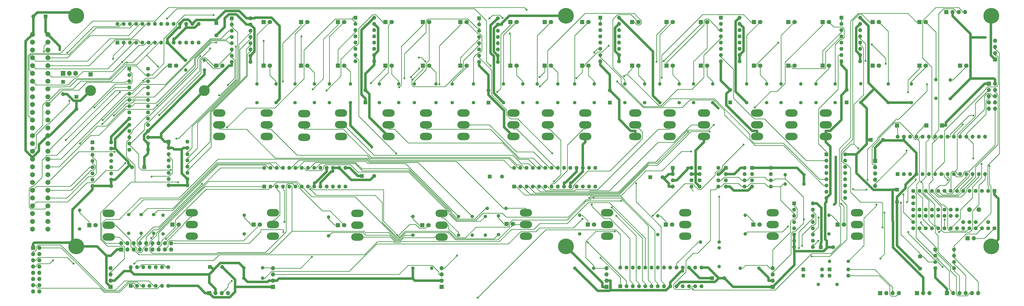
<source format=gbr>
G04 #@! TF.GenerationSoftware,KiCad,Pcbnew,(5.0.2)-1*
G04 #@! TF.CreationDate,2024-01-25T21:29:25+00:00*
G04 #@! TF.ProjectId,nova1200_fptest,6e6f7661-3132-4303-905f-667074657374,Rev 3*
G04 #@! TF.SameCoordinates,Original*
G04 #@! TF.FileFunction,Copper,L2,Bot*
G04 #@! TF.FilePolarity,Positive*
%FSLAX46Y46*%
G04 Gerber Fmt 4.6, Leading zero omitted, Abs format (unit mm)*
G04 Created by KiCad (PCBNEW (5.0.2)-1) date 1/25/2024 9:29:25 PM*
%MOMM*%
%LPD*%
G01*
G04 APERTURE LIST*
G04 #@! TA.AperFunction,ComponentPad*
%ADD10C,1.400000*%
G04 #@! TD*
G04 #@! TA.AperFunction,ComponentPad*
%ADD11O,1.400000X1.400000*%
G04 #@! TD*
G04 #@! TA.AperFunction,ComponentPad*
%ADD12C,1.600000*%
G04 #@! TD*
G04 #@! TA.AperFunction,ComponentPad*
%ADD13R,1.600000X1.600000*%
G04 #@! TD*
G04 #@! TA.AperFunction,ComponentPad*
%ADD14C,1.900000*%
G04 #@! TD*
G04 #@! TA.AperFunction,ComponentPad*
%ADD15R,1.700000X1.700000*%
G04 #@! TD*
G04 #@! TA.AperFunction,ComponentPad*
%ADD16O,1.700000X1.700000*%
G04 #@! TD*
G04 #@! TA.AperFunction,ComponentPad*
%ADD17O,1.600000X1.600000*%
G04 #@! TD*
G04 #@! TA.AperFunction,ComponentPad*
%ADD18C,4.400000*%
G04 #@! TD*
G04 #@! TA.AperFunction,ComponentPad*
%ADD19C,6.400000*%
G04 #@! TD*
G04 #@! TA.AperFunction,ComponentPad*
%ADD20O,1.905000X2.000000*%
G04 #@! TD*
G04 #@! TA.AperFunction,ComponentPad*
%ADD21R,1.905000X2.000000*%
G04 #@! TD*
G04 #@! TA.AperFunction,ComponentPad*
%ADD22C,1.800000*%
G04 #@! TD*
G04 #@! TA.AperFunction,ComponentPad*
%ADD23R,1.800000X1.800000*%
G04 #@! TD*
G04 #@! TA.AperFunction,ComponentPad*
%ADD24O,5.000000X3.000000*%
G04 #@! TD*
G04 #@! TA.AperFunction,ComponentPad*
%ADD25C,2.000000*%
G04 #@! TD*
G04 #@! TA.AperFunction,ViaPad*
%ADD26C,0.800000*%
G04 #@! TD*
G04 #@! TA.AperFunction,Conductor*
%ADD27C,0.250000*%
G04 #@! TD*
G04 #@! TA.AperFunction,Conductor*
%ADD28C,1.000000*%
G04 #@! TD*
G04 APERTURE END LIST*
D10*
G04 #@! TO.P,R65,1*
G04 #@! TO.N,Net-(A1-Pad5)*
X304673000Y-113665000D03*
D11*
G04 #@! TO.P,R65,2*
G04 #@! TO.N,/GND*
X304673000Y-121285000D03*
G04 #@! TD*
D12*
G04 #@! TO.P,U22,17*
G04 #@! TO.N,Net-(U22-Pad17)*
X383540000Y-98044000D03*
G04 #@! TO.P,U22,18*
G04 #@! TO.N,Net-(U22-Pad18)*
X383540000Y-100584000D03*
G04 #@! TO.P,U22,19*
G04 #@! TO.N,/A14*
X383540000Y-103124000D03*
G04 #@! TO.P,U22,20*
G04 #@! TO.N,/SSCK*
X383540000Y-105664000D03*
G04 #@! TO.P,U22,16*
G04 #@! TO.N,Net-(U22-Pad16)*
X383540000Y-95504000D03*
G04 #@! TO.P,U22,15*
G04 #@! TO.N,Net-(U22-Pad15)*
X383540000Y-92964000D03*
G04 #@! TO.P,U22,14*
G04 #@! TO.N,/MISO*
X383540000Y-90424000D03*
G04 #@! TO.P,U22,21*
G04 #@! TO.N,/CS*
X386080000Y-105664000D03*
G04 #@! TO.P,U22,22*
G04 #@! TO.N,/ENOLED2*
X388620000Y-105664000D03*
G04 #@! TO.P,U22,23*
G04 #@! TO.N,/TA2*
X391160000Y-105664000D03*
G04 #@! TO.P,U22,24*
G04 #@! TO.N,/TA3*
X393700000Y-105664000D03*
G04 #@! TO.P,U22,25*
G04 #@! TO.N,/D0*
X396240000Y-105664000D03*
G04 #@! TO.P,U22,26*
G04 #@! TO.N,/D1*
X398780000Y-105664000D03*
G04 #@! TO.P,U22,27*
G04 #@! TO.N,/D2*
X401320000Y-105664000D03*
G04 #@! TO.P,U22,28*
G04 #@! TO.N,/D3*
X403860000Y-105664000D03*
G04 #@! TO.P,U22,29*
G04 #@! TO.N,/SDA*
X406400000Y-105664000D03*
G04 #@! TO.P,U22,30*
G04 #@! TO.N,/SCK*
X408940000Y-105664000D03*
G04 #@! TO.P,U22,31*
G04 #@! TO.N,/SPIVCC*
X411480000Y-105664000D03*
G04 #@! TO.P,U22,32*
G04 #@! TO.N,Net-(U22-Pad32)*
X414020000Y-105664000D03*
G04 #@! TO.P,U22,33*
G04 #@! TO.N,Net-(J4-Pad2)*
X416560000Y-105664000D03*
G04 #@! TO.P,U22,34*
G04 #@! TO.N,Net-(U22-Pad34)*
X414020000Y-103124000D03*
G04 #@! TO.P,U22,35*
G04 #@! TO.N,Net-(U22-Pad35)*
X408940000Y-103124000D03*
G04 #@! TO.P,U22,36*
G04 #@! TO.N,Net-(U22-Pad36)*
X406400000Y-103124000D03*
G04 #@! TO.P,U22,37*
G04 #@! TO.N,Net-(U22-Pad37)*
X403860000Y-103124000D03*
G04 #@! TO.P,U22,13*
G04 #@! TO.N,/MOSI*
X386080000Y-90424000D03*
G04 #@! TO.P,U22,12*
G04 #@! TO.N,/ENOLED1*
X388620000Y-90424000D03*
G04 #@! TO.P,U22,11*
G04 #@! TO.N,/ENOLED0*
X391160000Y-90424000D03*
G04 #@! TO.P,U22,10*
G04 #@! TO.N,/A2*
X393700000Y-90424000D03*
G04 #@! TO.P,U22,9*
G04 #@! TO.N,/A1*
X396240000Y-90424000D03*
G04 #@! TO.P,U22,8*
G04 #@! TO.N,/A0*
X398780000Y-90424000D03*
G04 #@! TO.P,U22,7*
G04 #@! TO.N,/ENLCD2*
X401320000Y-90424000D03*
G04 #@! TO.P,U22,6*
G04 #@! TO.N,/ENLCD1*
X403860000Y-90424000D03*
G04 #@! TO.P,U22,5*
G04 #@! TO.N,/SELR1*
X406400000Y-90424000D03*
G04 #@! TO.P,U22,4*
G04 #@! TO.N,Net-(A1-Pad5)*
X408940000Y-90424000D03*
G04 #@! TO.P,U22,3*
G04 #@! TO.N,/SERIALOUT*
X411480000Y-90424000D03*
G04 #@! TO.P,U22,2*
G04 #@! TO.N,/SERIALIN*
X414020000Y-90424000D03*
D13*
G04 #@! TO.P,U22,1*
G04 #@! TO.N,/GND*
X416560000Y-90424000D03*
D12*
G04 #@! TO.P,U22,38*
G04 #@! TO.N,Net-(U22-Pad38)*
X401320000Y-98044000D03*
G04 #@! TO.P,U22,39*
G04 #@! TO.N,Net-(U22-Pad39)*
X398780000Y-98044000D03*
G04 #@! TO.P,U22,40*
G04 #@! TO.N,Net-(U22-Pad40)*
X396240000Y-98044000D03*
G04 #@! TO.P,U22,41*
G04 #@! TO.N,Net-(U22-Pad41)*
X393700000Y-98044000D03*
G04 #@! TO.P,U22,42*
G04 #@! TO.N,Net-(U22-Pad42)*
X391160000Y-98044000D03*
G04 #@! TO.P,U22,43*
G04 #@! TO.N,Net-(U22-Pad43)*
X388620000Y-98044000D03*
G04 #@! TO.P,U22,44*
G04 #@! TO.N,Net-(U22-Pad44)*
X386080000Y-98044000D03*
G04 #@! TO.P,U22,45*
G04 #@! TO.N,Net-(U22-Pad45)*
X386080000Y-100584000D03*
G04 #@! TO.P,U22,46*
G04 #@! TO.N,Net-(U22-Pad46)*
X388620000Y-100584000D03*
G04 #@! TO.P,U22,47*
G04 #@! TO.N,Net-(U22-Pad47)*
X391160000Y-100584000D03*
G04 #@! TO.P,U22,48*
G04 #@! TO.N,Net-(U22-Pad48)*
X393700000Y-100584000D03*
G04 #@! TO.P,U22,49*
G04 #@! TO.N,Net-(U22-Pad49)*
X396240000Y-100584000D03*
G04 #@! TO.P,U22,50*
G04 #@! TO.N,Net-(U22-Pad50)*
X398780000Y-100584000D03*
G04 #@! TO.P,U22,51*
G04 #@! TO.N,Net-(U22-Pad51)*
X401320000Y-100584000D03*
D14*
G04 #@! TO.P,U22,52*
G04 #@! TO.N,Net-(U22-Pad52)*
X406400000Y-98044000D03*
X410210000Y-98044000D03*
G04 #@! TD*
D10*
G04 #@! TO.P,R64,1*
G04 #@! TO.N,Net-(A1-Pad5)*
X304673000Y-111252000D03*
D11*
G04 #@! TO.P,R64,2*
G04 #@! TO.N,/LIGHTINT*
X297053000Y-111252000D03*
G04 #@! TD*
D15*
G04 #@! TO.P,J8,1*
G04 #@! TO.N,Net-(J8-Pad1)*
X370078000Y-132080000D03*
D16*
G04 #@! TO.P,J8,2*
G04 #@! TO.N,Net-(J8-Pad2)*
X372618000Y-132080000D03*
G04 #@! TO.P,J8,3*
G04 #@! TO.N,Net-(J8-Pad3)*
X375158000Y-132080000D03*
G04 #@! TO.P,J8,4*
G04 #@! TO.N,Net-(J8-Pad4)*
X377698000Y-132080000D03*
G04 #@! TD*
D17*
G04 #@! TO.P,U23,4*
G04 #@! TO.N,/SPIVCC*
X346456000Y-122428000D03*
G04 #@! TO.P,U23,2*
G04 #@! TO.N,Net-(J8-Pad2)*
X338836000Y-124968000D03*
G04 #@! TO.P,U23,3*
G04 #@! TO.N,/SERIALIN*
X346456000Y-124968000D03*
D13*
G04 #@! TO.P,U23,1*
G04 #@! TO.N,Net-(J8-Pad1)*
X338836000Y-122428000D03*
G04 #@! TD*
G04 #@! TO.P,U25,1*
G04 #@! TO.N,Net-(R63-Pad2)*
X349504000Y-122428000D03*
D17*
G04 #@! TO.P,U25,3*
G04 #@! TO.N,Net-(J8-Pad4)*
X357124000Y-124968000D03*
G04 #@! TO.P,U25,2*
G04 #@! TO.N,/GND*
X349504000Y-124968000D03*
G04 #@! TO.P,U25,4*
G04 #@! TO.N,Net-(J8-Pad3)*
X357124000Y-122428000D03*
G04 #@! TD*
D11*
G04 #@! TO.P,R63,2*
G04 #@! TO.N,Net-(R63-Pad2)*
X349504000Y-119126000D03*
D10*
G04 #@! TO.P,R63,1*
G04 #@! TO.N,/SERIALOUT*
X357124000Y-119126000D03*
G04 #@! TD*
G04 #@! TO.P,R62,1*
G04 #@! TO.N,/GND*
X352552000Y-128524000D03*
D11*
G04 #@! TO.P,R62,2*
G04 #@! TO.N,/SERIALIN*
X344932000Y-128524000D03*
G04 #@! TD*
D15*
G04 #@! TO.P,J4,1*
G04 #@! TO.N,/VCC*
X405638000Y-109728000D03*
D16*
G04 #@! TO.P,J4,2*
G04 #@! TO.N,Net-(J4-Pad2)*
X408178000Y-109728000D03*
G04 #@! TD*
D15*
G04 #@! TO.P,J5,1*
G04 #@! TO.N,/GND*
X385064000Y-132080000D03*
D16*
G04 #@! TO.P,J5,2*
G04 #@! TO.N,/VCC*
X387604000Y-132080000D03*
G04 #@! TO.P,J5,3*
G04 #@! TO.N,/D3*
X390144000Y-132080000D03*
G04 #@! TD*
D12*
G04 #@! TO.P,C18,2*
G04 #@! TO.N,/GND*
X371268000Y-69596000D03*
D13*
G04 #@! TO.P,C18,1*
G04 #@! TO.N,/VCC*
X366268000Y-69596000D03*
G04 #@! TD*
G04 #@! TO.P,C19,1*
G04 #@! TO.N,/VCC*
X97536000Y-121412000D03*
D12*
G04 #@! TO.P,C19,2*
G04 #@! TO.N,/GND*
X102536000Y-121412000D03*
G04 #@! TD*
G04 #@! TO.P,C17,2*
G04 #@! TO.N,/GND*
X350948000Y-113411000D03*
D13*
G04 #@! TO.P,C17,1*
G04 #@! TO.N,/VCC*
X345948000Y-113411000D03*
G04 #@! TD*
D12*
G04 #@! TO.P,C16,2*
G04 #@! TO.N,/GND*
X386334000Y-122094000D03*
D13*
G04 #@! TO.P,C16,1*
G04 #@! TO.N,/SPIVCC*
X386334000Y-117094000D03*
G04 #@! TD*
D15*
G04 #@! TO.P,J24,1*
G04 #@! TO.N,/GND*
X397256000Y-132080000D03*
D16*
G04 #@! TO.P,J24,2*
G04 #@! TO.N,/MISO*
X399796000Y-132080000D03*
G04 #@! TO.P,J24,3*
G04 #@! TO.N,/MOSI*
X402336000Y-132080000D03*
G04 #@! TO.P,J24,4*
G04 #@! TO.N,/SSCK*
X404876000Y-132080000D03*
G04 #@! TO.P,J24,5*
G04 #@! TO.N,/CS*
X407416000Y-132080000D03*
G04 #@! TO.P,J24,6*
G04 #@! TO.N,/SPIVCC*
X409956000Y-132080000D03*
G04 #@! TD*
D13*
G04 #@! TO.P,U21,1*
G04 #@! TO.N,/CS*
X392557000Y-114300000D03*
D17*
G04 #@! TO.P,U21,5*
G04 #@! TO.N,/MOSI*
X400177000Y-121920000D03*
G04 #@! TO.P,U21,2*
G04 #@! TO.N,/MISO*
X392557000Y-116840000D03*
G04 #@! TO.P,U21,6*
G04 #@! TO.N,/SSCK*
X400177000Y-119380000D03*
G04 #@! TO.P,U21,3*
G04 #@! TO.N,/SPIVCC*
X392557000Y-119380000D03*
G04 #@! TO.P,U21,7*
X400177000Y-116840000D03*
G04 #@! TO.P,U21,4*
G04 #@! TO.N,/GND*
X392557000Y-121920000D03*
G04 #@! TO.P,U21,8*
G04 #@! TO.N,/SPIVCC*
X400177000Y-114300000D03*
G04 #@! TD*
D15*
G04 #@! TO.P,J9,1*
G04 #@! TO.N,/GND*
X368046000Y-78232000D03*
D16*
G04 #@! TO.P,J9,2*
G04 #@! TO.N,/TA2*
X368046000Y-80772000D03*
G04 #@! TO.P,J9,3*
G04 #@! TO.N,/TA3*
X368046000Y-83312000D03*
G04 #@! TO.P,J9,4*
G04 #@! TO.N,/A14*
X368046000Y-85852000D03*
G04 #@! TO.P,J9,5*
G04 #@! TO.N,/SPIVCC*
X368046000Y-88392000D03*
G04 #@! TD*
D10*
G04 #@! TO.P,R57,1*
G04 #@! TO.N,/VCC*
X111379000Y-125984000D03*
D11*
G04 #@! TO.P,R57,2*
G04 #@! TO.N,Net-(J11-Pad4)*
X118999000Y-125984000D03*
G04 #@! TD*
G04 #@! TO.P,R58,2*
G04 #@! TO.N,Net-(J12-Pad4)*
X118999000Y-121793000D03*
D10*
G04 #@! TO.P,R58,1*
G04 #@! TO.N,/VCC*
X111379000Y-121793000D03*
G04 #@! TD*
G04 #@! TO.P,R59,1*
G04 #@! TO.N,/VCC*
X180086000Y-121920000D03*
D11*
G04 #@! TO.P,R59,2*
G04 #@! TO.N,Net-(J15-Pad4)*
X187706000Y-121920000D03*
G04 #@! TD*
G04 #@! TO.P,R60,2*
G04 #@! TO.N,Net-(J16-Pad4)*
X253619000Y-121920000D03*
D10*
G04 #@! TO.P,R60,1*
G04 #@! TO.N,/VCC*
X245999000Y-121920000D03*
G04 #@! TD*
G04 #@! TO.P,R61,1*
G04 #@! TO.N,/VCC*
X320802000Y-121920000D03*
D11*
G04 #@! TO.P,R61,2*
G04 #@! TO.N,Net-(J17-Pad4)*
X313182000Y-121920000D03*
G04 #@! TD*
D13*
G04 #@! TO.P,U18,1*
G04 #@! TO.N,Net-(J17-Pad4)*
X335135000Y-95555000D03*
D17*
G04 #@! TO.P,U18,9*
G04 #@! TO.N,/ENOLED2*
X342755000Y-113335000D03*
G04 #@! TO.P,U18,2*
G04 #@! TO.N,Net-(U18-Pad2)*
X335135000Y-98095000D03*
G04 #@! TO.P,U18,10*
G04 #@! TO.N,/ENOLED1*
X342755000Y-110795000D03*
G04 #@! TO.P,U18,3*
G04 #@! TO.N,/SDA*
X335135000Y-100635000D03*
G04 #@! TO.P,U18,11*
G04 #@! TO.N,/ENOLED0*
X342755000Y-108255000D03*
G04 #@! TO.P,U18,4*
G04 #@! TO.N,Net-(U18-Pad4)*
X335135000Y-103175000D03*
G04 #@! TO.P,U18,12*
G04 #@! TO.N,Net-(J16-Pad4)*
X342755000Y-105715000D03*
G04 #@! TO.P,U18,5*
G04 #@! TO.N,Net-(U18-Pad5)*
X335135000Y-105715000D03*
G04 #@! TO.P,U18,13*
G04 #@! TO.N,Net-(J11-Pad4)*
X342755000Y-103175000D03*
G04 #@! TO.P,U18,6*
G04 #@! TO.N,/GND*
X335135000Y-108255000D03*
G04 #@! TO.P,U18,14*
G04 #@! TO.N,Net-(J12-Pad4)*
X342755000Y-100635000D03*
G04 #@! TO.P,U18,7*
G04 #@! TO.N,/GND*
X335135000Y-110795000D03*
G04 #@! TO.P,U18,15*
G04 #@! TO.N,Net-(J15-Pad4)*
X342755000Y-98095000D03*
G04 #@! TO.P,U18,8*
G04 #@! TO.N,/GND*
X335135000Y-113335000D03*
G04 #@! TO.P,U18,16*
G04 #@! TO.N,/VCC*
X342755000Y-95555000D03*
G04 #@! TD*
D11*
G04 #@! TO.P,R55,2*
G04 #@! TO.N,/SDA*
X331470000Y-87630000D03*
D10*
G04 #@! TO.P,R55,1*
G04 #@! TO.N,/SPIVCC*
X339090000Y-87630000D03*
G04 #@! TD*
G04 #@! TO.P,R56,1*
G04 #@! TO.N,/SPIVCC*
X339090000Y-83820000D03*
D11*
G04 #@! TO.P,R56,2*
G04 #@! TO.N,/SCK*
X331470000Y-83820000D03*
G04 #@! TD*
D15*
G04 #@! TO.P,J3,1*
G04 #@! TO.N,/GND*
X61468000Y-114300000D03*
D16*
G04 #@! TO.P,J3,2*
G04 #@! TO.N,Net-(J3-Pad2)*
X61468000Y-111760000D03*
G04 #@! TO.P,J3,3*
G04 #@! TO.N,Net-(J3-Pad3)*
X64008000Y-114300000D03*
G04 #@! TO.P,J3,4*
G04 #@! TO.N,Net-(J3-Pad4)*
X64008000Y-111760000D03*
G04 #@! TO.P,J3,5*
G04 #@! TO.N,Net-(D38-Pad2)*
X66548000Y-114300000D03*
G04 #@! TO.P,J3,6*
G04 #@! TO.N,Net-(J3-Pad6)*
X66548000Y-111760000D03*
G04 #@! TO.P,J3,7*
G04 #@! TO.N,Net-(J3-Pad7)*
X69088000Y-114300000D03*
G04 #@! TO.P,J3,8*
G04 #@! TO.N,Net-(J3-Pad8)*
X69088000Y-111760000D03*
G04 #@! TO.P,J3,9*
G04 #@! TO.N,Net-(D39-Pad2)*
X71628000Y-114300000D03*
G04 #@! TO.P,J3,10*
G04 #@! TO.N,Net-(J3-Pad10)*
X71628000Y-111760000D03*
G04 #@! TO.P,J3,11*
G04 #@! TO.N,Net-(J3-Pad11)*
X74168000Y-114300000D03*
G04 #@! TO.P,J3,12*
G04 #@! TO.N,Net-(J3-Pad12)*
X74168000Y-111760000D03*
G04 #@! TO.P,J3,13*
G04 #@! TO.N,Net-(D41-Pad2)*
X76708000Y-114300000D03*
G04 #@! TO.P,J3,14*
G04 #@! TO.N,Net-(D42-Pad2)*
X76708000Y-111760000D03*
G04 #@! TO.P,J3,15*
G04 #@! TO.N,Net-(D40-Pad2)*
X79248000Y-114300000D03*
G04 #@! TO.P,J3,16*
G04 #@! TO.N,Net-(J3-Pad16)*
X79248000Y-111760000D03*
G04 #@! TO.P,J3,17*
G04 #@! TO.N,Net-(J3-Pad17)*
X81788000Y-114300000D03*
G04 #@! TO.P,J3,18*
G04 #@! TO.N,Net-(J3-Pad18)*
X81788000Y-111760000D03*
G04 #@! TD*
D15*
G04 #@! TO.P,J2,1*
G04 #@! TO.N,/GND*
X25654000Y-113665000D03*
D16*
G04 #@! TO.P,J2,2*
G04 #@! TO.N,Net-(J2-Pad2)*
X28194000Y-113665000D03*
G04 #@! TO.P,J2,3*
G04 #@! TO.N,Net-(J2-Pad3)*
X25654000Y-116205000D03*
G04 #@! TO.P,J2,4*
G04 #@! TO.N,Net-(J2-Pad4)*
X28194000Y-116205000D03*
G04 #@! TO.P,J2,5*
G04 #@! TO.N,Net-(J2-Pad5)*
X25654000Y-118745000D03*
G04 #@! TO.P,J2,6*
G04 #@! TO.N,Net-(J2-Pad6)*
X28194000Y-118745000D03*
G04 #@! TO.P,J2,7*
G04 #@! TO.N,Net-(J2-Pad7)*
X25654000Y-121285000D03*
G04 #@! TO.P,J2,8*
G04 #@! TO.N,Net-(J2-Pad8)*
X28194000Y-121285000D03*
G04 #@! TO.P,J2,9*
G04 #@! TO.N,Net-(J2-Pad9)*
X25654000Y-123825000D03*
G04 #@! TO.P,J2,10*
G04 #@! TO.N,Net-(J2-Pad10)*
X28194000Y-123825000D03*
G04 #@! TO.P,J2,11*
G04 #@! TO.N,Net-(J2-Pad11)*
X25654000Y-126365000D03*
G04 #@! TO.P,J2,12*
G04 #@! TO.N,Net-(J2-Pad12)*
X28194000Y-126365000D03*
G04 #@! TO.P,J2,13*
G04 #@! TO.N,Net-(J2-Pad13)*
X25654000Y-128905000D03*
G04 #@! TO.P,J2,14*
G04 #@! TO.N,Net-(J2-Pad14)*
X28194000Y-128905000D03*
G04 #@! TO.P,J2,15*
G04 #@! TO.N,Net-(J2-Pad15)*
X25654000Y-131445000D03*
G04 #@! TO.P,J2,16*
G04 #@! TO.N,Net-(J2-Pad16)*
X28194000Y-131445000D03*
G04 #@! TD*
D15*
G04 #@! TO.P,J20,1*
G04 #@! TO.N,/GND*
X395224000Y-63754000D03*
G04 #@! TD*
G04 #@! TO.P,J19,1*
G04 #@! TO.N,/GND*
X97282000Y-132080000D03*
D16*
G04 #@! TO.P,J19,2*
G04 #@! TO.N,/VCC*
X99822000Y-132080000D03*
G04 #@! TO.P,J19,3*
G04 #@! TO.N,/SCK*
X102362000Y-132080000D03*
G04 #@! TO.P,J19,4*
G04 #@! TO.N,/SDA*
X104902000Y-132080000D03*
G04 #@! TD*
G04 #@! TO.P,J18,4*
G04 #@! TO.N,/SDA*
X404622000Y-17526000D03*
G04 #@! TO.P,J18,3*
G04 #@! TO.N,/SCK*
X402082000Y-17526000D03*
G04 #@! TO.P,J18,2*
G04 #@! TO.N,/VCC*
X399542000Y-17526000D03*
D15*
G04 #@! TO.P,J18,1*
G04 #@! TO.N,/GND*
X397002000Y-17526000D03*
G04 #@! TD*
G04 #@! TO.P,J17,1*
G04 #@! TO.N,/GND*
X326390000Y-129540000D03*
D16*
G04 #@! TO.P,J17,2*
G04 #@! TO.N,/VCC*
X326390000Y-127000000D03*
G04 #@! TO.P,J17,3*
G04 #@! TO.N,/SCK*
X326390000Y-124460000D03*
G04 #@! TO.P,J17,4*
G04 #@! TO.N,Net-(J17-Pad4)*
X326390000Y-121920000D03*
G04 #@! TD*
D13*
G04 #@! TO.P,U24,1*
G04 #@! TO.N,Net-(U24-Pad1)*
X65405000Y-129159000D03*
D17*
G04 #@! TO.P,U24,8*
G04 #@! TO.N,Net-(J2-Pad11)*
X80645000Y-121539000D03*
G04 #@! TO.P,U24,2*
G04 #@! TO.N,Net-(J2-Pad13)*
X67945000Y-129159000D03*
G04 #@! TO.P,U24,9*
G04 #@! TO.N,Net-(J2-Pad9)*
X78105000Y-121539000D03*
G04 #@! TO.P,U24,3*
G04 #@! TO.N,Net-(J2-Pad2)*
X70485000Y-129159000D03*
G04 #@! TO.P,U24,10*
G04 #@! TO.N,Net-(J2-Pad5)*
X75565000Y-121539000D03*
G04 #@! TO.P,U24,4*
G04 #@! TO.N,Net-(J2-Pad2)*
X73025000Y-129159000D03*
G04 #@! TO.P,U24,11*
G04 #@! TO.N,Net-(J2-Pad5)*
X73025000Y-121539000D03*
G04 #@! TO.P,U24,5*
G04 #@! TO.N,Net-(J2-Pad3)*
X75565000Y-129159000D03*
G04 #@! TO.P,U24,12*
G04 #@! TO.N,Net-(J2-Pad7)*
X70485000Y-121539000D03*
G04 #@! TO.P,U24,6*
G04 #@! TO.N,Net-(U24-Pad1)*
X78105000Y-129159000D03*
G04 #@! TO.P,U24,13*
G04 #@! TO.N,Net-(J2-Pad11)*
X67945000Y-121539000D03*
G04 #@! TO.P,U24,7*
G04 #@! TO.N,/GND*
X80645000Y-129159000D03*
G04 #@! TO.P,U24,14*
G04 #@! TO.N,/VCC*
X65405000Y-121539000D03*
G04 #@! TD*
D18*
G04 #@! TO.P,H1,1*
G04 #@! TO.N,/GND*
X95250000Y-49530000D03*
G04 #@! TD*
G04 #@! TO.P,H2,1*
G04 #@! TO.N,/GND*
X49022000Y-49530000D03*
G04 #@! TD*
D19*
G04 #@! TO.P,PAD2,1*
G04 #@! TO.N,/GND*
X43180000Y-19050000D03*
G04 #@! TD*
D15*
G04 #@! TO.P,J7,1*
G04 #@! TO.N,/GND*
X416814000Y-36830000D03*
D16*
G04 #@! TO.P,J7,2*
G04 #@! TO.N,/SERIALOUT*
X416814000Y-34290000D03*
G04 #@! TO.P,J7,3*
G04 #@! TO.N,/SERIALIN*
X416814000Y-31750000D03*
G04 #@! TO.P,J7,4*
G04 #@! TO.N,/VCC*
X416814000Y-29210000D03*
G04 #@! TD*
D15*
G04 #@! TO.P,J6,1*
G04 #@! TO.N,/GND*
X414274000Y-46736000D03*
D16*
G04 #@! TO.P,J6,2*
G04 #@! TO.N,/VCC*
X416814000Y-46736000D03*
G04 #@! TO.P,J6,3*
G04 #@! TO.N,/A0*
X414274000Y-49276000D03*
G04 #@! TO.P,J6,4*
G04 #@! TO.N,/ENLCD1*
X416814000Y-49276000D03*
G04 #@! TO.P,J6,5*
G04 #@! TO.N,/D0*
X414274000Y-51816000D03*
G04 #@! TO.P,J6,6*
G04 #@! TO.N,/D1*
X416814000Y-51816000D03*
G04 #@! TO.P,J6,7*
G04 #@! TO.N,/D2*
X414274000Y-54356000D03*
G04 #@! TO.P,J6,8*
G04 #@! TO.N,/D3*
X416814000Y-54356000D03*
G04 #@! TO.P,J6,9*
G04 #@! TO.N,Net-(J6-Pad9)*
X414274000Y-56896000D03*
G04 #@! TO.P,J6,10*
G04 #@! TO.N,/ENLCD2*
X416814000Y-56896000D03*
G04 #@! TD*
D15*
G04 #@! TO.P,J16,1*
G04 #@! TO.N,/GND*
X258826000Y-129540000D03*
D16*
G04 #@! TO.P,J16,2*
G04 #@! TO.N,/VCC*
X258826000Y-127000000D03*
G04 #@! TO.P,J16,3*
G04 #@! TO.N,/SCK*
X258826000Y-124460000D03*
G04 #@! TO.P,J16,4*
G04 #@! TO.N,Net-(J16-Pad4)*
X258826000Y-121920000D03*
G04 #@! TD*
G04 #@! TO.P,J15,4*
G04 #@! TO.N,Net-(J15-Pad4)*
X191770000Y-121920000D03*
G04 #@! TO.P,J15,3*
G04 #@! TO.N,/SCK*
X191770000Y-124460000D03*
G04 #@! TO.P,J15,2*
G04 #@! TO.N,/VCC*
X191770000Y-127000000D03*
D15*
G04 #@! TO.P,J15,1*
G04 #@! TO.N,/GND*
X191770000Y-129540000D03*
G04 #@! TD*
G04 #@! TO.P,J12,1*
G04 #@! TO.N,/GND*
X123190000Y-129540000D03*
D16*
G04 #@! TO.P,J12,2*
G04 #@! TO.N,/VCC*
X123190000Y-127000000D03*
G04 #@! TO.P,J12,3*
G04 #@! TO.N,/SCK*
X123190000Y-124460000D03*
G04 #@! TO.P,J12,4*
G04 #@! TO.N,Net-(J12-Pad4)*
X123190000Y-121920000D03*
G04 #@! TD*
D15*
G04 #@! TO.P,J11,1*
G04 #@! TO.N,/GND*
X57150000Y-129540000D03*
D16*
G04 #@! TO.P,J11,2*
G04 #@! TO.N,/VCC*
X57150000Y-127000000D03*
G04 #@! TO.P,J11,3*
G04 #@! TO.N,/SCK*
X57150000Y-124460000D03*
G04 #@! TO.P,J11,4*
G04 #@! TO.N,Net-(J11-Pad4)*
X57150000Y-121920000D03*
G04 #@! TD*
D15*
G04 #@! TO.P,J14,1*
G04 #@! TO.N,Net-(A1-Pad30)*
X376936000Y-63754000D03*
G04 #@! TD*
G04 #@! TO.P,J13,1*
G04 #@! TO.N,Net-(C14-Pad1)*
X49022000Y-42926000D03*
G04 #@! TD*
D20*
G04 #@! TO.P,U20,3*
G04 #@! TO.N,Net-(C14-Pad1)*
X42926000Y-42545000D03*
G04 #@! TO.P,U20,2*
G04 #@! TO.N,/GND*
X40386000Y-42545000D03*
D21*
G04 #@! TO.P,U20,1*
G04 #@! TO.N,/VLAMP*
X37846000Y-42545000D03*
G04 #@! TD*
D15*
G04 #@! TO.P,J10,1*
G04 #@! TO.N,Net-(A1-Pad27)*
X388874000Y-63754000D03*
G04 #@! TD*
D17*
G04 #@! TO.P,U8,8*
G04 #@! TO.N,/SPIVCC*
X314960000Y-81026000D03*
G04 #@! TO.P,U8,4*
G04 #@! TO.N,/GND*
X307340000Y-88646000D03*
G04 #@! TO.P,U8,7*
X314960000Y-83566000D03*
G04 #@! TO.P,U8,3*
G04 #@! TO.N,/SPIVCC*
X307340000Y-86106000D03*
G04 #@! TO.P,U8,6*
G04 #@! TO.N,/SCK*
X314960000Y-86106000D03*
G04 #@! TO.P,U8,2*
G04 #@! TO.N,/SPIVCC*
X307340000Y-83566000D03*
G04 #@! TO.P,U8,5*
G04 #@! TO.N,/SDA*
X314960000Y-88646000D03*
D13*
G04 #@! TO.P,U8,1*
G04 #@! TO.N,/GND*
X307340000Y-81026000D03*
G04 #@! TD*
G04 #@! TO.P,U7,1*
G04 #@! TO.N,/GND*
X285750000Y-81026000D03*
D17*
G04 #@! TO.P,U7,5*
G04 #@! TO.N,/SDA*
X293370000Y-88646000D03*
G04 #@! TO.P,U7,2*
G04 #@! TO.N,/GND*
X285750000Y-83566000D03*
G04 #@! TO.P,U7,6*
G04 #@! TO.N,/SCK*
X293370000Y-86106000D03*
G04 #@! TO.P,U7,3*
G04 #@! TO.N,/SPIVCC*
X285750000Y-86106000D03*
G04 #@! TO.P,U7,7*
G04 #@! TO.N,/GND*
X293370000Y-83566000D03*
G04 #@! TO.P,U7,4*
X285750000Y-88646000D03*
G04 #@! TO.P,U7,8*
G04 #@! TO.N,/SPIVCC*
X293370000Y-81026000D03*
G04 #@! TD*
D22*
G04 #@! TO.P,D47,2*
G04 #@! TO.N,Net-(D42-Pad2)*
X355346000Y-104140000D03*
D23*
G04 #@! TO.P,D47,1*
G04 #@! TO.N,Net-(D47-Pad1)*
X352806000Y-104140000D03*
G04 #@! TD*
G04 #@! TO.P,D41,1*
G04 #@! TO.N,Net-(D41-Pad1)*
X149606000Y-104394000D03*
D22*
G04 #@! TO.P,D41,2*
G04 #@! TO.N,Net-(D41-Pad2)*
X152146000Y-104394000D03*
G04 #@! TD*
G04 #@! TO.P,D39,2*
G04 #@! TO.N,Net-(D39-Pad2)*
X84836000Y-104140000D03*
D23*
G04 #@! TO.P,D39,1*
G04 #@! TO.N,Net-(D39-Pad1)*
X82296000Y-104140000D03*
G04 #@! TD*
G04 #@! TO.P,D46,1*
G04 #@! TO.N,Net-(D46-Pad1)*
X318516000Y-104140000D03*
D22*
G04 #@! TO.P,D46,2*
G04 #@! TO.N,Net-(D41-Pad2)*
X321056000Y-104140000D03*
G04 #@! TD*
G04 #@! TO.P,D43,2*
G04 #@! TO.N,Net-(D38-Pad2)*
X220726000Y-103886000D03*
D23*
G04 #@! TO.P,D43,1*
G04 #@! TO.N,Net-(D43-Pad1)*
X218186000Y-103886000D03*
G04 #@! TD*
G04 #@! TO.P,D42,1*
G04 #@! TO.N,Net-(D42-Pad1)*
X183896000Y-104394000D03*
D22*
G04 #@! TO.P,D42,2*
G04 #@! TO.N,Net-(D42-Pad2)*
X186436000Y-104394000D03*
G04 #@! TD*
G04 #@! TO.P,D40,2*
G04 #@! TO.N,Net-(D40-Pad2)*
X117856000Y-104140000D03*
D23*
G04 #@! TO.P,D40,1*
G04 #@! TO.N,Net-(D40-Pad1)*
X115316000Y-104140000D03*
G04 #@! TD*
G04 #@! TO.P,D38,1*
G04 #@! TO.N,Net-(D38-Pad1)*
X48514000Y-104394000D03*
D22*
G04 #@! TO.P,D38,2*
G04 #@! TO.N,Net-(D38-Pad2)*
X51054000Y-104394000D03*
G04 #@! TD*
G04 #@! TO.P,D45,2*
G04 #@! TO.N,Net-(D40-Pad2)*
X285496000Y-104140000D03*
D23*
G04 #@! TO.P,D45,1*
G04 #@! TO.N,Net-(D45-Pad1)*
X282956000Y-104140000D03*
G04 #@! TD*
G04 #@! TO.P,D44,1*
G04 #@! TO.N,Net-(D44-Pad1)*
X251206000Y-104140000D03*
D22*
G04 #@! TO.P,D44,2*
G04 #@! TO.N,Net-(D39-Pad2)*
X253746000Y-104140000D03*
G04 #@! TD*
D13*
G04 #@! TO.P,U15,1*
G04 #@! TO.N,Net-(D42-Pad2)*
X119634000Y-88646000D03*
D17*
G04 #@! TO.P,U15,15*
G04 #@! TO.N,/VCC*
X152654000Y-81026000D03*
G04 #@! TO.P,U15,2*
G04 #@! TO.N,Net-(D41-Pad2)*
X122174000Y-88646000D03*
G04 #@! TO.P,U15,16*
G04 #@! TO.N,/GND*
X150114000Y-81026000D03*
G04 #@! TO.P,U15,3*
G04 #@! TO.N,Net-(D40-Pad2)*
X124714000Y-88646000D03*
G04 #@! TO.P,U15,17*
G04 #@! TO.N,/GND*
X147574000Y-81026000D03*
G04 #@! TO.P,U15,4*
G04 #@! TO.N,Net-(D39-Pad2)*
X127254000Y-88646000D03*
G04 #@! TO.P,U15,18*
G04 #@! TO.N,/VCC*
X145034000Y-81026000D03*
G04 #@! TO.P,U15,5*
G04 #@! TO.N,Net-(D38-Pad2)*
X129794000Y-88646000D03*
G04 #@! TO.P,U15,19*
G04 #@! TO.N,Net-(U15-Pad19)*
X142494000Y-81026000D03*
G04 #@! TO.P,U15,6*
G04 #@! TO.N,Net-(J3-Pad12)*
X132334000Y-88646000D03*
G04 #@! TO.P,U15,20*
G04 #@! TO.N,/KEYINT*
X139954000Y-81026000D03*
G04 #@! TO.P,U15,7*
G04 #@! TO.N,Net-(J3-Pad6)*
X134874000Y-88646000D03*
G04 #@! TO.P,U15,21*
G04 #@! TO.N,Net-(R48-Pad1)*
X137414000Y-81026000D03*
G04 #@! TO.P,U15,8*
G04 #@! TO.N,Net-(J3-Pad8)*
X137414000Y-88646000D03*
G04 #@! TO.P,U15,22*
G04 #@! TO.N,Net-(R49-Pad1)*
X134874000Y-81026000D03*
G04 #@! TO.P,U15,9*
G04 #@! TO.N,/VCC*
X139954000Y-88646000D03*
G04 #@! TO.P,U15,23*
G04 #@! TO.N,Net-(R50-Pad1)*
X132334000Y-81026000D03*
G04 #@! TO.P,U15,10*
G04 #@! TO.N,/GND*
X142494000Y-88646000D03*
G04 #@! TO.P,U15,24*
G04 #@! TO.N,Net-(R51-Pad1)*
X129794000Y-81026000D03*
G04 #@! TO.P,U15,11*
G04 #@! TO.N,Net-(U15-Pad11)*
X145034000Y-88646000D03*
G04 #@! TO.P,U15,25*
G04 #@! TO.N,Net-(R52-Pad1)*
X127254000Y-81026000D03*
G04 #@! TO.P,U15,12*
G04 #@! TO.N,/SCK*
X147574000Y-88646000D03*
G04 #@! TO.P,U15,26*
G04 #@! TO.N,Net-(R53-Pad1)*
X124714000Y-81026000D03*
G04 #@! TO.P,U15,13*
G04 #@! TO.N,/SDA*
X150114000Y-88646000D03*
G04 #@! TO.P,U15,27*
G04 #@! TO.N,Net-(R54-Pad1)*
X122174000Y-81026000D03*
G04 #@! TO.P,U15,14*
G04 #@! TO.N,Net-(U15-Pad14)*
X152654000Y-88646000D03*
G04 #@! TO.P,U15,28*
G04 #@! TO.N,Net-(J3-Pad10)*
X119634000Y-81026000D03*
G04 #@! TD*
G04 #@! TO.P,U4,28*
G04 #@! TO.N,Net-(J2-Pad15)*
X264414000Y-121666000D03*
G04 #@! TO.P,U4,14*
G04 #@! TO.N,Net-(U4-Pad14)*
X297434000Y-129286000D03*
G04 #@! TO.P,U4,27*
G04 #@! TO.N,Net-(J2-Pad16)*
X266954000Y-121666000D03*
G04 #@! TO.P,U4,13*
G04 #@! TO.N,/SDA*
X294894000Y-129286000D03*
G04 #@! TO.P,U4,26*
G04 #@! TO.N,Net-(J2-Pad14)*
X269494000Y-121666000D03*
G04 #@! TO.P,U4,12*
G04 #@! TO.N,/SCK*
X292354000Y-129286000D03*
G04 #@! TO.P,U4,25*
G04 #@! TO.N,Net-(J2-Pad12)*
X272034000Y-121666000D03*
G04 #@! TO.P,U4,11*
G04 #@! TO.N,Net-(U4-Pad11)*
X289814000Y-129286000D03*
G04 #@! TO.P,U4,24*
G04 #@! TO.N,Net-(J2-Pad10)*
X274574000Y-121666000D03*
G04 #@! TO.P,U4,10*
G04 #@! TO.N,/GND*
X287274000Y-129286000D03*
G04 #@! TO.P,U4,23*
G04 #@! TO.N,Net-(J2-Pad8)*
X277114000Y-121666000D03*
G04 #@! TO.P,U4,9*
G04 #@! TO.N,/VCC*
X284734000Y-129286000D03*
G04 #@! TO.P,U4,22*
G04 #@! TO.N,Net-(J2-Pad6)*
X279654000Y-121666000D03*
G04 #@! TO.P,U4,8*
G04 #@! TO.N,/SWINT*
X282194000Y-129286000D03*
G04 #@! TO.P,U4,21*
G04 #@! TO.N,Net-(J2-Pad4)*
X282194000Y-121666000D03*
G04 #@! TO.P,U4,7*
G04 #@! TO.N,/KEYINT*
X279654000Y-129286000D03*
G04 #@! TO.P,U4,20*
G04 #@! TO.N,Net-(J2-Pad13)*
X284734000Y-121666000D03*
G04 #@! TO.P,U4,6*
G04 #@! TO.N,/CARRY*
X277114000Y-129286000D03*
G04 #@! TO.P,U4,19*
G04 #@! TO.N,/LIGHTINT*
X287274000Y-121666000D03*
G04 #@! TO.P,U4,5*
G04 #@! TO.N,/EXEC*
X274574000Y-129286000D03*
G04 #@! TO.P,U4,18*
G04 #@! TO.N,/VCC*
X289814000Y-121666000D03*
G04 #@! TO.P,U4,4*
G04 #@! TO.N,/DEFER*
X272034000Y-129286000D03*
G04 #@! TO.P,U4,17*
G04 #@! TO.N,/VCC*
X292354000Y-121666000D03*
G04 #@! TO.P,U4,3*
G04 #@! TO.N,/FETCH*
X269494000Y-129286000D03*
G04 #@! TO.P,U4,16*
G04 #@! TO.N,/GND*
X294894000Y-121666000D03*
G04 #@! TO.P,U4,2*
G04 #@! TO.N,/ION*
X266954000Y-129286000D03*
G04 #@! TO.P,U4,15*
G04 #@! TO.N,/GND*
X297434000Y-121666000D03*
D13*
G04 #@! TO.P,U4,1*
G04 #@! TO.N,/RUN*
X264414000Y-129286000D03*
G04 #@! TD*
G04 #@! TO.P,U3,1*
G04 #@! TO.N,Net-(SW1-Pad2)*
X221234000Y-88646000D03*
D17*
G04 #@! TO.P,U3,15*
G04 #@! TO.N,/GND*
X254254000Y-81026000D03*
G04 #@! TO.P,U3,2*
G04 #@! TO.N,Net-(SW2-Pad2)*
X223774000Y-88646000D03*
G04 #@! TO.P,U3,16*
G04 #@! TO.N,/GND*
X251714000Y-81026000D03*
G04 #@! TO.P,U3,3*
G04 #@! TO.N,Net-(SW3-Pad2)*
X226314000Y-88646000D03*
G04 #@! TO.P,U3,17*
G04 #@! TO.N,/GND*
X249174000Y-81026000D03*
G04 #@! TO.P,U3,4*
G04 #@! TO.N,Net-(SW4-Pad2)*
X228854000Y-88646000D03*
G04 #@! TO.P,U3,18*
G04 #@! TO.N,/VCC*
X246634000Y-81026000D03*
G04 #@! TO.P,U3,5*
G04 #@! TO.N,Net-(SW5-Pad2)*
X231394000Y-88646000D03*
G04 #@! TO.P,U3,19*
G04 #@! TO.N,Net-(U3-Pad19)*
X244094000Y-81026000D03*
G04 #@! TO.P,U3,6*
G04 #@! TO.N,Net-(SW6-Pad2)*
X233934000Y-88646000D03*
G04 #@! TO.P,U3,20*
G04 #@! TO.N,/SWINT*
X241554000Y-81026000D03*
G04 #@! TO.P,U3,7*
G04 #@! TO.N,Net-(SW7-Pad2)*
X236474000Y-88646000D03*
G04 #@! TO.P,U3,21*
G04 #@! TO.N,Net-(SW9-Pad2)*
X239014000Y-81026000D03*
G04 #@! TO.P,U3,8*
G04 #@! TO.N,Net-(SW8-Pad2)*
X239014000Y-88646000D03*
G04 #@! TO.P,U3,22*
G04 #@! TO.N,Net-(SW10-Pad2)*
X236474000Y-81026000D03*
G04 #@! TO.P,U3,9*
G04 #@! TO.N,/VCC*
X241554000Y-88646000D03*
G04 #@! TO.P,U3,23*
G04 #@! TO.N,Net-(SW11-Pad2)*
X233934000Y-81026000D03*
G04 #@! TO.P,U3,10*
G04 #@! TO.N,/GND*
X244094000Y-88646000D03*
G04 #@! TO.P,U3,24*
G04 #@! TO.N,Net-(SW12-Pad2)*
X231394000Y-81026000D03*
G04 #@! TO.P,U3,11*
G04 #@! TO.N,Net-(U3-Pad11)*
X246634000Y-88646000D03*
G04 #@! TO.P,U3,25*
G04 #@! TO.N,Net-(SW13-Pad2)*
X228854000Y-81026000D03*
G04 #@! TO.P,U3,12*
G04 #@! TO.N,/SCK*
X249174000Y-88646000D03*
G04 #@! TO.P,U3,26*
G04 #@! TO.N,Net-(SW14-Pad2)*
X226314000Y-81026000D03*
G04 #@! TO.P,U3,13*
G04 #@! TO.N,/SDA*
X251714000Y-88646000D03*
G04 #@! TO.P,U3,27*
G04 #@! TO.N,Net-(SW15-Pad2)*
X223774000Y-81026000D03*
G04 #@! TO.P,U3,14*
G04 #@! TO.N,Net-(U3-Pad14)*
X254254000Y-88646000D03*
G04 #@! TO.P,U3,28*
G04 #@! TO.N,Net-(SW16-Pad2)*
X221234000Y-81026000D03*
G04 #@! TD*
G04 #@! TO.P,U2,28*
G04 #@! TO.N,/NA8*
X59944000Y-22352000D03*
G04 #@! TO.P,U2,14*
G04 #@! TO.N,Net-(U2-Pad14)*
X92964000Y-29972000D03*
G04 #@! TO.P,U2,27*
G04 #@! TO.N,/NA9*
X62484000Y-22352000D03*
G04 #@! TO.P,U2,13*
G04 #@! TO.N,/SDA*
X90424000Y-29972000D03*
G04 #@! TO.P,U2,26*
G04 #@! TO.N,/NA10*
X65024000Y-22352000D03*
G04 #@! TO.P,U2,12*
G04 #@! TO.N,/SCK*
X87884000Y-29972000D03*
G04 #@! TO.P,U2,25*
G04 #@! TO.N,/NA11*
X67564000Y-22352000D03*
G04 #@! TO.P,U2,11*
G04 #@! TO.N,Net-(U2-Pad11)*
X85344000Y-29972000D03*
G04 #@! TO.P,U2,24*
G04 #@! TO.N,/NA12*
X70104000Y-22352000D03*
G04 #@! TO.P,U2,10*
G04 #@! TO.N,/GND*
X82804000Y-29972000D03*
G04 #@! TO.P,U2,23*
G04 #@! TO.N,/NA13*
X72644000Y-22352000D03*
G04 #@! TO.P,U2,9*
G04 #@! TO.N,/VCC*
X80264000Y-29972000D03*
G04 #@! TO.P,U2,22*
G04 #@! TO.N,/NA14*
X75184000Y-22352000D03*
G04 #@! TO.P,U2,8*
G04 #@! TO.N,/ND8*
X77724000Y-29972000D03*
G04 #@! TO.P,U2,21*
G04 #@! TO.N,/NA15*
X77724000Y-22352000D03*
G04 #@! TO.P,U2,7*
G04 #@! TO.N,/ND9*
X75184000Y-29972000D03*
G04 #@! TO.P,U2,20*
G04 #@! TO.N,Net-(U2-Pad20)*
X80264000Y-22352000D03*
G04 #@! TO.P,U2,6*
G04 #@! TO.N,/ND10*
X72644000Y-29972000D03*
G04 #@! TO.P,U2,19*
G04 #@! TO.N,Net-(U2-Pad19)*
X82804000Y-22352000D03*
G04 #@! TO.P,U2,5*
G04 #@! TO.N,/ND11*
X70104000Y-29972000D03*
G04 #@! TO.P,U2,18*
G04 #@! TO.N,/VCC*
X85344000Y-22352000D03*
G04 #@! TO.P,U2,4*
G04 #@! TO.N,/ND12*
X67564000Y-29972000D03*
G04 #@! TO.P,U2,17*
G04 #@! TO.N,/GND*
X87884000Y-22352000D03*
G04 #@! TO.P,U2,3*
G04 #@! TO.N,/ND13*
X65024000Y-29972000D03*
G04 #@! TO.P,U2,16*
G04 #@! TO.N,/VCC*
X90424000Y-22352000D03*
G04 #@! TO.P,U2,2*
G04 #@! TO.N,/ND14*
X62484000Y-29972000D03*
G04 #@! TO.P,U2,15*
G04 #@! TO.N,/GND*
X92964000Y-22352000D03*
D13*
G04 #@! TO.P,U2,1*
G04 #@! TO.N,/ND15*
X59944000Y-29972000D03*
G04 #@! TD*
G04 #@! TO.P,U1,1*
G04 #@! TO.N,/ND7*
X64770000Y-40640000D03*
D17*
G04 #@! TO.P,U1,15*
G04 #@! TO.N,/VCC*
X72390000Y-73660000D03*
G04 #@! TO.P,U1,2*
G04 #@! TO.N,/ND6*
X64770000Y-43180000D03*
G04 #@! TO.P,U1,16*
G04 #@! TO.N,/VCC*
X72390000Y-71120000D03*
G04 #@! TO.P,U1,3*
G04 #@! TO.N,/ND5*
X64770000Y-45720000D03*
G04 #@! TO.P,U1,17*
G04 #@! TO.N,/GND*
X72390000Y-68580000D03*
G04 #@! TO.P,U1,4*
G04 #@! TO.N,/ND4*
X64770000Y-48260000D03*
G04 #@! TO.P,U1,18*
G04 #@! TO.N,/VCC*
X72390000Y-66040000D03*
G04 #@! TO.P,U1,5*
G04 #@! TO.N,/ND3*
X64770000Y-50800000D03*
G04 #@! TO.P,U1,19*
G04 #@! TO.N,Net-(U1-Pad19)*
X72390000Y-63500000D03*
G04 #@! TO.P,U1,6*
G04 #@! TO.N,/ND2*
X64770000Y-53340000D03*
G04 #@! TO.P,U1,20*
G04 #@! TO.N,Net-(U1-Pad20)*
X72390000Y-60960000D03*
G04 #@! TO.P,U1,7*
G04 #@! TO.N,/ND1*
X64770000Y-55880000D03*
G04 #@! TO.P,U1,21*
G04 #@! TO.N,/NA7*
X72390000Y-58420000D03*
G04 #@! TO.P,U1,8*
G04 #@! TO.N,/ND0*
X64770000Y-58420000D03*
G04 #@! TO.P,U1,22*
G04 #@! TO.N,/NA6*
X72390000Y-55880000D03*
G04 #@! TO.P,U1,9*
G04 #@! TO.N,/VCC*
X64770000Y-60960000D03*
G04 #@! TO.P,U1,23*
G04 #@! TO.N,/NA5*
X72390000Y-53340000D03*
G04 #@! TO.P,U1,10*
G04 #@! TO.N,/GND*
X64770000Y-63500000D03*
G04 #@! TO.P,U1,24*
G04 #@! TO.N,/NA4*
X72390000Y-50800000D03*
G04 #@! TO.P,U1,11*
G04 #@! TO.N,Net-(U1-Pad11)*
X64770000Y-66040000D03*
G04 #@! TO.P,U1,25*
G04 #@! TO.N,/NA3*
X72390000Y-48260000D03*
G04 #@! TO.P,U1,12*
G04 #@! TO.N,/SCK*
X64770000Y-68580000D03*
G04 #@! TO.P,U1,26*
G04 #@! TO.N,/NA2*
X72390000Y-45720000D03*
G04 #@! TO.P,U1,13*
G04 #@! TO.N,/SDA*
X64770000Y-71120000D03*
G04 #@! TO.P,U1,27*
G04 #@! TO.N,/NA1*
X72390000Y-43180000D03*
G04 #@! TO.P,U1,14*
G04 #@! TO.N,Net-(U1-Pad14)*
X64770000Y-73660000D03*
G04 #@! TO.P,U1,28*
G04 #@! TO.N,Net-(U1-Pad28)*
X72390000Y-40640000D03*
G04 #@! TD*
G04 #@! TO.P,U17,8*
G04 #@! TO.N,/SPIVCC*
X304292000Y-81026000D03*
G04 #@! TO.P,U17,4*
G04 #@! TO.N,/GND*
X296672000Y-88646000D03*
G04 #@! TO.P,U17,7*
X304292000Y-83566000D03*
G04 #@! TO.P,U17,3*
G04 #@! TO.N,/SPIVCC*
X296672000Y-86106000D03*
G04 #@! TO.P,U17,6*
G04 #@! TO.N,/SCK*
X304292000Y-86106000D03*
G04 #@! TO.P,U17,2*
G04 #@! TO.N,/GND*
X296672000Y-83566000D03*
G04 #@! TO.P,U17,5*
G04 #@! TO.N,/SDA*
X304292000Y-88646000D03*
D13*
G04 #@! TO.P,U17,1*
G04 #@! TO.N,/SPIVCC*
X296672000Y-81026000D03*
G04 #@! TD*
G04 #@! TO.P,U19,1*
G04 #@! TO.N,/SPIVCC*
X318008000Y-81026000D03*
D17*
G04 #@! TO.P,U19,5*
G04 #@! TO.N,/SDA*
X325628000Y-88646000D03*
G04 #@! TO.P,U19,2*
G04 #@! TO.N,/SPIVCC*
X318008000Y-83566000D03*
G04 #@! TO.P,U19,6*
G04 #@! TO.N,/SCK*
X325628000Y-86106000D03*
G04 #@! TO.P,U19,3*
G04 #@! TO.N,/SPIVCC*
X318008000Y-86106000D03*
G04 #@! TO.P,U19,7*
G04 #@! TO.N,/GND*
X325628000Y-83566000D03*
G04 #@! TO.P,U19,4*
X318008000Y-88646000D03*
G04 #@! TO.P,U19,8*
G04 #@! TO.N,/SPIVCC*
X325628000Y-81026000D03*
G04 #@! TD*
D11*
G04 #@! TO.P,R44,2*
G04 #@! TO.N,Net-(D44-Pad1)*
X247904000Y-100330000D03*
D10*
G04 #@! TO.P,R44,1*
G04 #@! TO.N,Net-(J3-Pad6)*
X247904000Y-107950000D03*
G04 #@! TD*
G04 #@! TO.P,R42,1*
G04 #@! TO.N,Net-(J3-Pad8)*
X180086000Y-108458000D03*
D11*
G04 #@! TO.P,R42,2*
G04 #@! TO.N,Net-(D42-Pad1)*
X180086000Y-100838000D03*
G04 #@! TD*
D19*
G04 #@! TO.P,PAD3,1*
G04 #@! TO.N,/GND*
X242316000Y-19050000D03*
G04 #@! TD*
G04 #@! TO.P,PAD4,1*
G04 #@! TO.N,/GND*
X242316000Y-113030000D03*
G04 #@! TD*
D17*
G04 #@! TO.P,U5,16*
G04 #@! TO.N,/VCC*
X361950000Y-19812000D03*
G04 #@! TO.P,U5,8*
G04 #@! TO.N,/GND*
X354330000Y-37592000D03*
G04 #@! TO.P,U5,15*
X361950000Y-22352000D03*
G04 #@! TO.P,U5,7*
G04 #@! TO.N,/SEL0*
X354330000Y-35052000D03*
G04 #@! TO.P,U5,14*
G04 #@! TO.N,/D0*
X361950000Y-24892000D03*
G04 #@! TO.P,U5,6*
G04 #@! TO.N,/ND12*
X354330000Y-32512000D03*
G04 #@! TO.P,U5,13*
G04 #@! TO.N,/D1*
X361950000Y-27432000D03*
G04 #@! TO.P,U5,5*
G04 #@! TO.N,/ND13*
X354330000Y-29972000D03*
G04 #@! TO.P,U5,12*
G04 #@! TO.N,/D2*
X361950000Y-29972000D03*
G04 #@! TO.P,U5,4*
G04 #@! TO.N,/ND14*
X354330000Y-27432000D03*
G04 #@! TO.P,U5,11*
G04 #@! TO.N,/D3*
X361950000Y-32512000D03*
G04 #@! TO.P,U5,3*
G04 #@! TO.N,/ND15*
X354330000Y-24892000D03*
G04 #@! TO.P,U5,10*
G04 #@! TO.N,/GND*
X361950000Y-35052000D03*
G04 #@! TO.P,U5,2*
G04 #@! TO.N,/CONTDATA*
X354330000Y-22352000D03*
G04 #@! TO.P,U5,9*
G04 #@! TO.N,/GND*
X361950000Y-37592000D03*
D13*
G04 #@! TO.P,U5,1*
G04 #@! TO.N,/CONTDATA*
X354330000Y-19812000D03*
G04 #@! TD*
G04 #@! TO.P,U6,1*
G04 #@! TO.N,/CONTDATA*
X305308000Y-19812000D03*
D17*
G04 #@! TO.P,U6,9*
G04 #@! TO.N,/GND*
X312928000Y-37592000D03*
G04 #@! TO.P,U6,2*
G04 #@! TO.N,/CONTDATA*
X305308000Y-22352000D03*
G04 #@! TO.P,U6,10*
G04 #@! TO.N,/GND*
X312928000Y-35052000D03*
G04 #@! TO.P,U6,3*
G04 #@! TO.N,/ND11*
X305308000Y-24892000D03*
G04 #@! TO.P,U6,11*
G04 #@! TO.N,/D3*
X312928000Y-32512000D03*
G04 #@! TO.P,U6,4*
G04 #@! TO.N,/ND10*
X305308000Y-27432000D03*
G04 #@! TO.P,U6,12*
G04 #@! TO.N,/D2*
X312928000Y-29972000D03*
G04 #@! TO.P,U6,5*
G04 #@! TO.N,/ND9*
X305308000Y-29972000D03*
G04 #@! TO.P,U6,13*
G04 #@! TO.N,/D1*
X312928000Y-27432000D03*
G04 #@! TO.P,U6,6*
G04 #@! TO.N,/ND8*
X305308000Y-32512000D03*
G04 #@! TO.P,U6,14*
G04 #@! TO.N,/D0*
X312928000Y-24892000D03*
G04 #@! TO.P,U6,7*
G04 #@! TO.N,/SEL1*
X305308000Y-35052000D03*
G04 #@! TO.P,U6,15*
G04 #@! TO.N,/GND*
X312928000Y-22352000D03*
G04 #@! TO.P,U6,8*
X305308000Y-37592000D03*
G04 #@! TO.P,U6,16*
G04 #@! TO.N,/VCC*
X312928000Y-19812000D03*
G04 #@! TD*
D13*
G04 #@! TO.P,U9,1*
G04 #@! TO.N,/CONTDATA*
X207010000Y-20066000D03*
D17*
G04 #@! TO.P,U9,9*
G04 #@! TO.N,/GND*
X214630000Y-37846000D03*
G04 #@! TO.P,U9,2*
G04 #@! TO.N,/CONTDATA*
X207010000Y-22606000D03*
G04 #@! TO.P,U9,10*
G04 #@! TO.N,/GND*
X214630000Y-35306000D03*
G04 #@! TO.P,U9,3*
G04 #@! TO.N,/ND7*
X207010000Y-25146000D03*
G04 #@! TO.P,U9,11*
G04 #@! TO.N,/D3*
X214630000Y-32766000D03*
G04 #@! TO.P,U9,4*
G04 #@! TO.N,/ND6*
X207010000Y-27686000D03*
G04 #@! TO.P,U9,12*
G04 #@! TO.N,/D2*
X214630000Y-30226000D03*
G04 #@! TO.P,U9,5*
G04 #@! TO.N,/ND5*
X207010000Y-30226000D03*
G04 #@! TO.P,U9,13*
G04 #@! TO.N,/D1*
X214630000Y-27686000D03*
G04 #@! TO.P,U9,6*
G04 #@! TO.N,/ND4*
X207010000Y-32766000D03*
G04 #@! TO.P,U9,14*
G04 #@! TO.N,/D0*
X214630000Y-25146000D03*
G04 #@! TO.P,U9,7*
G04 #@! TO.N,/SEL2*
X207010000Y-35306000D03*
G04 #@! TO.P,U9,15*
G04 #@! TO.N,/GND*
X214630000Y-22606000D03*
G04 #@! TO.P,U9,8*
X207010000Y-37846000D03*
G04 #@! TO.P,U9,16*
G04 #@! TO.N,/VCC*
X214630000Y-20066000D03*
G04 #@! TD*
G04 #@! TO.P,U11,16*
G04 #@! TO.N,/VCC*
X263906000Y-19812000D03*
G04 #@! TO.P,U11,8*
G04 #@! TO.N,/GND*
X256286000Y-37592000D03*
G04 #@! TO.P,U11,15*
X263906000Y-22352000D03*
G04 #@! TO.P,U11,7*
G04 #@! TO.N,/SEL4*
X256286000Y-35052000D03*
G04 #@! TO.P,U11,14*
G04 #@! TO.N,/D0*
X263906000Y-24892000D03*
G04 #@! TO.P,U11,6*
G04 #@! TO.N,/ND4*
X256286000Y-32512000D03*
G04 #@! TO.P,U11,13*
G04 #@! TO.N,/D1*
X263906000Y-27432000D03*
G04 #@! TO.P,U11,5*
G04 #@! TO.N,/ND5*
X256286000Y-29972000D03*
G04 #@! TO.P,U11,12*
G04 #@! TO.N,/D2*
X263906000Y-29972000D03*
G04 #@! TO.P,U11,4*
G04 #@! TO.N,/ND6*
X256286000Y-27432000D03*
G04 #@! TO.P,U11,11*
G04 #@! TO.N,/D3*
X263906000Y-32512000D03*
G04 #@! TO.P,U11,3*
G04 #@! TO.N,/ND7*
X256286000Y-24892000D03*
G04 #@! TO.P,U11,10*
G04 #@! TO.N,/GND*
X263906000Y-35052000D03*
G04 #@! TO.P,U11,2*
G04 #@! TO.N,/CONINST*
X256286000Y-22352000D03*
G04 #@! TO.P,U11,9*
G04 #@! TO.N,/GND*
X263906000Y-37592000D03*
D13*
G04 #@! TO.P,U11,1*
G04 #@! TO.N,/CONINST*
X256286000Y-19812000D03*
G04 #@! TD*
D17*
G04 #@! TO.P,U12,16*
G04 #@! TO.N,/VCC*
X114046000Y-20066000D03*
G04 #@! TO.P,U12,8*
G04 #@! TO.N,/GND*
X106426000Y-37846000D03*
G04 #@! TO.P,U12,15*
X114046000Y-22606000D03*
G04 #@! TO.P,U12,7*
G04 #@! TO.N,/SEL5*
X106426000Y-35306000D03*
G04 #@! TO.P,U12,14*
G04 #@! TO.N,/D0*
X114046000Y-25146000D03*
G04 #@! TO.P,U12,6*
G04 #@! TO.N,/ND0*
X106426000Y-32766000D03*
G04 #@! TO.P,U12,13*
G04 #@! TO.N,/D1*
X114046000Y-27686000D03*
G04 #@! TO.P,U12,5*
G04 #@! TO.N,/ND1*
X106426000Y-30226000D03*
G04 #@! TO.P,U12,12*
G04 #@! TO.N,/D2*
X114046000Y-30226000D03*
G04 #@! TO.P,U12,4*
G04 #@! TO.N,/ND2*
X106426000Y-27686000D03*
G04 #@! TO.P,U12,11*
G04 #@! TO.N,/D3*
X114046000Y-32766000D03*
G04 #@! TO.P,U12,3*
G04 #@! TO.N,/ND3*
X106426000Y-25146000D03*
G04 #@! TO.P,U12,10*
G04 #@! TO.N,/GND*
X114046000Y-35306000D03*
G04 #@! TO.P,U12,2*
G04 #@! TO.N,/CONINST*
X106426000Y-22606000D03*
G04 #@! TO.P,U12,9*
G04 #@! TO.N,/GND*
X114046000Y-37846000D03*
D13*
G04 #@! TO.P,U12,1*
G04 #@! TO.N,/CONINST*
X106426000Y-20066000D03*
G04 #@! TD*
G04 #@! TO.P,U13,1*
G04 #@! TO.N,/GND*
X80772000Y-70358000D03*
D17*
G04 #@! TO.P,U13,9*
X88392000Y-88138000D03*
G04 #@! TO.P,U13,2*
X80772000Y-72898000D03*
G04 #@! TO.P,U13,10*
X88392000Y-85598000D03*
G04 #@! TO.P,U13,3*
G04 #@! TO.N,/ISTP*
X80772000Y-75438000D03*
G04 #@! TO.P,U13,11*
G04 #@! TO.N,/D3*
X88392000Y-83058000D03*
G04 #@! TO.P,U13,4*
G04 #@! TO.N,/PL*
X80772000Y-77978000D03*
G04 #@! TO.P,U13,12*
G04 #@! TO.N,/D2*
X88392000Y-80518000D03*
G04 #@! TO.P,U13,5*
G04 #@! TO.N,/RST*
X80772000Y-80518000D03*
G04 #@! TO.P,U13,13*
G04 #@! TO.N,/D1*
X88392000Y-77978000D03*
G04 #@! TO.P,U13,6*
G04 #@! TO.N,Net-(U13-Pad6)*
X80772000Y-83058000D03*
G04 #@! TO.P,U13,14*
G04 #@! TO.N,/D0*
X88392000Y-75438000D03*
G04 #@! TO.P,U13,7*
G04 #@! TO.N,/SEL6*
X80772000Y-85598000D03*
G04 #@! TO.P,U13,15*
G04 #@! TO.N,/GND*
X88392000Y-72898000D03*
G04 #@! TO.P,U13,8*
X80772000Y-88138000D03*
G04 #@! TO.P,U13,16*
G04 #@! TO.N,/VCC*
X88392000Y-70358000D03*
G04 #@! TD*
G04 #@! TO.P,U14,16*
G04 #@! TO.N,/VCC*
X57404000Y-70612000D03*
G04 #@! TO.P,U14,8*
G04 #@! TO.N,/GND*
X49784000Y-88392000D03*
G04 #@! TO.P,U14,15*
X57404000Y-73152000D03*
G04 #@! TO.P,U14,7*
G04 #@! TO.N,/SEL7*
X49784000Y-85852000D03*
G04 #@! TO.P,U14,14*
G04 #@! TO.N,/D0*
X57404000Y-75692000D03*
G04 #@! TO.P,U14,6*
G04 #@! TO.N,/STOP*
X49784000Y-83312000D03*
G04 #@! TO.P,U14,13*
G04 #@! TO.N,/D1*
X57404000Y-78232000D03*
G04 #@! TO.P,U14,5*
G04 #@! TO.N,/CONREQ*
X49784000Y-80772000D03*
G04 #@! TO.P,U14,12*
G04 #@! TO.N,/D2*
X57404000Y-80772000D03*
G04 #@! TO.P,U14,4*
G04 #@! TO.N,/CON+*
X49784000Y-78232000D03*
G04 #@! TO.P,U14,11*
G04 #@! TO.N,/D3*
X57404000Y-83312000D03*
G04 #@! TO.P,U14,3*
G04 #@! TO.N,/MSTP*
X49784000Y-75692000D03*
G04 #@! TO.P,U14,10*
G04 #@! TO.N,/GND*
X57404000Y-85852000D03*
G04 #@! TO.P,U14,2*
X49784000Y-73152000D03*
G04 #@! TO.P,U14,9*
X57404000Y-88392000D03*
D13*
G04 #@! TO.P,U14,1*
X49784000Y-70612000D03*
G04 #@! TD*
D17*
G04 #@! TO.P,U16,16*
G04 #@! TO.N,/VCC*
X355854000Y-75565000D03*
G04 #@! TO.P,U16,8*
G04 #@! TO.N,/GND*
X348234000Y-93345000D03*
G04 #@! TO.P,U16,15*
G04 #@! TO.N,/A0*
X355854000Y-78105000D03*
G04 #@! TO.P,U16,7*
G04 #@! TO.N,/SEL6*
X348234000Y-90805000D03*
G04 #@! TO.P,U16,14*
G04 #@! TO.N,/A1*
X355854000Y-80645000D03*
G04 #@! TO.P,U16,6*
G04 #@! TO.N,/SEL5*
X348234000Y-88265000D03*
G04 #@! TO.P,U16,13*
G04 #@! TO.N,/A2*
X355854000Y-83185000D03*
G04 #@! TO.P,U16,5*
G04 #@! TO.N,/SEL4*
X348234000Y-85725000D03*
G04 #@! TO.P,U16,12*
G04 #@! TO.N,/SELR1*
X355854000Y-85725000D03*
G04 #@! TO.P,U16,4*
G04 #@! TO.N,/SEL3*
X348234000Y-83185000D03*
G04 #@! TO.P,U16,11*
G04 #@! TO.N,Net-(U16-Pad11)*
X355854000Y-88265000D03*
G04 #@! TO.P,U16,3*
G04 #@! TO.N,/SEL2*
X348234000Y-80645000D03*
G04 #@! TO.P,U16,10*
G04 #@! TO.N,Net-(U16-Pad10)*
X355854000Y-90805000D03*
G04 #@! TO.P,U16,2*
G04 #@! TO.N,/SEL1*
X348234000Y-78105000D03*
G04 #@! TO.P,U16,9*
G04 #@! TO.N,/SEL7*
X355854000Y-93345000D03*
D13*
G04 #@! TO.P,U16,1*
G04 #@! TO.N,/SEL0*
X348234000Y-75565000D03*
G04 #@! TD*
D17*
G04 #@! TO.P,U10,16*
G04 #@! TO.N,/VCC*
X164338000Y-19812000D03*
G04 #@! TO.P,U10,8*
G04 #@! TO.N,/GND*
X156718000Y-37592000D03*
G04 #@! TO.P,U10,15*
X164338000Y-22352000D03*
G04 #@! TO.P,U10,7*
G04 #@! TO.N,/SEL3*
X156718000Y-35052000D03*
G04 #@! TO.P,U10,14*
G04 #@! TO.N,/D0*
X164338000Y-24892000D03*
G04 #@! TO.P,U10,6*
G04 #@! TO.N,/ND0*
X156718000Y-32512000D03*
G04 #@! TO.P,U10,13*
G04 #@! TO.N,/D1*
X164338000Y-27432000D03*
G04 #@! TO.P,U10,5*
G04 #@! TO.N,/ND1*
X156718000Y-29972000D03*
G04 #@! TO.P,U10,12*
G04 #@! TO.N,/D2*
X164338000Y-29972000D03*
G04 #@! TO.P,U10,4*
G04 #@! TO.N,/ND2*
X156718000Y-27432000D03*
G04 #@! TO.P,U10,11*
G04 #@! TO.N,/D3*
X164338000Y-32512000D03*
G04 #@! TO.P,U10,3*
G04 #@! TO.N,/ND3*
X156718000Y-24892000D03*
G04 #@! TO.P,U10,10*
G04 #@! TO.N,/GND*
X164338000Y-35052000D03*
G04 #@! TO.P,U10,2*
G04 #@! TO.N,/CONTDATA*
X156718000Y-22352000D03*
G04 #@! TO.P,U10,9*
G04 #@! TO.N,/GND*
X164338000Y-37592000D03*
D13*
G04 #@! TO.P,U10,1*
G04 #@! TO.N,/CONTDATA*
X156718000Y-19812000D03*
G04 #@! TD*
D11*
G04 #@! TO.P,R53,2*
G04 #@! TO.N,Net-(J3-Pad7)*
X69596000Y-107696000D03*
D10*
G04 #@! TO.P,R53,1*
G04 #@! TO.N,Net-(R53-Pad1)*
X69596000Y-100076000D03*
G04 #@! TD*
G04 #@! TO.P,R45,1*
G04 #@! TO.N,Net-(J3-Pad6)*
X279654000Y-108204000D03*
D11*
G04 #@! TO.P,R45,2*
G04 #@! TO.N,Net-(D45-Pad1)*
X279654000Y-100584000D03*
G04 #@! TD*
D10*
G04 #@! TO.P,R54,1*
G04 #@! TO.N,Net-(R54-Pad1)*
X74676000Y-100076000D03*
D11*
G04 #@! TO.P,R54,2*
G04 #@! TO.N,Net-(J3-Pad11)*
X74676000Y-107696000D03*
G04 #@! TD*
G04 #@! TO.P,R46,2*
G04 #@! TO.N,Net-(D46-Pad1)*
X315214000Y-100330000D03*
D10*
G04 #@! TO.P,R46,1*
G04 #@! TO.N,Net-(J3-Pad6)*
X315214000Y-107950000D03*
G04 #@! TD*
G04 #@! TO.P,R47,1*
G04 #@! TO.N,Net-(J3-Pad6)*
X349250000Y-107950000D03*
D11*
G04 #@! TO.P,R47,2*
G04 #@! TO.N,Net-(D47-Pad1)*
X349250000Y-100330000D03*
G04 #@! TD*
G04 #@! TO.P,R48,2*
G04 #@! TO.N,Net-(J3-Pad2)*
X217932000Y-97536000D03*
D10*
G04 #@! TO.P,R48,1*
G04 #@! TO.N,Net-(R48-Pad1)*
X210312000Y-97536000D03*
G04 #@! TD*
G04 #@! TO.P,R49,1*
G04 #@! TO.N,Net-(R49-Pad1)*
X209550000Y-100838000D03*
D11*
G04 #@! TO.P,R49,2*
G04 #@! TO.N,Net-(J3-Pad18)*
X209550000Y-108458000D03*
G04 #@! TD*
G04 #@! TO.P,R50,2*
G04 #@! TO.N,Net-(J3-Pad16)*
X198628000Y-108458000D03*
D10*
G04 #@! TO.P,R50,1*
G04 #@! TO.N,Net-(R50-Pad1)*
X198628000Y-100838000D03*
G04 #@! TD*
G04 #@! TO.P,R51,1*
G04 #@! TO.N,Net-(R51-Pad1)*
X204216000Y-100838000D03*
D11*
G04 #@! TO.P,R51,2*
G04 #@! TO.N,Net-(J3-Pad4)*
X204216000Y-108458000D03*
G04 #@! TD*
G04 #@! TO.P,R52,2*
G04 #@! TO.N,Net-(J3-Pad3)*
X64516000Y-107696000D03*
D10*
G04 #@! TO.P,R52,1*
G04 #@! TO.N,Net-(R52-Pad1)*
X64516000Y-100076000D03*
G04 #@! TD*
G04 #@! TO.P,R43,1*
G04 #@! TO.N,Net-(J3-Pad6)*
X214884000Y-108204000D03*
D11*
G04 #@! TO.P,R43,2*
G04 #@! TO.N,Net-(D43-Pad1)*
X214884000Y-100584000D03*
G04 #@! TD*
G04 #@! TO.P,R19,2*
G04 #@! TO.N,Net-(D19-Pad2)*
X315849000Y-46863000D03*
D10*
G04 #@! TO.P,R19,1*
G04 #@! TO.N,/VCC*
X315849000Y-54483000D03*
G04 #@! TD*
G04 #@! TO.P,R1,1*
G04 #@! TO.N,/VCC*
X344043000Y-54483000D03*
D11*
G04 #@! TO.P,R1,2*
G04 #@! TO.N,Net-(D1-Pad2)*
X344043000Y-46863000D03*
G04 #@! TD*
G04 #@! TO.P,R2,2*
G04 #@! TO.N,Net-(D2-Pad2)*
X337820000Y-46863000D03*
D10*
G04 #@! TO.P,R2,1*
G04 #@! TO.N,/VCC*
X337820000Y-54483000D03*
G04 #@! TD*
G04 #@! TO.P,R3,1*
G04 #@! TO.N,/VCC*
X323977000Y-54483000D03*
D11*
G04 #@! TO.P,R3,2*
G04 #@! TO.N,Net-(D3-Pad2)*
X323977000Y-46863000D03*
G04 #@! TD*
D10*
G04 #@! TO.P,R31,1*
G04 #@! TO.N,/VCC*
X116713000Y-54483000D03*
D11*
G04 #@! TO.P,R31,2*
G04 #@! TO.N,Net-(D31-Pad2)*
X116713000Y-46863000D03*
G04 #@! TD*
D10*
G04 #@! TO.P,R5,1*
G04 #@! TO.N,/VCC*
X288417000Y-54483000D03*
D11*
G04 #@! TO.P,R5,2*
G04 #@! TO.N,Net-(D5-Pad2)*
X288417000Y-46863000D03*
G04 #@! TD*
G04 #@! TO.P,R6,2*
G04 #@! TO.N,Net-(D6-Pad2)*
X274320000Y-46863000D03*
D10*
G04 #@! TO.P,R6,1*
G04 #@! TO.N,/VCC*
X274320000Y-54483000D03*
G04 #@! TD*
G04 #@! TO.P,R7,1*
G04 #@! TO.N,/VCC*
X253873000Y-54483000D03*
D11*
G04 #@! TO.P,R7,2*
G04 #@! TO.N,Net-(D7-Pad2)*
X253873000Y-46863000D03*
G04 #@! TD*
G04 #@! TO.P,R8,2*
G04 #@! TO.N,Net-(D8-Pad2)*
X239014000Y-46863000D03*
D10*
G04 #@! TO.P,R8,1*
G04 #@! TO.N,/VCC*
X239014000Y-54483000D03*
G04 #@! TD*
G04 #@! TO.P,R4,1*
G04 #@! TO.N,/VCC*
X302006000Y-54483000D03*
D11*
G04 #@! TO.P,R4,2*
G04 #@! TO.N,Net-(D4-Pad2)*
X302006000Y-46863000D03*
G04 #@! TD*
D10*
G04 #@! TO.P,R40,1*
G04 #@! TO.N,Net-(J3-Pad8)*
X111506000Y-107950000D03*
D11*
G04 #@! TO.P,R40,2*
G04 #@! TO.N,Net-(D40-Pad1)*
X111506000Y-100330000D03*
G04 #@! TD*
G04 #@! TO.P,R9,2*
G04 #@! TO.N,Net-(D9-Pad2)*
X224790000Y-46863000D03*
D10*
G04 #@! TO.P,R9,1*
G04 #@! TO.N,/VCC*
X224790000Y-54483000D03*
G04 #@! TD*
G04 #@! TO.P,R17,1*
G04 #@! TO.N,/VCC*
X351790000Y-54483000D03*
D11*
G04 #@! TO.P,R17,2*
G04 #@! TO.N,Net-(D17-Pad2)*
X351790000Y-46863000D03*
G04 #@! TD*
G04 #@! TO.P,R39,2*
G04 #@! TO.N,Net-(D39-Pad1)*
X78486000Y-100330000D03*
D10*
G04 #@! TO.P,R39,1*
G04 #@! TO.N,Net-(J3-Pad8)*
X78486000Y-107950000D03*
G04 #@! TD*
G04 #@! TO.P,R38,1*
G04 #@! TO.N,Net-(J3-Pad8)*
X44577000Y-105918000D03*
D11*
G04 #@! TO.P,R38,2*
G04 #@! TO.N,Net-(D38-Pad1)*
X44577000Y-98298000D03*
G04 #@! TD*
G04 #@! TO.P,R36,2*
G04 #@! TO.N,Net-(D36-Pad2)*
X382778000Y-46863000D03*
D10*
G04 #@! TO.P,R36,1*
G04 #@! TO.N,/VCC*
X382778000Y-54483000D03*
G04 #@! TD*
G04 #@! TO.P,R18,1*
G04 #@! TO.N,/VCC*
X329819000Y-54483000D03*
D11*
G04 #@! TO.P,R18,2*
G04 #@! TO.N,Net-(D18-Pad2)*
X329819000Y-46863000D03*
G04 #@! TD*
D10*
G04 #@! TO.P,R16,1*
G04 #@! TO.N,/VCC*
X87630000Y-37211000D03*
D11*
G04 #@! TO.P,R16,2*
G04 #@! TO.N,Net-(D16-Pad2)*
X95250000Y-37211000D03*
G04 #@! TD*
G04 #@! TO.P,R15,2*
G04 #@! TO.N,Net-(D15-Pad2)*
X124460000Y-46863000D03*
D10*
G04 #@! TO.P,R15,1*
G04 #@! TO.N,/VCC*
X124460000Y-54483000D03*
G04 #@! TD*
G04 #@! TO.P,R14,1*
G04 #@! TO.N,/VCC*
X140081000Y-54483000D03*
D11*
G04 #@! TO.P,R14,2*
G04 #@! TO.N,Net-(D14-Pad2)*
X140081000Y-46863000D03*
G04 #@! TD*
G04 #@! TO.P,R13,2*
G04 #@! TO.N,Net-(D13-Pad2)*
X154686000Y-46863000D03*
D10*
G04 #@! TO.P,R13,1*
G04 #@! TO.N,/VCC*
X154686000Y-54483000D03*
G04 #@! TD*
D11*
G04 #@! TO.P,R12,2*
G04 #@! TO.N,Net-(D12-Pad2)*
X174371000Y-46863000D03*
D10*
G04 #@! TO.P,R12,1*
G04 #@! TO.N,/VCC*
X174371000Y-54483000D03*
G04 #@! TD*
G04 #@! TO.P,R11,1*
G04 #@! TO.N,/VCC*
X189484000Y-54483000D03*
D11*
G04 #@! TO.P,R11,2*
G04 #@! TO.N,Net-(D11-Pad2)*
X189484000Y-46863000D03*
G04 #@! TD*
G04 #@! TO.P,R10,2*
G04 #@! TO.N,Net-(D10-Pad2)*
X196088000Y-46863000D03*
D10*
G04 #@! TO.P,R10,1*
G04 #@! TO.N,/VCC*
X196088000Y-54483000D03*
G04 #@! TD*
G04 #@! TO.P,R20,1*
G04 #@! TO.N,/VCC*
X294259000Y-54483000D03*
D11*
G04 #@! TO.P,R20,2*
G04 #@! TO.N,Net-(D20-Pad2)*
X294259000Y-46863000D03*
G04 #@! TD*
G04 #@! TO.P,R35,2*
G04 #@! TO.N,Net-(D35-Pad2)*
X362204000Y-46736000D03*
D10*
G04 #@! TO.P,R35,1*
G04 #@! TO.N,/VCC*
X362204000Y-54356000D03*
G04 #@! TD*
G04 #@! TO.P,R34,1*
G04 #@! TO.N,/VCC*
X373380000Y-54483000D03*
D11*
G04 #@! TO.P,R34,2*
G04 #@! TO.N,Net-(D34-Pad2)*
X373380000Y-46863000D03*
G04 #@! TD*
G04 #@! TO.P,R33,2*
G04 #@! TO.N,Net-(D33-Pad2)*
X392811000Y-45085000D03*
D10*
G04 #@! TO.P,R33,1*
G04 #@! TO.N,/VCC*
X392811000Y-52705000D03*
G04 #@! TD*
D11*
G04 #@! TO.P,R32,2*
G04 #@! TO.N,Net-(D32-Pad2)*
X87757000Y-41148000D03*
D10*
G04 #@! TO.P,R32,1*
G04 #@! TO.N,/VCC*
X95377000Y-41148000D03*
G04 #@! TD*
G04 #@! TO.P,R30,1*
G04 #@! TO.N,/VCC*
X132207000Y-54483000D03*
D11*
G04 #@! TO.P,R30,2*
G04 #@! TO.N,Net-(D30-Pad2)*
X132207000Y-46863000D03*
G04 #@! TD*
G04 #@! TO.P,R29,2*
G04 #@! TO.N,Net-(D29-Pad2)*
X146177000Y-46863000D03*
D10*
G04 #@! TO.P,R29,1*
G04 #@! TO.N,/VCC*
X146177000Y-54483000D03*
G04 #@! TD*
D11*
G04 #@! TO.P,R28,2*
G04 #@! TO.N,Net-(D28-Pad2)*
X166497000Y-46863000D03*
D10*
G04 #@! TO.P,R28,1*
G04 #@! TO.N,/VCC*
X166497000Y-54483000D03*
G04 #@! TD*
G04 #@! TO.P,R27,1*
G04 #@! TO.N,/VCC*
X180721000Y-54483000D03*
D11*
G04 #@! TO.P,R27,2*
G04 #@! TO.N,Net-(D27-Pad2)*
X180721000Y-46863000D03*
G04 #@! TD*
G04 #@! TO.P,R26,2*
G04 #@! TO.N,Net-(D26-Pad2)*
X204724000Y-46863000D03*
D10*
G04 #@! TO.P,R26,1*
G04 #@! TO.N,/VCC*
X204724000Y-54483000D03*
G04 #@! TD*
G04 #@! TO.P,R41,1*
G04 #@! TO.N,Net-(J3-Pad8)*
X145796000Y-108712000D03*
D11*
G04 #@! TO.P,R41,2*
G04 #@! TO.N,Net-(D41-Pad1)*
X145796000Y-101092000D03*
G04 #@! TD*
G04 #@! TO.P,R24,2*
G04 #@! TO.N,Net-(D24-Pad2)*
X230632000Y-46863000D03*
D10*
G04 #@! TO.P,R24,1*
G04 #@! TO.N,/VCC*
X230632000Y-54483000D03*
G04 #@! TD*
G04 #@! TO.P,R23,1*
G04 #@! TO.N,/VCC*
X245872000Y-54483000D03*
D11*
G04 #@! TO.P,R23,2*
G04 #@! TO.N,Net-(D23-Pad2)*
X245872000Y-46863000D03*
G04 #@! TD*
G04 #@! TO.P,R22,2*
G04 #@! TO.N,Net-(D22-Pad2)*
X266319000Y-46863000D03*
D10*
G04 #@! TO.P,R22,1*
G04 #@! TO.N,/VCC*
X266319000Y-54483000D03*
G04 #@! TD*
G04 #@! TO.P,R21,1*
G04 #@! TO.N,/VCC*
X280543000Y-54483000D03*
D11*
G04 #@! TO.P,R21,2*
G04 #@! TO.N,Net-(D21-Pad2)*
X280543000Y-46863000D03*
G04 #@! TD*
G04 #@! TO.P,R25,2*
G04 #@! TO.N,Net-(D25-Pad2)*
X216916000Y-46863000D03*
D10*
G04 #@! TO.P,R25,1*
G04 #@! TO.N,/VCC*
X216916000Y-54483000D03*
G04 #@! TD*
G04 #@! TO.P,R37,1*
G04 #@! TO.N,/VCC*
X398653000Y-52832000D03*
D11*
G04 #@! TO.P,R37,2*
G04 #@! TO.N,Net-(D37-Pad2)*
X398653000Y-45212000D03*
G04 #@! TD*
D24*
G04 #@! TO.P,SW16,3*
G04 #@! TO.N,N/C*
X101346000Y-58700000D03*
G04 #@! TO.P,SW16,2*
G04 #@! TO.N,Net-(SW16-Pad2)*
X101346000Y-63500000D03*
G04 #@! TO.P,SW16,1*
G04 #@! TO.N,/GND*
X101346000Y-68300000D03*
G04 #@! TD*
G04 #@! TO.P,SW5,1*
G04 #@! TO.N,/GND*
X284480000Y-68300000D03*
G04 #@! TO.P,SW5,2*
G04 #@! TO.N,Net-(SW5-Pad2)*
X284480000Y-63500000D03*
G04 #@! TO.P,SW5,3*
G04 #@! TO.N,N/C*
X284480000Y-58700000D03*
G04 #@! TD*
G04 #@! TO.P,SW1,1*
G04 #@! TO.N,/GND*
X347980000Y-68300000D03*
G04 #@! TO.P,SW1,2*
G04 #@! TO.N,Net-(SW1-Pad2)*
X347980000Y-63500000D03*
G04 #@! TO.P,SW1,3*
G04 #@! TO.N,N/C*
X347980000Y-58700000D03*
G04 #@! TD*
G04 #@! TO.P,SW3,1*
G04 #@! TO.N,/GND*
X320040000Y-68300000D03*
G04 #@! TO.P,SW3,2*
G04 #@! TO.N,Net-(SW3-Pad2)*
X320040000Y-63500000D03*
G04 #@! TO.P,SW3,3*
G04 #@! TO.N,N/C*
X320040000Y-58700000D03*
G04 #@! TD*
G04 #@! TO.P,SW13,3*
G04 #@! TO.N,N/C*
X150876000Y-58674000D03*
G04 #@! TO.P,SW13,2*
G04 #@! TO.N,Net-(SW13-Pad2)*
X150876000Y-63474000D03*
G04 #@! TO.P,SW13,1*
G04 #@! TO.N,/GND*
X150876000Y-68274000D03*
G04 #@! TD*
G04 #@! TO.P,SW4,1*
G04 #@! TO.N,/GND*
X298450000Y-68300000D03*
G04 #@! TO.P,SW4,2*
G04 #@! TO.N,Net-(SW4-Pad2)*
X298450000Y-63500000D03*
G04 #@! TO.P,SW4,3*
G04 #@! TO.N,N/C*
X298450000Y-58700000D03*
G04 #@! TD*
G04 #@! TO.P,SW15,3*
G04 #@! TO.N,N/C*
X120650000Y-58700000D03*
G04 #@! TO.P,SW15,2*
G04 #@! TO.N,Net-(SW15-Pad2)*
X120650000Y-63500000D03*
G04 #@! TO.P,SW15,1*
G04 #@! TO.N,/GND*
X120650000Y-68300000D03*
G04 #@! TD*
G04 #@! TO.P,SW14,3*
G04 #@! TO.N,N/C*
X135890000Y-58980000D03*
G04 #@! TO.P,SW14,2*
G04 #@! TO.N,Net-(SW14-Pad2)*
X135890000Y-63500000D03*
G04 #@! TO.P,SW14,1*
G04 #@! TO.N,/GND*
X135890000Y-68580000D03*
G04 #@! TD*
G04 #@! TO.P,SW12,1*
G04 #@! TO.N,/GND*
X170180000Y-68300000D03*
G04 #@! TO.P,SW12,2*
G04 #@! TO.N,Net-(SW12-Pad2)*
X170180000Y-63500000D03*
G04 #@! TO.P,SW12,3*
G04 #@! TO.N,N/C*
X170180000Y-58700000D03*
G04 #@! TD*
G04 #@! TO.P,SW11,1*
G04 #@! TO.N,/GND*
X185420000Y-68300000D03*
G04 #@! TO.P,SW11,2*
G04 #@! TO.N,Net-(SW11-Pad2)*
X185420000Y-63500000D03*
G04 #@! TO.P,SW11,3*
G04 #@! TO.N,N/C*
X185420000Y-58700000D03*
G04 #@! TD*
G04 #@! TO.P,SW10,1*
G04 #@! TO.N,/GND*
X200660000Y-68300000D03*
G04 #@! TO.P,SW10,2*
G04 #@! TO.N,Net-(SW10-Pad2)*
X200660000Y-63500000D03*
G04 #@! TO.P,SW10,3*
G04 #@! TO.N,N/C*
X200660000Y-58700000D03*
G04 #@! TD*
G04 #@! TO.P,SW9,1*
G04 #@! TO.N,/GND*
X220980000Y-68300000D03*
G04 #@! TO.P,SW9,2*
G04 #@! TO.N,Net-(SW9-Pad2)*
X220980000Y-63500000D03*
G04 #@! TO.P,SW9,3*
G04 #@! TO.N,N/C*
X220980000Y-58700000D03*
G04 #@! TD*
G04 #@! TO.P,SW8,3*
G04 #@! TO.N,N/C*
X234950000Y-58700000D03*
G04 #@! TO.P,SW8,2*
G04 #@! TO.N,Net-(SW8-Pad2)*
X234950000Y-63500000D03*
G04 #@! TO.P,SW8,1*
G04 #@! TO.N,/GND*
X234950000Y-68300000D03*
G04 #@! TD*
G04 #@! TO.P,SW7,1*
G04 #@! TO.N,/GND*
X250190000Y-68300000D03*
G04 #@! TO.P,SW7,2*
G04 #@! TO.N,Net-(SW7-Pad2)*
X250190000Y-63500000D03*
G04 #@! TO.P,SW7,3*
G04 #@! TO.N,N/C*
X250190000Y-58700000D03*
G04 #@! TD*
G04 #@! TO.P,SW6,1*
G04 #@! TO.N,/GND*
X270510000Y-68300000D03*
G04 #@! TO.P,SW6,2*
G04 #@! TO.N,Net-(SW6-Pad2)*
X270510000Y-63500000D03*
G04 #@! TO.P,SW6,3*
G04 #@! TO.N,N/C*
X270510000Y-58700000D03*
G04 #@! TD*
G04 #@! TO.P,SW2,1*
G04 #@! TO.N,/GND*
X334010000Y-68300000D03*
G04 #@! TO.P,SW2,2*
G04 #@! TO.N,Net-(SW2-Pad2)*
X334010000Y-63500000D03*
G04 #@! TO.P,SW2,3*
G04 #@! TO.N,N/C*
X334010000Y-58700000D03*
G04 #@! TD*
G04 #@! TO.P,SW26,3*
G04 #@! TO.N,Net-(J3-Pad4)*
X191770000Y-109220000D03*
G04 #@! TO.P,SW26,2*
G04 #@! TO.N,Net-(D42-Pad2)*
X191770000Y-104420000D03*
G04 #@! TO.P,SW26,1*
G04 #@! TO.N,Net-(J3-Pad16)*
X191770000Y-99620000D03*
G04 #@! TD*
G04 #@! TO.P,SW25,3*
G04 #@! TO.N,Net-(J3-Pad4)*
X157480000Y-109220000D03*
G04 #@! TO.P,SW25,2*
G04 #@! TO.N,Net-(D41-Pad2)*
X157480000Y-104420000D03*
G04 #@! TO.P,SW25,1*
G04 #@! TO.N,Net-(J3-Pad16)*
X157480000Y-99620000D03*
G04 #@! TD*
G04 #@! TO.P,SW24,3*
G04 #@! TO.N,Net-(J3-Pad4)*
X123190000Y-108940000D03*
G04 #@! TO.P,SW24,2*
G04 #@! TO.N,Net-(D40-Pad2)*
X123190000Y-104140000D03*
G04 #@! TO.P,SW24,1*
G04 #@! TO.N,Net-(J3-Pad16)*
X123190000Y-99340000D03*
G04 #@! TD*
G04 #@! TO.P,SW23,3*
G04 #@! TO.N,Net-(J3-Pad4)*
X90170000Y-108940000D03*
G04 #@! TO.P,SW23,2*
G04 #@! TO.N,Net-(D39-Pad2)*
X90170000Y-104140000D03*
G04 #@! TO.P,SW23,1*
G04 #@! TO.N,Net-(J3-Pad16)*
X90170000Y-99340000D03*
G04 #@! TD*
G04 #@! TO.P,SW22,3*
G04 #@! TO.N,Net-(J3-Pad4)*
X56388000Y-109220000D03*
G04 #@! TO.P,SW22,2*
G04 #@! TO.N,Net-(D38-Pad2)*
X56388000Y-104420000D03*
G04 #@! TO.P,SW22,1*
G04 #@! TO.N,Net-(J3-Pad16)*
X56388000Y-99620000D03*
G04 #@! TD*
G04 #@! TO.P,SW21,3*
G04 #@! TO.N,Net-(J3-Pad18)*
X360680000Y-108940000D03*
G04 #@! TO.P,SW21,2*
G04 #@! TO.N,Net-(D42-Pad2)*
X360680000Y-104140000D03*
G04 #@! TO.P,SW21,1*
G04 #@! TO.N,Net-(J3-Pad2)*
X360680000Y-99340000D03*
G04 #@! TD*
G04 #@! TO.P,SW20,3*
G04 #@! TO.N,Net-(J3-Pad18)*
X326390000Y-108940000D03*
G04 #@! TO.P,SW20,2*
G04 #@! TO.N,Net-(D41-Pad2)*
X326390000Y-104140000D03*
G04 #@! TO.P,SW20,1*
G04 #@! TO.N,Net-(J3-Pad2)*
X326390000Y-99340000D03*
G04 #@! TD*
G04 #@! TO.P,SW19,3*
G04 #@! TO.N,Net-(J3-Pad18)*
X290830000Y-108940000D03*
G04 #@! TO.P,SW19,2*
G04 #@! TO.N,Net-(D40-Pad2)*
X290830000Y-104140000D03*
G04 #@! TO.P,SW19,1*
G04 #@! TO.N,Net-(J3-Pad2)*
X290830000Y-99340000D03*
G04 #@! TD*
G04 #@! TO.P,SW18,3*
G04 #@! TO.N,Net-(J3-Pad18)*
X259080000Y-108940000D03*
G04 #@! TO.P,SW18,2*
G04 #@! TO.N,Net-(D39-Pad2)*
X259080000Y-104140000D03*
G04 #@! TO.P,SW18,1*
G04 #@! TO.N,Net-(J3-Pad2)*
X259080000Y-99340000D03*
G04 #@! TD*
G04 #@! TO.P,SW17,3*
G04 #@! TO.N,Net-(J3-Pad18)*
X226060000Y-108940000D03*
G04 #@! TO.P,SW17,2*
G04 #@! TO.N,Net-(D38-Pad2)*
X226060000Y-104140000D03*
G04 #@! TO.P,SW17,1*
G04 #@! TO.N,Net-(J3-Pad2)*
X226060000Y-99340000D03*
G04 #@! TD*
D17*
G04 #@! TO.P,A1,16*
G04 #@! TO.N,/ENOLED2*
X412750000Y-68326000D03*
G04 #@! TO.P,A1,15*
G04 #@! TO.N,/ENOLED1*
X412750000Y-83566000D03*
G04 #@! TO.P,A1,30*
G04 #@! TO.N,Net-(A1-Pad30)*
X377190000Y-68326000D03*
G04 #@! TO.P,A1,14*
G04 #@! TO.N,/ENOLED0*
X410210000Y-83566000D03*
G04 #@! TO.P,A1,29*
G04 #@! TO.N,/GND*
X379730000Y-68326000D03*
G04 #@! TO.P,A1,13*
G04 #@! TO.N,/A2*
X407670000Y-83566000D03*
G04 #@! TO.P,A1,28*
G04 #@! TO.N,Net-(A1-Pad28)*
X382270000Y-68326000D03*
G04 #@! TO.P,A1,12*
G04 #@! TO.N,/A1*
X405130000Y-83566000D03*
G04 #@! TO.P,A1,27*
G04 #@! TO.N,Net-(A1-Pad27)*
X384810000Y-68326000D03*
G04 #@! TO.P,A1,11*
G04 #@! TO.N,/A0*
X402590000Y-83566000D03*
G04 #@! TO.P,A1,26*
G04 #@! TO.N,/TA2*
X387350000Y-68326000D03*
G04 #@! TO.P,A1,10*
G04 #@! TO.N,/ENLCD2*
X400050000Y-83566000D03*
G04 #@! TO.P,A1,25*
G04 #@! TO.N,/TA3*
X389890000Y-68326000D03*
G04 #@! TO.P,A1,9*
G04 #@! TO.N,/ENLCD1*
X397510000Y-83566000D03*
G04 #@! TO.P,A1,24*
G04 #@! TO.N,/SCK*
X392430000Y-68326000D03*
G04 #@! TO.P,A1,8*
G04 #@! TO.N,/SELR1*
X394970000Y-83566000D03*
G04 #@! TO.P,A1,23*
G04 #@! TO.N,/SDA*
X394970000Y-68326000D03*
G04 #@! TO.P,A1,7*
G04 #@! TO.N,/SERIALOUT*
X392430000Y-83566000D03*
G04 #@! TO.P,A1,22*
G04 #@! TO.N,/D3*
X397510000Y-68326000D03*
G04 #@! TO.P,A1,6*
G04 #@! TO.N,/SERIALIN*
X389890000Y-83566000D03*
G04 #@! TO.P,A1,21*
G04 #@! TO.N,/D2*
X400050000Y-68326000D03*
G04 #@! TO.P,A1,5*
G04 #@! TO.N,Net-(A1-Pad5)*
X387350000Y-83566000D03*
G04 #@! TO.P,A1,20*
G04 #@! TO.N,/D1*
X402590000Y-68326000D03*
G04 #@! TO.P,A1,4*
G04 #@! TO.N,/GND*
X384810000Y-83566000D03*
G04 #@! TO.P,A1,19*
G04 #@! TO.N,/D0*
X405130000Y-68326000D03*
G04 #@! TO.P,A1,3*
G04 #@! TO.N,Net-(A1-Pad3)*
X382270000Y-83566000D03*
G04 #@! TO.P,A1,18*
G04 #@! TO.N,Net-(A1-Pad18)*
X407670000Y-68326000D03*
G04 #@! TO.P,A1,2*
G04 #@! TO.N,Net-(A1-Pad2)*
X379730000Y-83566000D03*
G04 #@! TO.P,A1,17*
G04 #@! TO.N,/SPIVCC*
X410210000Y-68326000D03*
D13*
G04 #@! TO.P,A1,1*
G04 #@! TO.N,Net-(A1-Pad1)*
X377190000Y-83566000D03*
G04 #@! TD*
D22*
G04 #@! TO.P,D25,2*
G04 #@! TO.N,Net-(D25-Pad2)*
X222250000Y-21590000D03*
D23*
G04 #@! TO.P,D25,1*
G04 #@! TO.N,/NA7*
X219710000Y-21590000D03*
G04 #@! TD*
D22*
G04 #@! TO.P,D19,2*
G04 #@! TO.N,Net-(D19-Pad2)*
X321310000Y-21590000D03*
D23*
G04 #@! TO.P,D19,1*
G04 #@! TO.N,/NA13*
X318770000Y-21590000D03*
G04 #@! TD*
D22*
G04 #@! TO.P,D20,2*
G04 #@! TO.N,Net-(D20-Pad2)*
X299720000Y-21590000D03*
D23*
G04 #@! TO.P,D20,1*
G04 #@! TO.N,/NA12*
X297180000Y-21590000D03*
G04 #@! TD*
D22*
G04 #@! TO.P,D3,2*
G04 #@! TO.N,Net-(D3-Pad2)*
X321310000Y-39370000D03*
D23*
G04 #@! TO.P,D3,1*
G04 #@! TO.N,/ND13*
X318770000Y-39370000D03*
G04 #@! TD*
D22*
G04 #@! TO.P,D18,2*
G04 #@! TO.N,Net-(D18-Pad2)*
X335280000Y-21590000D03*
D23*
G04 #@! TO.P,D18,1*
G04 #@! TO.N,/NA14*
X332740000Y-21590000D03*
G04 #@! TD*
D22*
G04 #@! TO.P,D17,2*
G04 #@! TO.N,Net-(D17-Pad2)*
X349250000Y-21590000D03*
D23*
G04 #@! TO.P,D17,1*
G04 #@! TO.N,/NA15*
X346710000Y-21590000D03*
G04 #@! TD*
G04 #@! TO.P,D16,1*
G04 #@! TO.N,/ND0*
X100076000Y-39370000D03*
D22*
G04 #@! TO.P,D16,2*
G04 #@! TO.N,Net-(D16-Pad2)*
X102616000Y-39370000D03*
G04 #@! TD*
D23*
G04 #@! TO.P,D15,1*
G04 #@! TO.N,/ND1*
X119380000Y-39370000D03*
D22*
G04 #@! TO.P,D15,2*
G04 #@! TO.N,Net-(D15-Pad2)*
X121920000Y-39370000D03*
G04 #@! TD*
D23*
G04 #@! TO.P,D14,1*
G04 #@! TO.N,/ND2*
X134620000Y-39370000D03*
D22*
G04 #@! TO.P,D14,2*
G04 #@! TO.N,Net-(D14-Pad2)*
X137160000Y-39370000D03*
G04 #@! TD*
D23*
G04 #@! TO.P,D13,1*
G04 #@! TO.N,/ND3*
X149606000Y-39370000D03*
D22*
G04 #@! TO.P,D13,2*
G04 #@! TO.N,Net-(D13-Pad2)*
X152146000Y-39370000D03*
G04 #@! TD*
G04 #@! TO.P,D12,2*
G04 #@! TO.N,Net-(D12-Pad2)*
X171450000Y-39370000D03*
D23*
G04 #@! TO.P,D12,1*
G04 #@! TO.N,/ND4*
X168910000Y-39370000D03*
G04 #@! TD*
D22*
G04 #@! TO.P,D11,2*
G04 #@! TO.N,Net-(D11-Pad2)*
X186690000Y-39370000D03*
D23*
G04 #@! TO.P,D11,1*
G04 #@! TO.N,/ND5*
X184150000Y-39370000D03*
G04 #@! TD*
D22*
G04 #@! TO.P,D10,2*
G04 #@! TO.N,Net-(D10-Pad2)*
X201930000Y-39370000D03*
D23*
G04 #@! TO.P,D10,1*
G04 #@! TO.N,/ND6*
X199390000Y-39370000D03*
G04 #@! TD*
D22*
G04 #@! TO.P,D9,2*
G04 #@! TO.N,Net-(D9-Pad2)*
X222250000Y-39370000D03*
D23*
G04 #@! TO.P,D9,1*
G04 #@! TO.N,/ND7*
X219710000Y-39370000D03*
G04 #@! TD*
D22*
G04 #@! TO.P,D8,2*
G04 #@! TO.N,Net-(D8-Pad2)*
X236220000Y-39370000D03*
D23*
G04 #@! TO.P,D8,1*
G04 #@! TO.N,/ND8*
X233680000Y-39370000D03*
G04 #@! TD*
D22*
G04 #@! TO.P,D7,2*
G04 #@! TO.N,Net-(D7-Pad2)*
X251460000Y-39370000D03*
D23*
G04 #@! TO.P,D7,1*
G04 #@! TO.N,/ND9*
X248920000Y-39370000D03*
G04 #@! TD*
D22*
G04 #@! TO.P,D6,2*
G04 #@! TO.N,Net-(D6-Pad2)*
X271780000Y-39370000D03*
D23*
G04 #@! TO.P,D6,1*
G04 #@! TO.N,/ND10*
X269240000Y-39370000D03*
G04 #@! TD*
D22*
G04 #@! TO.P,D4,2*
G04 #@! TO.N,Net-(D4-Pad2)*
X299720000Y-39370000D03*
D23*
G04 #@! TO.P,D4,1*
G04 #@! TO.N,/ND12*
X297180000Y-39370000D03*
G04 #@! TD*
D22*
G04 #@! TO.P,D2,2*
G04 #@! TO.N,Net-(D2-Pad2)*
X335280000Y-39370000D03*
D23*
G04 #@! TO.P,D2,1*
G04 #@! TO.N,/ND14*
X332740000Y-39370000D03*
G04 #@! TD*
D22*
G04 #@! TO.P,D23,2*
G04 #@! TO.N,Net-(D23-Pad2)*
X251460000Y-21590000D03*
D23*
G04 #@! TO.P,D23,1*
G04 #@! TO.N,/NA9*
X248920000Y-21590000D03*
G04 #@! TD*
D22*
G04 #@! TO.P,D5,2*
G04 #@! TO.N,Net-(D5-Pad2)*
X285750000Y-39370000D03*
D23*
G04 #@! TO.P,D5,1*
G04 #@! TO.N,/ND11*
X283210000Y-39370000D03*
G04 #@! TD*
D22*
G04 #@! TO.P,D21,2*
G04 #@! TO.N,Net-(D21-Pad2)*
X285750000Y-21590000D03*
D23*
G04 #@! TO.P,D21,1*
G04 #@! TO.N,/NA11*
X283210000Y-21590000D03*
G04 #@! TD*
D22*
G04 #@! TO.P,D37,2*
G04 #@! TO.N,Net-(D37-Pad2)*
X405130000Y-39370000D03*
D23*
G04 #@! TO.P,D37,1*
G04 #@! TO.N,/EXEC*
X402590000Y-39370000D03*
G04 #@! TD*
D22*
G04 #@! TO.P,D1,2*
G04 #@! TO.N,Net-(D1-Pad2)*
X349250000Y-39370000D03*
D23*
G04 #@! TO.P,D1,1*
G04 #@! TO.N,/ND15*
X346710000Y-39370000D03*
G04 #@! TD*
D22*
G04 #@! TO.P,D36,2*
G04 #@! TO.N,Net-(D36-Pad2)*
X388620000Y-39370000D03*
D23*
G04 #@! TO.P,D36,1*
G04 #@! TO.N,/DEFER*
X386080000Y-39370000D03*
G04 #@! TD*
D22*
G04 #@! TO.P,D35,2*
G04 #@! TO.N,Net-(D35-Pad2)*
X369570000Y-39370000D03*
D23*
G04 #@! TO.P,D35,1*
G04 #@! TO.N,/FETCH*
X367030000Y-39370000D03*
G04 #@! TD*
D22*
G04 #@! TO.P,D34,2*
G04 #@! TO.N,Net-(D34-Pad2)*
X369570000Y-21590000D03*
D23*
G04 #@! TO.P,D34,1*
G04 #@! TO.N,/RUN*
X367030000Y-21590000D03*
G04 #@! TD*
D22*
G04 #@! TO.P,D33,2*
G04 #@! TO.N,Net-(D33-Pad2)*
X388620000Y-21590000D03*
D23*
G04 #@! TO.P,D33,1*
G04 #@! TO.N,/ION*
X386080000Y-21590000D03*
G04 #@! TD*
G04 #@! TO.P,D32,1*
G04 #@! TO.N,/CARRY*
X81280000Y-39370000D03*
D22*
G04 #@! TO.P,D32,2*
G04 #@! TO.N,Net-(D32-Pad2)*
X83820000Y-39370000D03*
G04 #@! TD*
D23*
G04 #@! TO.P,D31,1*
G04 #@! TO.N,/NA1*
X119380000Y-21590000D03*
D22*
G04 #@! TO.P,D31,2*
G04 #@! TO.N,Net-(D31-Pad2)*
X121920000Y-21590000D03*
G04 #@! TD*
D23*
G04 #@! TO.P,D30,1*
G04 #@! TO.N,/NA2*
X134620000Y-21590000D03*
D22*
G04 #@! TO.P,D30,2*
G04 #@! TO.N,Net-(D30-Pad2)*
X137160000Y-21590000D03*
G04 #@! TD*
D23*
G04 #@! TO.P,D29,1*
G04 #@! TO.N,/NA3*
X149606000Y-21590000D03*
D22*
G04 #@! TO.P,D29,2*
G04 #@! TO.N,Net-(D29-Pad2)*
X152146000Y-21590000D03*
G04 #@! TD*
G04 #@! TO.P,D28,2*
G04 #@! TO.N,Net-(D28-Pad2)*
X171450000Y-21590000D03*
D23*
G04 #@! TO.P,D28,1*
G04 #@! TO.N,/NA4*
X168910000Y-21590000D03*
G04 #@! TD*
D22*
G04 #@! TO.P,D27,2*
G04 #@! TO.N,Net-(D27-Pad2)*
X186690000Y-21590000D03*
D23*
G04 #@! TO.P,D27,1*
G04 #@! TO.N,/NA5*
X184150000Y-21590000D03*
G04 #@! TD*
D22*
G04 #@! TO.P,D26,2*
G04 #@! TO.N,Net-(D26-Pad2)*
X201930000Y-21590000D03*
D23*
G04 #@! TO.P,D26,1*
G04 #@! TO.N,/NA6*
X199390000Y-21590000D03*
G04 #@! TD*
D22*
G04 #@! TO.P,D24,2*
G04 #@! TO.N,Net-(D24-Pad2)*
X236220000Y-21590000D03*
D23*
G04 #@! TO.P,D24,1*
G04 #@! TO.N,/NA8*
X233680000Y-21590000D03*
G04 #@! TD*
D22*
G04 #@! TO.P,D22,2*
G04 #@! TO.N,Net-(D22-Pad2)*
X271780000Y-21590000D03*
D23*
G04 #@! TO.P,D22,1*
G04 #@! TO.N,/NA10*
X269240000Y-21590000D03*
G04 #@! TD*
D25*
G04 #@! TO.P,J1,52*
G04 #@! TO.N,/DEFER*
X31670000Y-106045000D03*
G04 #@! TO.P,J1,51*
G04 #@! TO.N,/RUN*
X25400000Y-106045000D03*
G04 #@! TO.P,J1,50*
G04 #@! TO.N,/EXEC*
X31670000Y-102870000D03*
G04 #@! TO.P,J1,49*
G04 #@! TO.N,/ION*
X25400000Y-102870000D03*
G04 #@! TO.P,J1,48*
G04 #@! TO.N,/FETCH*
X31670000Y-99695000D03*
G04 #@! TO.P,J1,47*
G04 #@! TO.N,/ISTP*
X25400000Y-99695000D03*
G04 #@! TO.P,J1,46*
G04 #@! TO.N,/CARRY*
X31670000Y-96520000D03*
G04 #@! TO.P,J1,45*
G04 #@! TO.N,/PL*
X25400000Y-96520000D03*
G04 #@! TO.P,J1,44*
G04 #@! TO.N,/MSTP*
X31670000Y-93345000D03*
G04 #@! TO.P,J1,43*
G04 #@! TO.N,/CONINST*
X25400000Y-93345000D03*
G04 #@! TO.P,J1,42*
G04 #@! TO.N,/CON+*
X31670000Y-90170000D03*
G04 #@! TO.P,J1,41*
G04 #@! TO.N,/CONREQ*
X25400000Y-90170000D03*
G04 #@! TO.P,J1,40*
G04 #@! TO.N,/CONTDATA*
X31670000Y-86995000D03*
G04 #@! TO.P,J1,39*
G04 #@! TO.N,/RST*
X25400000Y-86995000D03*
G04 #@! TO.P,J1,38*
G04 #@! TO.N,/STOP*
X31670000Y-83820000D03*
G04 #@! TO.P,J1,37*
G04 #@! TO.N,Net-(J1-Pad37)*
X25400000Y-83820000D03*
G04 #@! TO.P,J1,36*
G04 #@! TO.N,/NA10*
X31670000Y-80645000D03*
G04 #@! TO.P,J1,35*
G04 #@! TO.N,/NA8*
X25400000Y-80645000D03*
G04 #@! TO.P,J1,34*
G04 #@! TO.N,/ND3*
X31670000Y-77470000D03*
G04 #@! TO.P,J1,33*
G04 #@! TO.N,/GND*
X25400000Y-77470000D03*
G04 #@! TO.P,J1,32*
G04 #@! TO.N,/ND7*
X31670000Y-74295000D03*
G04 #@! TO.P,J1,31*
G04 #@! TO.N,/NA4*
X25400000Y-74295000D03*
G04 #@! TO.P,J1,30*
G04 #@! TO.N,/ND1*
X31670000Y-71120000D03*
G04 #@! TO.P,J1,29*
G04 #@! TO.N,/NA2*
X25400000Y-71120000D03*
G04 #@! TO.P,J1,28*
G04 #@! TO.N,/GND*
X31670000Y-67945000D03*
G04 #@! TO.P,J1,27*
G04 #@! TO.N,/NA1*
X25400000Y-67945000D03*
G04 #@! TO.P,J1,26*
G04 #@! TO.N,/ND0*
X31670000Y-64770000D03*
G04 #@! TO.P,J1,25*
G04 #@! TO.N,/ND2*
X25400000Y-64770000D03*
G04 #@! TO.P,J1,24*
G04 #@! TO.N,/NA3*
X31670000Y-61595000D03*
G04 #@! TO.P,J1,23*
G04 #@! TO.N,/NA14*
X25400000Y-61595000D03*
G04 #@! TO.P,J1,22*
G04 #@! TO.N,/ND4*
X31670000Y-58420000D03*
G04 #@! TO.P,J1,21*
G04 #@! TO.N,/NA5*
X25400000Y-58420000D03*
G04 #@! TO.P,J1,20*
G04 #@! TO.N,/ND5*
X31670000Y-55245000D03*
G04 #@! TO.P,J1,19*
G04 #@! TO.N,/ND6*
X25400000Y-55245000D03*
G04 #@! TO.P,J1,18*
G04 #@! TO.N,/NA6*
X31670000Y-52070000D03*
G04 #@! TO.P,J1,17*
G04 #@! TO.N,/NA7*
X25400000Y-52070000D03*
G04 #@! TO.P,J1,16*
G04 #@! TO.N,/ND8*
X31670000Y-48895000D03*
G04 #@! TO.P,J1,15*
G04 #@! TO.N,/NA9*
X25400000Y-48895000D03*
G04 #@! TO.P,J1,14*
G04 #@! TO.N,/VLAMP*
X31670000Y-45720000D03*
G04 #@! TO.P,J1,13*
G04 #@! TO.N,/ND9*
X25400000Y-45720000D03*
G04 #@! TO.P,J1,12*
G04 #@! TO.N,/ND10*
X31670000Y-42545000D03*
G04 #@! TO.P,J1,11*
G04 #@! TO.N,/NA11*
X25400000Y-42545000D03*
G04 #@! TO.P,J1,10*
G04 #@! TO.N,/ND11*
X31670000Y-39370000D03*
G04 #@! TO.P,J1,9*
G04 #@! TO.N,/ND12*
X25400000Y-39370000D03*
G04 #@! TO.P,J1,8*
G04 #@! TO.N,/NA12*
X31670000Y-36195000D03*
G04 #@! TO.P,J1,7*
G04 #@! TO.N,/NA13*
X25400000Y-36195000D03*
G04 #@! TO.P,J1,6*
G04 #@! TO.N,/ND13*
X31670000Y-33020000D03*
G04 #@! TO.P,J1,5*
G04 #@! TO.N,/ND14*
X25400000Y-33020000D03*
G04 #@! TO.P,J1,4*
G04 #@! TO.N,/NA15*
X31670000Y-29845000D03*
G04 #@! TO.P,J1,3*
G04 #@! TO.N,/ND15*
X25400000Y-29845000D03*
G04 #@! TO.P,J1,2*
G04 #@! TO.N,/VCC*
X31670000Y-26670000D03*
G04 #@! TO.P,J1,1*
G04 #@! TO.N,/GND*
X25400000Y-26670000D03*
G04 #@! TD*
D13*
G04 #@! TO.P,C15,1*
G04 #@! TO.N,/VCC*
X301752000Y-125984000D03*
D12*
G04 #@! TO.P,C15,2*
G04 #@! TO.N,/GND*
X306752000Y-125984000D03*
G04 #@! TD*
G04 #@! TO.P,C14,2*
G04 #@! TO.N,/GND*
X43307000Y-57070000D03*
D13*
G04 #@! TO.P,C14,1*
G04 #@! TO.N,Net-(C14-Pad1)*
X43307000Y-52070000D03*
G04 #@! TD*
G04 #@! TO.P,C13,1*
G04 #@! TO.N,/SPIVCC*
X276606000Y-84836000D03*
D12*
G04 #@! TO.P,C13,2*
G04 #@! TO.N,/GND*
X281606000Y-84836000D03*
G04 #@! TD*
G04 #@! TO.P,C12,2*
G04 #@! TO.N,/GND*
X376936000Y-94916000D03*
D13*
G04 #@! TO.P,C12,1*
G04 #@! TO.N,/VCC*
X376936000Y-89916000D03*
G04 #@! TD*
D12*
G04 #@! TO.P,C11,2*
G04 #@! TO.N,/GND*
X160782000Y-49403000D03*
D13*
G04 #@! TO.P,C11,1*
G04 #@! TO.N,/VCC*
X160782000Y-54403000D03*
G04 #@! TD*
D12*
G04 #@! TO.P,C10,2*
G04 #@! TO.N,/GND*
X356489000Y-49356000D03*
D13*
G04 #@! TO.P,C10,1*
G04 #@! TO.N,/VCC*
X356489000Y-54356000D03*
G04 #@! TD*
D12*
G04 #@! TO.P,C9,2*
G04 #@! TO.N,/GND*
X25734000Y-19304000D03*
D13*
G04 #@! TO.P,C9,1*
G04 #@! TO.N,/VCC*
X30734000Y-19304000D03*
G04 #@! TD*
D12*
G04 #@! TO.P,C8,2*
G04 #@! TO.N,/GND*
X37846000Y-50974000D03*
D13*
G04 #@! TO.P,C8,1*
G04 #@! TO.N,/VLAMP*
X37846000Y-45974000D03*
G04 #@! TD*
D12*
G04 #@! TO.P,C7,2*
G04 #@! TO.N,/GND*
X216328000Y-84582000D03*
D13*
G04 #@! TO.P,C7,1*
G04 #@! TO.N,/VCC*
X211328000Y-84582000D03*
G04 #@! TD*
G04 #@! TO.P,C6,1*
G04 #@! TO.N,/VCC*
X100203000Y-22051000D03*
D12*
G04 #@! TO.P,C6,2*
G04 #@! TO.N,/GND*
X100203000Y-27051000D03*
G04 #@! TD*
D13*
G04 #@! TO.P,C5,1*
G04 #@! TO.N,/VCC*
X70866000Y-80772000D03*
D12*
G04 #@! TO.P,C5,2*
G04 #@! TO.N,/GND*
X65866000Y-80772000D03*
G04 #@! TD*
G04 #@! TO.P,C4,2*
G04 #@! TO.N,/GND*
X260223000Y-49483000D03*
D13*
G04 #@! TO.P,C4,1*
G04 #@! TO.N,/VCC*
X260223000Y-54483000D03*
G04 #@! TD*
D12*
G04 #@! TO.P,C3,2*
G04 #@! TO.N,/GND*
X164385000Y-84328000D03*
D13*
G04 #@! TO.P,C3,1*
G04 #@! TO.N,/VCC*
X159385000Y-84328000D03*
G04 #@! TD*
D12*
G04 #@! TO.P,C2,2*
G04 #@! TO.N,/GND*
X309118000Y-49356000D03*
D13*
G04 #@! TO.P,C2,1*
G04 #@! TO.N,/VCC*
X309118000Y-54356000D03*
G04 #@! TD*
D12*
G04 #@! TO.P,C1,2*
G04 #@! TO.N,/GND*
X210820000Y-49483000D03*
D13*
G04 #@! TO.P,C1,1*
G04 #@! TO.N,/VCC*
X210820000Y-54483000D03*
G04 #@! TD*
D19*
G04 #@! TO.P,PAD6,1*
G04 #@! TO.N,/GND*
X415290000Y-19050000D03*
G04 #@! TD*
G04 #@! TO.P,PAD5,1*
G04 #@! TO.N,/GND*
X415290000Y-113030000D03*
G04 #@! TD*
G04 #@! TO.P,PAD1,1*
G04 #@! TO.N,/GND*
X43180000Y-113030000D03*
G04 #@! TD*
D26*
G04 #@! TO.N,/CONTDATA*
X104521000Y-64575200D03*
X58753400Y-74574700D03*
G04 #@! TO.N,/ND7*
X176628100Y-44547900D03*
X219477300Y-26279200D03*
G04 #@! TO.N,/D3*
X408036700Y-59754000D03*
G04 #@! TO.N,/ND6*
X179349800Y-44108200D03*
X182638100Y-40595300D03*
G04 #@! TO.N,/D2*
X361172400Y-73099400D03*
X403714700Y-63395100D03*
X371130990Y-105344654D03*
G04 #@! TO.N,/ND5*
X179971200Y-45092000D03*
G04 #@! TO.N,/D1*
X411309700Y-79461900D03*
X364189100Y-37426400D03*
G04 #@! TO.N,/ND4*
X50598400Y-56438200D03*
X162973800Y-46491600D03*
X253874000Y-34077000D03*
G04 #@! TO.N,/D0*
X396361200Y-102108000D03*
X366693600Y-30773600D03*
X372364900Y-38662800D03*
X407924000Y-77216000D03*
G04 #@! TO.N,/SEL5*
X104861700Y-47296800D03*
X263187300Y-45830200D03*
G04 #@! TO.N,/SEL3*
X173344700Y-75196800D03*
G04 #@! TO.N,/SEL2*
X236792800Y-75112600D03*
G04 #@! TO.N,/EXEC*
X389172200Y-46995900D03*
X364960400Y-85958500D03*
X260958800Y-97152700D03*
G04 #@! TO.N,/DEFER*
X381417600Y-50281400D03*
X314553500Y-71582300D03*
X277596200Y-100602100D03*
X262798600Y-100602100D03*
G04 #@! TO.N,/FETCH*
X252841600Y-95945500D03*
X293252300Y-74350700D03*
X251844100Y-93320500D03*
G04 #@! TO.N,/RUN*
X342236000Y-117117100D03*
X256401900Y-117698400D03*
G04 #@! TO.N,/ION*
X251118900Y-111388100D03*
X293879400Y-130509100D03*
G04 #@! TO.N,/PL*
X63182600Y-79091800D03*
G04 #@! TO.N,/ISTP*
X73840800Y-84611100D03*
G04 #@! TO.N,/CONINST*
X83940500Y-69132600D03*
X216583900Y-20012400D03*
X211167400Y-20168400D03*
G04 #@! TO.N,/ND2*
X53814800Y-63182500D03*
X134837400Y-27432000D03*
G04 #@! TO.N,/ND1*
X44690500Y-71120000D03*
X119445800Y-29335600D03*
G04 #@! TO.N,/ND0*
X76906200Y-59545300D03*
G04 #@! TO.N,/ND10*
X265922300Y-43700800D03*
X61902300Y-37883400D03*
G04 #@! TO.N,/ND9*
X259657100Y-31242000D03*
X246609400Y-44525900D03*
X63740000Y-38158300D03*
G04 #@! TO.N,/ND8*
X231560200Y-44041200D03*
X76479200Y-39738900D03*
G04 #@! TO.N,/ND13*
X328710400Y-30027800D03*
G04 #@! TO.N,/ND14*
X58207900Y-36609600D03*
G04 #@! TO.N,/NA7*
X214367200Y-50187200D03*
G04 #@! TO.N,/CARRY*
X70345300Y-45561500D03*
X60943700Y-50190900D03*
X253627200Y-93373400D03*
G04 #@! TO.N,/NA3*
X139347000Y-49081500D03*
X53979700Y-61595000D03*
G04 #@! TO.N,/NA4*
X40450300Y-53717300D03*
X144978900Y-49525700D03*
G04 #@! TO.N,/NA6*
X190822600Y-47017500D03*
G04 #@! TO.N,/NA1*
X99043500Y-18719400D03*
G04 #@! TO.N,/NA2*
X38972100Y-69741800D03*
X127164900Y-45853000D03*
G04 #@! TO.N,/NA5*
X58563900Y-59757800D03*
X174508800Y-48177700D03*
G04 #@! TO.N,/NA15*
X319143800Y-56395300D03*
X30057100Y-33671700D03*
G04 #@! TO.N,/NA11*
X279133800Y-37766500D03*
X211668300Y-39463900D03*
X80092400Y-20189900D03*
G04 #@! TO.N,/NA12*
X282030600Y-37581200D03*
X185181300Y-37732700D03*
X182554900Y-36114800D03*
G04 #@! TO.N,/NA14*
X226310700Y-16615100D03*
G04 #@! TO.N,/NA9*
X39596200Y-34133100D03*
G04 #@! TO.N,/NA10*
X100143400Y-30039600D03*
X231721900Y-47904800D03*
X76103500Y-55595800D03*
G04 #@! TO.N,/NA13*
X101308400Y-51512900D03*
X281290700Y-44326100D03*
X108127200Y-31593600D03*
G04 #@! TO.N,/VCC*
X412954700Y-27900000D03*
X36531700Y-32932800D03*
X163449000Y-72644000D03*
X351409000Y-96012000D03*
X352044000Y-76581000D03*
G04 #@! TO.N,Net-(SW8-Pad2)*
X237431000Y-86647800D03*
G04 #@! TO.N,Net-(SW1-Pad2)*
X300767000Y-66263100D03*
G04 #@! TO.N,Net-(SW2-Pad2)*
X292070300Y-66420600D03*
G04 #@! TO.N,Net-(SW3-Pad2)*
X302474400Y-63500000D03*
G04 #@! TO.N,/SELR1*
X397639700Y-86077300D03*
G04 #@! TO.N,/SDA*
X81603500Y-81888000D03*
X97677100Y-32353800D03*
G04 #@! TO.N,/SCK*
X339097100Y-102046100D03*
X106410400Y-127091100D03*
X414583000Y-80243100D03*
X84624600Y-86882200D03*
X93625400Y-35528500D03*
G04 #@! TO.N,/SWINT*
X270842000Y-87332700D03*
G04 #@! TO.N,Net-(J2-Pad5)*
X42127100Y-120113800D03*
G04 #@! TO.N,Net-(J2-Pad7)*
X33836800Y-118761900D03*
G04 #@! TO.N,Net-(J2-Pad10)*
X66802000Y-120111100D03*
G04 #@! TO.N,Net-(D42-Pad2)*
X264762100Y-94549100D03*
X138357900Y-89820100D03*
X354251600Y-95733700D03*
G04 #@! TO.N,Net-(D39-Pad2)*
X127846200Y-103045800D03*
X79714600Y-110043200D03*
G04 #@! TO.N,/SERIALOUT*
X368554000Y-96012000D03*
X381000000Y-94996000D03*
X384556000Y-85852000D03*
G04 #@! TO.N,/SERIALIN*
X371856000Y-99314000D03*
X370222890Y-118073010D03*
G04 #@! TO.N,Net-(J2-Pad15)*
X206425200Y-133996600D03*
G04 #@! TO.N,/ENOLED2*
X386738400Y-103355100D03*
X344982800Y-110773600D03*
G04 #@! TO.N,/ENOLED1*
X394070400Y-107206100D03*
G04 #@! TO.N,Net-(J3-Pad18)*
X127440847Y-107251947D03*
G04 #@! TO.N,Net-(J3-Pad6)*
X332593100Y-104945900D03*
G04 #@! TO.N,/ENOLED0*
X345008900Y-101303300D03*
G04 #@! TO.N,Net-(J12-Pad4)*
X337110800Y-113756600D03*
X139090100Y-117296200D03*
G04 #@! TO.N,Net-(J11-Pad4)*
X249117200Y-101788300D03*
G04 #@! TO.N,Net-(J16-Pad4)*
X262208100Y-106995700D03*
G04 #@! TO.N,Net-(J15-Pad4)*
X338362000Y-112817300D03*
X198052600Y-116812700D03*
G04 #@! TO.N,/A14*
X379619200Y-91905500D03*
G04 #@! TO.N,/SPIVCC*
X380875000Y-74077200D03*
X378582500Y-95286990D03*
X359138001Y-89679999D03*
X364490000Y-89916000D03*
G04 #@! TO.N,/TA3*
X386786300Y-86709300D03*
G04 #@! TO.N,/SSCK*
X381508000Y-107188000D03*
X395478000Y-121412000D03*
G04 #@! TO.N,Net-(J3-Pad8)*
X94308900Y-87607900D03*
X173736000Y-108458000D03*
G04 #@! TO.N,Net-(J3-Pad11)*
X73672300Y-109674000D03*
G04 #@! TO.N,Net-(A1-Pad5)*
X304673000Y-92837000D03*
G04 #@! TD*
D27*
G04 #@! TO.N,Net-(D5-Pad2)*
X288417000Y-46863000D02*
X288417000Y-45837700D01*
X285750000Y-39370000D02*
X285750000Y-43170700D01*
X285750000Y-43170700D02*
X288417000Y-45837700D01*
G04 #@! TO.N,Net-(D25-Pad2)*
X216916000Y-46863000D02*
X216916000Y-45837700D01*
X222250000Y-21590000D02*
X216916000Y-26924000D01*
X216916000Y-26924000D02*
X216916000Y-45837700D01*
G04 #@! TO.N,Net-(D24-Pad2)*
X230632000Y-46863000D02*
X230632000Y-45837700D01*
X236220000Y-21590000D02*
X230632000Y-27178000D01*
X230632000Y-27178000D02*
X230632000Y-45837700D01*
G04 #@! TO.N,Net-(D23-Pad2)*
X245872000Y-45837700D02*
X245872000Y-27178000D01*
X245872000Y-27178000D02*
X251460000Y-21590000D01*
X245872000Y-46863000D02*
X245872000Y-45837700D01*
G04 #@! TO.N,Net-(D22-Pad2)*
X271780000Y-21590000D02*
X268754300Y-18564300D01*
X268754300Y-18564300D02*
X263359200Y-18564300D01*
X263359200Y-18564300D02*
X261373900Y-20549600D01*
X261373900Y-20549600D02*
X261373900Y-40190500D01*
X261373900Y-40190500D02*
X266319000Y-45135600D01*
X266319000Y-45135600D02*
X266319000Y-46863000D01*
G04 #@! TO.N,Net-(D21-Pad2)*
X280543000Y-46863000D02*
X280543000Y-26797000D01*
X280543000Y-26797000D02*
X285750000Y-21590000D01*
G04 #@! TO.N,Net-(D20-Pad2)*
X299720000Y-21590000D02*
X299720000Y-32266400D01*
X299720000Y-32266400D02*
X294259000Y-37727400D01*
X294259000Y-37727400D02*
X294259000Y-46863000D01*
G04 #@! TO.N,Net-(D19-Pad2)*
X321310000Y-21590000D02*
X315849000Y-27051000D01*
X315849000Y-27051000D02*
X315849000Y-45837700D01*
X315849000Y-46863000D02*
X315849000Y-45837700D01*
G04 #@! TO.N,Net-(D18-Pad2)*
X329819000Y-45837700D02*
X329819000Y-27051000D01*
X329819000Y-27051000D02*
X335280000Y-21590000D01*
X329819000Y-46863000D02*
X329819000Y-45837700D01*
G04 #@! TO.N,Net-(D16-Pad2)*
X95250000Y-37211000D02*
X96275300Y-37211000D01*
X102616000Y-39370000D02*
X101390600Y-40595400D01*
X101390600Y-40595400D02*
X99018900Y-40595400D01*
X99018900Y-40595400D02*
X96275300Y-37851800D01*
X96275300Y-37851800D02*
X96275300Y-37211000D01*
G04 #@! TO.N,Net-(D6-Pad2)*
X274320000Y-46863000D02*
X274320000Y-45837700D01*
X271780000Y-39370000D02*
X271780000Y-43297700D01*
X271780000Y-43297700D02*
X274320000Y-45837700D01*
G04 #@! TO.N,Net-(D3-Pad2)*
X321310000Y-39370000D02*
X321310000Y-43170700D01*
X321310000Y-43170700D02*
X323977000Y-45837700D01*
X323977000Y-46863000D02*
X323977000Y-45837700D01*
G04 #@! TO.N,Net-(D1-Pad2)*
X344043000Y-46863000D02*
X344043000Y-45837700D01*
X349250000Y-39370000D02*
X349250000Y-40630700D01*
X349250000Y-40630700D02*
X344043000Y-45837700D01*
G04 #@! TO.N,Net-(D27-Pad2)*
X180721000Y-45837700D02*
X185437500Y-41121200D01*
X185437500Y-41121200D02*
X185437500Y-38502300D01*
X185437500Y-38502300D02*
X186690000Y-37249800D01*
X186690000Y-37249800D02*
X186690000Y-21590000D01*
X180721000Y-46863000D02*
X180721000Y-45837700D01*
G04 #@! TO.N,Net-(D14-Pad2)*
X137160000Y-39370000D02*
X140081000Y-42291000D01*
X140081000Y-42291000D02*
X140081000Y-46863000D01*
G04 #@! TO.N,Net-(D15-Pad2)*
X124460000Y-46863000D02*
X124460000Y-45837700D01*
X121920000Y-39370000D02*
X121920000Y-43297700D01*
X121920000Y-43297700D02*
X124460000Y-45837700D01*
G04 #@! TO.N,Net-(D17-Pad2)*
X351790000Y-46863000D02*
X351790000Y-30852100D01*
X351790000Y-30852100D02*
X354084700Y-28557400D01*
X354084700Y-28557400D02*
X354814200Y-28557400D01*
X354814200Y-28557400D02*
X355463000Y-27908600D01*
X355463000Y-27908600D02*
X355463000Y-24392700D01*
X355463000Y-24392700D02*
X354692300Y-23622000D01*
X354692300Y-23622000D02*
X351282000Y-23622000D01*
X351282000Y-23622000D02*
X349250000Y-21590000D01*
G04 #@! TO.N,Net-(D36-Pad2)*
X382778000Y-46863000D02*
X382778000Y-45837700D01*
X388620000Y-39370000D02*
X388620000Y-39995700D01*
X388620000Y-39995700D02*
X382778000Y-45837700D01*
G04 #@! TO.N,Net-(D13-Pad2)*
X152146000Y-39370000D02*
X154686000Y-41910000D01*
X154686000Y-41910000D02*
X154686000Y-46863000D01*
G04 #@! TO.N,Net-(D7-Pad2)*
X253873000Y-46863000D02*
X253873000Y-45837700D01*
X251460000Y-39370000D02*
X251460000Y-43424700D01*
X251460000Y-43424700D02*
X253873000Y-45837700D01*
G04 #@! TO.N,Net-(D8-Pad2)*
X236220000Y-39370000D02*
X239014000Y-42164000D01*
X239014000Y-42164000D02*
X239014000Y-46863000D01*
G04 #@! TO.N,Net-(D9-Pad2)*
X224790000Y-46863000D02*
X224790000Y-45837700D01*
X222250000Y-39370000D02*
X222250000Y-43297700D01*
X222250000Y-43297700D02*
X224790000Y-45837700D01*
G04 #@! TO.N,Net-(D10-Pad2)*
X196088000Y-46863000D02*
X196088000Y-45837700D01*
X201930000Y-39370000D02*
X201930000Y-39995700D01*
X201930000Y-39995700D02*
X196088000Y-45837700D01*
G04 #@! TO.N,Net-(D11-Pad2)*
X186690000Y-39370000D02*
X189484000Y-42164000D01*
X189484000Y-42164000D02*
X189484000Y-46863000D01*
G04 #@! TO.N,Net-(D12-Pad2)*
X174371000Y-46863000D02*
X174371000Y-45837700D01*
X171450000Y-39370000D02*
X171450000Y-42916700D01*
X171450000Y-42916700D02*
X174371000Y-45837700D01*
G04 #@! TO.N,Net-(D28-Pad2)*
X166497000Y-46863000D02*
X166497000Y-45837700D01*
X171450000Y-21590000D02*
X170135400Y-22904600D01*
X170135400Y-22904600D02*
X170135400Y-42199300D01*
X170135400Y-42199300D02*
X166497000Y-45837700D01*
G04 #@! TO.N,Net-(D37-Pad2)*
X399678300Y-45212000D02*
X405130000Y-39760300D01*
X405130000Y-39760300D02*
X405130000Y-39370000D01*
X398653000Y-45212000D02*
X399678300Y-45212000D01*
G04 #@! TO.N,Net-(D4-Pad2)*
X302006000Y-46863000D02*
X302006000Y-45837700D01*
X299720000Y-39370000D02*
X299720000Y-43551700D01*
X299720000Y-43551700D02*
X302006000Y-45837700D01*
G04 #@! TO.N,Net-(D29-Pad2)*
X152146000Y-21590000D02*
X146177000Y-27559000D01*
X146177000Y-27559000D02*
X146177000Y-46863000D01*
G04 #@! TO.N,Net-(D30-Pad2)*
X132207000Y-45837700D02*
X132207000Y-26543000D01*
X132207000Y-26543000D02*
X137160000Y-21590000D01*
X132207000Y-46863000D02*
X132207000Y-45837700D01*
G04 #@! TO.N,Net-(D31-Pad2)*
X116713000Y-45837700D02*
X116713000Y-26797000D01*
X116713000Y-26797000D02*
X121920000Y-21590000D01*
X116713000Y-46863000D02*
X116713000Y-45837700D01*
G04 #@! TO.N,Net-(D33-Pad2)*
X388620000Y-21590000D02*
X392811000Y-25781000D01*
X392811000Y-25781000D02*
X392811000Y-45085000D01*
G04 #@! TO.N,Net-(D34-Pad2)*
X369570000Y-21590000D02*
X373380000Y-25400000D01*
X373380000Y-25400000D02*
X373380000Y-46863000D01*
G04 #@! TO.N,Net-(D26-Pad2)*
X201930000Y-21590000D02*
X201930000Y-21723800D01*
X201930000Y-21723800D02*
X206622200Y-26416000D01*
X206622200Y-26416000D02*
X207378900Y-26416000D01*
X207378900Y-26416000D02*
X208152100Y-27189200D01*
X208152100Y-27189200D02*
X208152100Y-33218800D01*
X208152100Y-33218800D02*
X207226300Y-34144600D01*
X207226300Y-34144600D02*
X206574900Y-34144600D01*
X206574900Y-34144600D02*
X204724000Y-35995500D01*
X204724000Y-35995500D02*
X204724000Y-46863000D01*
G04 #@! TO.N,/CONTDATA*
X155566200Y-20333000D02*
X148561200Y-20333000D01*
X148561200Y-20333000D02*
X135845400Y-33048800D01*
X135845400Y-33048800D02*
X135845400Y-44744900D01*
X135845400Y-44744900D02*
X123938800Y-56651500D01*
X123938800Y-56651500D02*
X112444700Y-56651500D01*
X112444700Y-56651500D02*
X104521000Y-64575200D01*
X155566200Y-20333000D02*
X155566200Y-20723800D01*
X155566200Y-20723800D02*
X156069100Y-21226700D01*
X156069100Y-21226700D02*
X156718000Y-21226700D01*
X155592700Y-19812000D02*
X155592700Y-20306500D01*
X155592700Y-20306500D02*
X155566200Y-20333000D01*
X31670000Y-86995000D02*
X44189000Y-74476000D01*
X44189000Y-74476000D02*
X58654700Y-74476000D01*
X58654700Y-74476000D02*
X58753400Y-74574700D01*
X156718000Y-19812000D02*
X155592700Y-19812000D01*
X156718000Y-22352000D02*
X156718000Y-21226700D01*
X207010000Y-22606000D02*
X207010000Y-20066000D01*
X354330000Y-19812000D02*
X354330000Y-22352000D01*
G04 #@! TO.N,/ND7*
X64770000Y-41765300D02*
X65051400Y-41765300D01*
X65051400Y-41765300D02*
X65895300Y-42609200D01*
X65895300Y-42609200D02*
X65895300Y-46187700D01*
X65895300Y-46187700D02*
X65226000Y-46857000D01*
X65226000Y-46857000D02*
X59108000Y-46857000D01*
X59108000Y-46857000D02*
X31670000Y-74295000D01*
X207010000Y-24020700D02*
X206121100Y-24020700D01*
X206121100Y-24020700D02*
X202442400Y-20342000D01*
X202442400Y-20342000D02*
X186203600Y-20342000D01*
X186203600Y-20342000D02*
X185437500Y-21108100D01*
X185437500Y-21108100D02*
X185437500Y-25842500D01*
X185437500Y-25842500D02*
X176628100Y-34651900D01*
X176628100Y-34651900D02*
X176628100Y-44547900D01*
X64770000Y-40640000D02*
X64770000Y-41765300D01*
X207010000Y-25146000D02*
X207010000Y-24020700D01*
X219477300Y-26279200D02*
X219710000Y-26511900D01*
X219710000Y-26511900D02*
X219710000Y-39370000D01*
G04 #@! TO.N,/D3*
X88392000Y-83058000D02*
X88392000Y-81932700D01*
X114046000Y-32766000D02*
X114046000Y-33891300D01*
X114046000Y-33891300D02*
X113624000Y-33891300D01*
X113624000Y-33891300D02*
X112820600Y-34694700D01*
X112820600Y-34694700D02*
X112820600Y-43629800D01*
X112820600Y-43629800D02*
X98091000Y-58359400D01*
X98091000Y-58359400D02*
X98091000Y-72515000D01*
X98091000Y-72515000D02*
X88673300Y-81932700D01*
X88673300Y-81932700D02*
X88392000Y-81932700D01*
X397510000Y-68326000D02*
X398635300Y-68326000D01*
X398635300Y-68326000D02*
X398635300Y-67341400D01*
X398635300Y-67341400D02*
X406222700Y-59754000D01*
X406222700Y-59754000D02*
X408036700Y-59754000D01*
G04 #@! TO.N,/ND6*
X182638100Y-40595300D02*
X179349800Y-43883600D01*
X179349800Y-43883600D02*
X179349800Y-44108200D01*
X199390000Y-39370000D02*
X199390000Y-36150000D01*
X199390000Y-36150000D02*
X206728700Y-28811300D01*
X206728700Y-28811300D02*
X207010000Y-28811300D01*
X207010000Y-27686000D02*
X207010000Y-28811300D01*
G04 #@! TO.N,/D2*
X88392000Y-80518000D02*
X88392000Y-79392700D01*
X114046000Y-30226000D02*
X114046000Y-31351300D01*
X114046000Y-31351300D02*
X113764700Y-31351300D01*
X113764700Y-31351300D02*
X112370200Y-32745800D01*
X112370200Y-32745800D02*
X112370200Y-43443300D01*
X112370200Y-43443300D02*
X97640600Y-58172900D01*
X97640600Y-58172900D02*
X97640600Y-70425400D01*
X97640600Y-70425400D02*
X88673300Y-79392700D01*
X88673300Y-79392700D02*
X88392000Y-79392700D01*
X359464900Y-71391900D02*
X361172400Y-73099400D01*
X361950000Y-31097300D02*
X362154500Y-31097300D01*
X362154500Y-31097300D02*
X363300100Y-32242900D01*
X363300100Y-32242900D02*
X363300100Y-51346900D01*
X363300100Y-51346900D02*
X359464900Y-55182100D01*
X359464900Y-55182100D02*
X359464900Y-71391900D01*
X400050000Y-68326000D02*
X400050000Y-67059800D01*
X400050000Y-67059800D02*
X403714700Y-63395100D01*
X361950000Y-29972000D02*
X361950000Y-31097300D01*
X358087100Y-81220500D02*
X358087100Y-90956000D01*
X358087100Y-90956000D02*
X362185091Y-95053991D01*
X362185091Y-95053991D02*
X370518401Y-95053991D01*
X370518401Y-95053991D02*
X371130990Y-95666580D01*
X371130990Y-104778969D02*
X371130990Y-105344654D01*
X371130990Y-95666580D02*
X371130990Y-104778969D01*
X356241600Y-79375000D02*
X358087100Y-81220500D01*
X355526500Y-79375000D02*
X356241600Y-79375000D01*
X354623800Y-78472300D02*
X355526500Y-79375000D01*
X354623800Y-75016900D02*
X354623800Y-78472300D01*
X358248800Y-71391900D02*
X354623800Y-75016900D01*
X359464900Y-71391900D02*
X358248800Y-71391900D01*
G04 #@! TO.N,/ND5*
X31670000Y-55245000D02*
X37542000Y-49373000D01*
X37542000Y-49373000D02*
X44230800Y-49373000D01*
X44230800Y-49373000D02*
X47417500Y-46186300D01*
X47417500Y-46186300D02*
X63178400Y-46186300D01*
X63178400Y-46186300D02*
X63644700Y-45720000D01*
X64770000Y-45720000D02*
X63644700Y-45720000D01*
X207010000Y-31351300D02*
X206728700Y-31351300D01*
X206728700Y-31351300D02*
X200615400Y-37464600D01*
X200615400Y-37464600D02*
X200615400Y-40467000D01*
X200615400Y-40467000D02*
X193153200Y-47929200D01*
X193153200Y-47929200D02*
X180307200Y-47929200D01*
X180307200Y-47929200D02*
X179663400Y-47285400D01*
X179663400Y-47285400D02*
X179663400Y-45399800D01*
X179663400Y-45399800D02*
X179971200Y-45092000D01*
X184150000Y-40595300D02*
X184150000Y-40913200D01*
X184150000Y-40913200D02*
X179971200Y-45092000D01*
X207010000Y-30226000D02*
X207010000Y-31351300D01*
X184150000Y-39370000D02*
X184150000Y-40595300D01*
G04 #@! TO.N,/D1*
X114046000Y-28811300D02*
X113764700Y-28811300D01*
X113764700Y-28811300D02*
X109756200Y-32819800D01*
X109756200Y-32819800D02*
X109756200Y-45420400D01*
X109756200Y-45420400D02*
X92511900Y-62664700D01*
X92511900Y-62664700D02*
X92511900Y-73014100D01*
X92511900Y-73014100D02*
X88673300Y-76852700D01*
X88673300Y-76852700D02*
X88392000Y-76852700D01*
X398780000Y-105664000D02*
X402734600Y-101709400D01*
X402734600Y-101709400D02*
X402734600Y-98144100D01*
X402734600Y-98144100D02*
X407670000Y-93208700D01*
X407670000Y-93208700D02*
X407670000Y-88760000D01*
X407670000Y-88760000D02*
X411361000Y-85069000D01*
X411361000Y-85069000D02*
X411361000Y-79513200D01*
X411361000Y-79513200D02*
X411309700Y-79461900D01*
X402590000Y-67200700D02*
X412529100Y-57261600D01*
X412529100Y-57261600D02*
X412529100Y-51834500D01*
X412529100Y-51834500D02*
X413722900Y-50640700D01*
X413722900Y-50640700D02*
X414830800Y-50640700D01*
X414830800Y-50640700D02*
X415638700Y-51448600D01*
X415638700Y-51448600D02*
X415638700Y-51816000D01*
X361950000Y-27432000D02*
X361950000Y-28557300D01*
X364189100Y-37426400D02*
X364189100Y-30515100D01*
X364189100Y-30515100D02*
X362231300Y-28557300D01*
X362231300Y-28557300D02*
X361950000Y-28557300D01*
X416814000Y-51816000D02*
X415638700Y-51816000D01*
X402590000Y-68326000D02*
X402590000Y-67200700D01*
X88392000Y-77978000D02*
X88392000Y-76852700D01*
X114046000Y-27686000D02*
X114046000Y-28811300D01*
G04 #@! TO.N,/ND4*
X63644700Y-48260000D02*
X58776600Y-48260000D01*
X58776600Y-48260000D02*
X50598400Y-56438200D01*
X64770000Y-48260000D02*
X63644700Y-48260000D01*
X168910000Y-39370000D02*
X168910000Y-40595300D01*
X162973800Y-46491600D02*
X168870100Y-40595300D01*
X168870100Y-40595300D02*
X168910000Y-40595300D01*
X255160700Y-32512000D02*
X253874000Y-33798700D01*
X253874000Y-33798700D02*
X253874000Y-34077000D01*
X256286000Y-32512000D02*
X255160700Y-32512000D01*
G04 #@! TO.N,/D0*
X396361200Y-102108000D02*
X396240000Y-102229200D01*
X396240000Y-102229200D02*
X396240000Y-105664000D01*
X114046000Y-26271300D02*
X113764700Y-26271300D01*
X113764700Y-26271300D02*
X109305900Y-30730100D01*
X109305900Y-30730100D02*
X109305900Y-45205000D01*
X109305900Y-45205000D02*
X90256900Y-64254000D01*
X90256900Y-64254000D02*
X90256900Y-72869800D01*
X90256900Y-72869800D02*
X88814000Y-74312700D01*
X88814000Y-74312700D02*
X88392000Y-74312700D01*
X372364900Y-38662800D02*
X372364900Y-36444900D01*
X372364900Y-36444900D02*
X366693600Y-30773600D01*
X414274000Y-51816000D02*
X414274000Y-52991300D01*
X405130000Y-68326000D02*
X405130000Y-67200700D01*
X405130000Y-67200700D02*
X413098700Y-59232000D01*
X413098700Y-59232000D02*
X413098700Y-53799200D01*
X413098700Y-53799200D02*
X413906600Y-52991300D01*
X413906600Y-52991300D02*
X414274000Y-52991300D01*
X88392000Y-75438000D02*
X88392000Y-74312700D01*
X114046000Y-25146000D02*
X114046000Y-26271300D01*
X407924000Y-71120000D02*
X405130000Y-68326000D01*
X407924000Y-77216000D02*
X407924000Y-71120000D01*
G04 #@! TO.N,/A0*
X400604700Y-82424700D02*
X401464600Y-81564800D01*
X401464600Y-81564800D02*
X401464600Y-67351900D01*
X401464600Y-67351900D02*
X408762000Y-60054500D01*
X408762000Y-60054500D02*
X408762000Y-54788000D01*
X408762000Y-54788000D02*
X414274000Y-49276000D01*
X400604700Y-82424700D02*
X399562800Y-82424700D01*
X399562800Y-82424700D02*
X398889800Y-83097700D01*
X398889800Y-83097700D02*
X398889800Y-90314200D01*
X398889800Y-90314200D02*
X398780000Y-90424000D01*
X401464700Y-83566000D02*
X401464700Y-83284700D01*
X401464700Y-83284700D02*
X400604700Y-82424700D01*
X402590000Y-83566000D02*
X401464700Y-83566000D01*
G04 #@! TO.N,/A1*
X405130000Y-83566000D02*
X405130000Y-84691300D01*
X405130000Y-84691300D02*
X400050000Y-89771300D01*
X400050000Y-89771300D02*
X400050000Y-90782100D01*
X400050000Y-90782100D02*
X399280700Y-91551400D01*
X399280700Y-91551400D02*
X397367400Y-91551400D01*
X397367400Y-91551400D02*
X396240000Y-90424000D01*
G04 #@! TO.N,/SEL5*
X263187300Y-45830200D02*
X263187300Y-45835400D01*
X263187300Y-45835400D02*
X273860900Y-56509000D01*
X273860900Y-56509000D02*
X289582700Y-56509000D01*
X289582700Y-56509000D02*
X292734100Y-53357600D01*
X292734100Y-53357600D02*
X302473400Y-53357600D01*
X302473400Y-53357600D02*
X306818000Y-57702200D01*
X306818000Y-57702200D02*
X306818000Y-59508600D01*
X306818000Y-59508600D02*
X319249200Y-71939800D01*
X319249200Y-71939800D02*
X330783500Y-71939800D01*
X330783500Y-71939800D02*
X347108700Y-88265000D01*
X106426000Y-36431300D02*
X106848000Y-36431300D01*
X106848000Y-36431300D02*
X107653000Y-37236300D01*
X107653000Y-37236300D02*
X107653000Y-44505500D01*
X107653000Y-44505500D02*
X104861700Y-47296800D01*
X348234000Y-88265000D02*
X347108700Y-88265000D01*
X106426000Y-35306000D02*
X106426000Y-36431300D01*
G04 #@! TO.N,/A2*
X407670000Y-84691300D02*
X402590000Y-89771300D01*
X402590000Y-89771300D02*
X402590000Y-90755600D01*
X402590000Y-90755600D02*
X401316900Y-92028700D01*
X401316900Y-92028700D02*
X395304700Y-92028700D01*
X395304700Y-92028700D02*
X393700000Y-90424000D01*
X407670000Y-83566000D02*
X407670000Y-84691300D01*
G04 #@! TO.N,/SEL4*
X256286000Y-36177300D02*
X256604300Y-36177300D01*
X256604300Y-36177300D02*
X264753900Y-44326900D01*
X264753900Y-44326900D02*
X264753900Y-46765100D01*
X264753900Y-46765100D02*
X274047500Y-56058700D01*
X274047500Y-56058700D02*
X281629900Y-56058700D01*
X281629900Y-56058700D02*
X284790900Y-52897700D01*
X284790900Y-52897700D02*
X302682600Y-52897700D01*
X302682600Y-52897700D02*
X317114600Y-67329700D01*
X317114600Y-67329700D02*
X317114600Y-69168300D01*
X317114600Y-69168300D02*
X318963000Y-71016700D01*
X318963000Y-71016700D02*
X330760200Y-71016700D01*
X330760200Y-71016700D02*
X345468500Y-85725000D01*
X345468500Y-85725000D02*
X348234000Y-85725000D01*
X256286000Y-35052000D02*
X256286000Y-36177300D01*
G04 #@! TO.N,/SEL1*
X305308000Y-35052000D02*
X305308000Y-36177300D01*
X348234000Y-78105000D02*
X340075300Y-78105000D01*
X340075300Y-78105000D02*
X323070300Y-61100000D01*
X323070300Y-61100000D02*
X318845300Y-61100000D01*
X318845300Y-61100000D02*
X310394900Y-52649600D01*
X310394900Y-52649600D02*
X310394900Y-40842200D01*
X310394900Y-40842200D02*
X305730000Y-36177300D01*
X305730000Y-36177300D02*
X305308000Y-36177300D01*
G04 #@! TO.N,/SEL3*
X156718000Y-36177300D02*
X157140000Y-36177300D01*
X157140000Y-36177300D02*
X158132500Y-37169800D01*
X158132500Y-37169800D02*
X158132500Y-59984600D01*
X158132500Y-59984600D02*
X173344700Y-75196800D01*
X156718000Y-35052000D02*
X156718000Y-36177300D01*
G04 #@! TO.N,/SEL2*
X207010000Y-36431300D02*
X207331200Y-36431300D01*
X207331200Y-36431300D02*
X212081600Y-41181700D01*
X212081600Y-41181700D02*
X212081600Y-51295200D01*
X212081600Y-51295200D02*
X218154700Y-57368300D01*
X218154700Y-57368300D02*
X218154700Y-59459600D01*
X218154700Y-59459600D02*
X219795100Y-61100000D01*
X219795100Y-61100000D02*
X222780200Y-61100000D01*
X222780200Y-61100000D02*
X236792800Y-75112600D01*
X207010000Y-35306000D02*
X207010000Y-36431300D01*
G04 #@! TO.N,/SEL0*
X354330000Y-35052000D02*
X353204700Y-35052000D01*
X348234000Y-75565000D02*
X348234000Y-74439700D01*
X348234000Y-74439700D02*
X345038100Y-71243800D01*
X345038100Y-71243800D02*
X345038100Y-57004900D01*
X345038100Y-57004900D02*
X353015300Y-49027700D01*
X353015300Y-49027700D02*
X353015300Y-35241400D01*
X353015300Y-35241400D02*
X353204700Y-35052000D01*
G04 #@! TO.N,/EXEC*
X389172200Y-46995900D02*
X389172200Y-49748800D01*
X389172200Y-49748800D02*
X377659800Y-61261200D01*
X377659800Y-61261200D02*
X376607200Y-61261200D01*
X376607200Y-61261200D02*
X369060000Y-68808400D01*
X369060000Y-68808400D02*
X369060000Y-69445300D01*
X369060000Y-69445300D02*
X364960400Y-73544900D01*
X364960400Y-73544900D02*
X364960400Y-85958500D01*
X274574000Y-128160700D02*
X273448700Y-127035400D01*
X273448700Y-127035400D02*
X273448700Y-109642600D01*
X273448700Y-109642600D02*
X260958800Y-97152700D01*
X274574000Y-129286000D02*
X274574000Y-128160700D01*
G04 #@! TO.N,/DEFER*
X277596200Y-100602100D02*
X290702500Y-87495800D01*
X290702500Y-87495800D02*
X293869300Y-87495800D01*
X293869300Y-87495800D02*
X294597100Y-88223600D01*
X294597100Y-88223600D02*
X294597100Y-88327700D01*
X294597100Y-88327700D02*
X296156500Y-89887100D01*
X296156500Y-89887100D02*
X297224200Y-89887100D01*
X297224200Y-89887100D02*
X302974500Y-84136800D01*
X302974500Y-84136800D02*
X302974500Y-83088800D01*
X302974500Y-83088800D02*
X303767300Y-82296000D01*
X303767300Y-82296000D02*
X304761300Y-82296000D01*
X304761300Y-82296000D02*
X306028100Y-81029200D01*
X306028100Y-81029200D02*
X306028100Y-80107700D01*
X306028100Y-80107700D02*
X314553500Y-71582300D01*
X381417600Y-50281400D02*
X381417600Y-45257700D01*
X381417600Y-45257700D02*
X386080000Y-40595300D01*
X386080000Y-39370000D02*
X386080000Y-40595300D01*
X272034000Y-129286000D02*
X272034000Y-128160700D01*
X262798600Y-100602100D02*
X270908700Y-108712200D01*
X270908700Y-108712200D02*
X270908700Y-127035400D01*
X270908700Y-127035400D02*
X272034000Y-128160700D01*
G04 #@! TO.N,/FETCH*
X293252300Y-74350700D02*
X289313600Y-74350700D01*
X289313600Y-74350700D02*
X281377300Y-82287000D01*
X281377300Y-82287000D02*
X274851400Y-82287000D01*
X274851400Y-82287000D02*
X264940600Y-92197800D01*
X264940600Y-92197800D02*
X252966800Y-92197800D01*
X252966800Y-92197800D02*
X251844100Y-93320500D01*
X269494000Y-129286000D02*
X269494000Y-128160700D01*
X269494000Y-128160700D02*
X268368700Y-127035400D01*
X268368700Y-127035400D02*
X268368700Y-109840200D01*
X268368700Y-109840200D02*
X260268500Y-101740000D01*
X260268500Y-101740000D02*
X257897200Y-101740000D01*
X257897200Y-101740000D02*
X252841600Y-96684400D01*
X252841600Y-96684400D02*
X252841600Y-95945500D01*
G04 #@! TO.N,/RUN*
X264414000Y-129286000D02*
X264414000Y-125710500D01*
X264414000Y-125710500D02*
X256401900Y-117698400D01*
X356575300Y-96236900D02*
X356575300Y-110155800D01*
X354173400Y-74258500D02*
X354173400Y-93835000D01*
X362745300Y-18530600D02*
X361431100Y-18530600D01*
X356575300Y-110155800D02*
X349614000Y-117117100D01*
X358936800Y-21024900D02*
X358936800Y-69495100D01*
X349614000Y-117117100D02*
X342236000Y-117117100D01*
X367030000Y-21590000D02*
X365804700Y-21590000D01*
X365804700Y-21590000D02*
X362745300Y-18530600D01*
X361431100Y-18530600D02*
X358936800Y-21024900D01*
X358936800Y-69495100D02*
X354173400Y-74258500D01*
X354173400Y-93835000D02*
X356575300Y-96236900D01*
G04 #@! TO.N,/ION*
X251118900Y-111388100D02*
X266954000Y-127223200D01*
X266954000Y-127223200D02*
X266954000Y-129286000D01*
X353501700Y-96433900D02*
X354052200Y-96984400D01*
X358119000Y-68620000D02*
X353501700Y-73237300D01*
X354052200Y-112042000D02*
X350157200Y-115937000D01*
X386080000Y-21590000D02*
X384854700Y-21590000D01*
X361244600Y-18080200D02*
X358119000Y-21205800D01*
X350157200Y-115937000D02*
X342312400Y-115937000D01*
X384854700Y-21590000D02*
X381344900Y-18080200D01*
X381344900Y-18080200D02*
X361244600Y-18080200D01*
X358119000Y-21205800D02*
X358119000Y-68620000D01*
X353501700Y-73237300D02*
X353501700Y-96433900D01*
X354052200Y-96984400D02*
X354052200Y-112042000D01*
X342312400Y-115937000D02*
X327402900Y-130846500D01*
X327402900Y-130846500D02*
X294216800Y-130846500D01*
X294216800Y-130846500D02*
X293879400Y-130509100D01*
G04 #@! TO.N,/MSTP*
X49784000Y-76817300D02*
X50065300Y-76817300D01*
X50065300Y-76817300D02*
X51360100Y-78112100D01*
X51360100Y-78112100D02*
X51360100Y-83355500D01*
X51360100Y-83355500D02*
X50133600Y-84582000D01*
X50133600Y-84582000D02*
X48181300Y-84582000D01*
X48181300Y-84582000D02*
X39418300Y-93345000D01*
X39418300Y-93345000D02*
X31670000Y-93345000D01*
X49784000Y-75692000D02*
X49784000Y-76817300D01*
G04 #@! TO.N,/CON+*
X49784000Y-79357300D02*
X50065400Y-79357300D01*
X50065400Y-79357300D02*
X50909300Y-80201200D01*
X50909300Y-80201200D02*
X50909300Y-81244900D01*
X50909300Y-81244900D02*
X50112200Y-82042000D01*
X50112200Y-82042000D02*
X49253800Y-82042000D01*
X49253800Y-82042000D02*
X41125800Y-90170000D01*
X41125800Y-90170000D02*
X31670000Y-90170000D01*
X49784000Y-78232000D02*
X49784000Y-79357300D01*
G04 #@! TO.N,/CONREQ*
X49784000Y-80772000D02*
X48658700Y-80772000D01*
X25400000Y-90170000D02*
X26987500Y-88582500D01*
X26987500Y-88582500D02*
X40848200Y-88582500D01*
X40848200Y-88582500D02*
X48658700Y-80772000D01*
G04 #@! TO.N,/PL*
X25400000Y-96520000D02*
X26987500Y-94932500D01*
X26987500Y-94932500D02*
X39763800Y-94932500D01*
X39763800Y-94932500D02*
X47645000Y-87051300D01*
X47645000Y-87051300D02*
X50276000Y-87051300D01*
X50276000Y-87051300D02*
X55285300Y-82042000D01*
X55285300Y-82042000D02*
X60232400Y-82042000D01*
X60232400Y-82042000D02*
X63182600Y-79091800D01*
G04 #@! TO.N,/ISTP*
X80772000Y-75438000D02*
X80772000Y-76563300D01*
X80772000Y-76563300D02*
X81053300Y-76563300D01*
X81053300Y-76563300D02*
X82341600Y-77851600D01*
X82341600Y-77851600D02*
X82341600Y-83102000D01*
X82341600Y-83102000D02*
X80971000Y-84472600D01*
X80971000Y-84472600D02*
X73979300Y-84472600D01*
X73979300Y-84472600D02*
X73840800Y-84611100D01*
G04 #@! TO.N,/CONINST*
X106426000Y-23731300D02*
X106692900Y-23731300D01*
X106692900Y-23731300D02*
X108855600Y-25894000D01*
X108855600Y-25894000D02*
X108855600Y-45016900D01*
X108855600Y-45016900D02*
X84739900Y-69132600D01*
X84739900Y-69132600D02*
X83940500Y-69132600D01*
X106426000Y-22606000D02*
X106426000Y-23731300D01*
X256286000Y-19812000D02*
X256286000Y-22352000D01*
X211167400Y-20168400D02*
X212510200Y-18825600D01*
X212510200Y-18825600D02*
X215397100Y-18825600D01*
X215397100Y-18825600D02*
X216583900Y-20012400D01*
X106426000Y-20066000D02*
X106426000Y-22606000D01*
G04 #@! TO.N,/ND3*
X105300700Y-25146000D02*
X102059300Y-28387400D01*
X102059300Y-28387400D02*
X97815100Y-28387400D01*
X97815100Y-28387400D02*
X89392800Y-36809700D01*
X89392800Y-36809700D02*
X89392800Y-37053100D01*
X89392800Y-37053100D02*
X79401500Y-47044400D01*
X79401500Y-47044400D02*
X69650900Y-47044400D01*
X69650900Y-47044400D02*
X65895300Y-50800000D01*
X63644700Y-50800000D02*
X36974700Y-77470000D01*
X36974700Y-77470000D02*
X31670000Y-77470000D01*
X156718000Y-24892000D02*
X156718000Y-26017300D01*
X156718000Y-26017300D02*
X156436700Y-26017300D01*
X156436700Y-26017300D02*
X149606000Y-32848000D01*
X149606000Y-32848000D02*
X149606000Y-39370000D01*
X64770000Y-50800000D02*
X65895300Y-50800000D01*
X106426000Y-25146000D02*
X105300700Y-25146000D01*
X64469900Y-50800000D02*
X64770000Y-50800000D01*
X64469900Y-50800000D02*
X63644700Y-50800000D01*
G04 #@! TO.N,/ND2*
X105300700Y-27686000D02*
X104149000Y-28837700D01*
X104149000Y-28837700D02*
X98001700Y-28837700D01*
X98001700Y-28837700D02*
X89843100Y-36996300D01*
X89843100Y-36996300D02*
X89843100Y-37239700D01*
X89843100Y-37239700D02*
X74868200Y-52214600D01*
X74868200Y-52214600D02*
X67628400Y-52214600D01*
X67628400Y-52214600D02*
X66503000Y-53340000D01*
X66503000Y-53340000D02*
X64770000Y-53340000D01*
X63644700Y-53340000D02*
X63644700Y-53352600D01*
X63644700Y-53352600D02*
X53814800Y-63182500D01*
X64770000Y-53340000D02*
X63644700Y-53340000D01*
X134620000Y-39370000D02*
X134620000Y-27649400D01*
X134620000Y-27649400D02*
X134837400Y-27432000D01*
X106426000Y-27686000D02*
X105300700Y-27686000D01*
G04 #@! TO.N,/ND1*
X105300700Y-30226000D02*
X104362700Y-29288000D01*
X104362700Y-29288000D02*
X98203300Y-29288000D01*
X98203300Y-29288000D02*
X91197800Y-36293500D01*
X91197800Y-36293500D02*
X91197800Y-39159400D01*
X91197800Y-39159400D02*
X75602500Y-54754700D01*
X75602500Y-54754700D02*
X67020600Y-54754700D01*
X67020600Y-54754700D02*
X65895300Y-55880000D01*
X64770000Y-55880000D02*
X63644700Y-55880000D01*
X44690500Y-71120000D02*
X51730800Y-64079700D01*
X51730800Y-64079700D02*
X55445000Y-64079700D01*
X55445000Y-64079700D02*
X63644700Y-55880000D01*
X106426000Y-30226000D02*
X105300700Y-30226000D01*
X119380000Y-39370000D02*
X119380000Y-29401400D01*
X119380000Y-29401400D02*
X119445800Y-29335600D01*
X64770000Y-55880000D02*
X65895300Y-55880000D01*
G04 #@! TO.N,/ND0*
X98850700Y-39370000D02*
X98850700Y-39140300D01*
X98850700Y-39140300D02*
X95896000Y-36185600D01*
X95896000Y-36185600D02*
X94825300Y-36185600D01*
X94825300Y-36185600D02*
X93901000Y-37109900D01*
X93901000Y-37109900D02*
X93901000Y-42550500D01*
X93901000Y-42550500D02*
X76906200Y-59545300D01*
X100076000Y-39370000D02*
X98850700Y-39370000D01*
X100076000Y-39370000D02*
X101301300Y-39370000D01*
X106426000Y-32766000D02*
X106426000Y-33891300D01*
X106426000Y-33891300D02*
X106208200Y-33891300D01*
X106208200Y-33891300D02*
X101301300Y-38798200D01*
X101301300Y-38798200D02*
X101301300Y-39370000D01*
G04 #@! TO.N,/ND11*
X70104000Y-29972000D02*
X68978700Y-29972000D01*
X31670000Y-39370000D02*
X48485900Y-39370000D01*
X48485900Y-39370000D02*
X59009200Y-28846700D01*
X59009200Y-28846700D02*
X68134800Y-28846700D01*
X68134800Y-28846700D02*
X68978700Y-29690600D01*
X68978700Y-29690600D02*
X68978700Y-29972000D01*
X283210000Y-39370000D02*
X283210000Y-38144700D01*
X305308000Y-24892000D02*
X304182700Y-24892000D01*
X304182700Y-24892000D02*
X304182700Y-24276600D01*
X304182700Y-24276600D02*
X300270700Y-20364600D01*
X300270700Y-20364600D02*
X299163800Y-20364600D01*
X299163800Y-20364600D02*
X298461600Y-21066800D01*
X298461600Y-21066800D02*
X298461600Y-22893100D01*
X298461600Y-22893100D02*
X283210000Y-38144700D01*
G04 #@! TO.N,/ND10*
X269240000Y-39370000D02*
X269240000Y-40595300D01*
X267502000Y-43100000D02*
X266523100Y-43100000D01*
X266523100Y-43100000D02*
X265922300Y-43700800D01*
X267502000Y-43100000D02*
X280010400Y-55608400D01*
X280010400Y-55608400D02*
X281218000Y-55608400D01*
X281218000Y-55608400D02*
X287747600Y-49078800D01*
X287747600Y-49078800D02*
X293538200Y-49078800D01*
X293538200Y-49078800D02*
X298405400Y-44211600D01*
X298405400Y-44211600D02*
X298405400Y-35178600D01*
X298405400Y-35178600D02*
X305026700Y-28557300D01*
X305026700Y-28557300D02*
X305308000Y-28557300D01*
X267502000Y-43100000D02*
X267502000Y-42333300D01*
X267502000Y-42333300D02*
X269240000Y-40595300D01*
X305308000Y-27432000D02*
X305308000Y-28557300D01*
X72644000Y-29972000D02*
X71518700Y-29972000D01*
X61902300Y-37883400D02*
X68688400Y-31097300D01*
X68688400Y-31097300D02*
X70674800Y-31097300D01*
X70674800Y-31097300D02*
X71518700Y-30253400D01*
X71518700Y-30253400D02*
X71518700Y-29972000D01*
X31670000Y-42545000D02*
X33113700Y-43988700D01*
X33113700Y-43988700D02*
X43744400Y-43988700D01*
X43744400Y-43988700D02*
X45982500Y-41750600D01*
X45982500Y-41750600D02*
X58035100Y-41750600D01*
X58035100Y-41750600D02*
X61902300Y-37883400D01*
G04 #@! TO.N,/ND9*
X25400000Y-45720000D02*
X26926500Y-47246500D01*
X26926500Y-47246500D02*
X39812700Y-47246500D01*
X39812700Y-47246500D02*
X42406000Y-44653200D01*
X42406000Y-44653200D02*
X56645500Y-44653200D01*
X56645500Y-44653200D02*
X63140400Y-38158300D01*
X63140400Y-38158300D02*
X63740000Y-38158300D01*
X250145300Y-39370000D02*
X250145300Y-38873100D01*
X250145300Y-38873100D02*
X255194700Y-33823700D01*
X255194700Y-33823700D02*
X257075400Y-33823700D01*
X257075400Y-33823700D02*
X259657100Y-31242000D01*
X248920000Y-39370000D02*
X250145300Y-39370000D01*
X248920000Y-39370000D02*
X248920000Y-42215300D01*
X248920000Y-42215300D02*
X246609400Y-44525900D01*
X74058700Y-29972000D02*
X74058700Y-30253400D01*
X74058700Y-30253400D02*
X66153800Y-38158300D01*
X66153800Y-38158300D02*
X63740000Y-38158300D01*
X75184000Y-29972000D02*
X74058700Y-29972000D01*
G04 #@! TO.N,/ND8*
X71796200Y-35055800D02*
X67968300Y-38883700D01*
X67968300Y-38883700D02*
X63688800Y-38883700D01*
X63688800Y-38883700D02*
X63598500Y-38974000D01*
X63598500Y-38974000D02*
X63043600Y-38974000D01*
X63043600Y-38974000D02*
X62389400Y-39628200D01*
X62389400Y-39628200D02*
X62307500Y-39628200D01*
X62307500Y-39628200D02*
X56832200Y-45103500D01*
X56832200Y-45103500D02*
X43427800Y-45103500D01*
X43427800Y-45103500D02*
X40566300Y-47965000D01*
X40566300Y-47965000D02*
X38513300Y-47965000D01*
X38513300Y-47965000D02*
X38441500Y-48036800D01*
X38441500Y-48036800D02*
X32528200Y-48036800D01*
X32528200Y-48036800D02*
X31670000Y-48895000D01*
X233680000Y-39370000D02*
X233680000Y-41921400D01*
X233680000Y-41921400D02*
X231560200Y-44041200D01*
X71796200Y-35055800D02*
X76479200Y-39738900D01*
X71796200Y-35055800D02*
X76598700Y-30253300D01*
X76598700Y-30253300D02*
X76598700Y-29972000D01*
X77724000Y-29972000D02*
X76598700Y-29972000D01*
G04 #@! TO.N,/ND12*
X25400000Y-39370000D02*
X26732900Y-40702900D01*
X26732900Y-40702900D02*
X55972700Y-40702900D01*
X55972700Y-40702900D02*
X66438700Y-30236900D01*
X66438700Y-30236900D02*
X66438700Y-29972000D01*
X67564000Y-29972000D02*
X66438700Y-29972000D01*
G04 #@! TO.N,/ND13*
X318770000Y-39370000D02*
X319995300Y-39370000D01*
X319995300Y-39370000D02*
X319995300Y-38742900D01*
X319995300Y-38742900D02*
X328710400Y-30027800D01*
G04 #@! TO.N,/ND14*
X62484000Y-31097300D02*
X58207900Y-35373400D01*
X58207900Y-35373400D02*
X58207900Y-36609600D01*
X332740000Y-39370000D02*
X333965300Y-39370000D01*
X333965300Y-39370000D02*
X333965300Y-39829500D01*
X333965300Y-39829500D02*
X334743400Y-40607600D01*
X334743400Y-40607600D02*
X347749700Y-40607600D01*
X347749700Y-40607600D02*
X347935400Y-40421900D01*
X347935400Y-40421900D02*
X347935400Y-33826600D01*
X347935400Y-33826600D02*
X354330000Y-27432000D01*
X62484000Y-29972000D02*
X62484000Y-31097300D01*
G04 #@! TO.N,/ND15*
X354330000Y-24892000D02*
X354330000Y-26017300D01*
X354330000Y-26017300D02*
X354048700Y-26017300D01*
X354048700Y-26017300D02*
X346710000Y-33356000D01*
X346710000Y-33356000D02*
X346710000Y-39370000D01*
G04 #@! TO.N,/NA7*
X219710000Y-21590000D02*
X219710000Y-22815300D01*
X219710000Y-22815300D02*
X215855400Y-26669900D01*
X215855400Y-26669900D02*
X215855400Y-48699000D01*
X215855400Y-48699000D02*
X214367200Y-50187200D01*
G04 #@! TO.N,/CARRY*
X277114000Y-128160700D02*
X275802100Y-126848800D01*
X275802100Y-126848800D02*
X275802100Y-104563300D01*
X275802100Y-104563300D02*
X264612200Y-93373400D01*
X264612200Y-93373400D02*
X253627200Y-93373400D01*
X80054700Y-39370000D02*
X74974700Y-44450000D01*
X74974700Y-44450000D02*
X71456800Y-44450000D01*
X71456800Y-44450000D02*
X70345300Y-45561500D01*
X31670000Y-96520000D02*
X30340700Y-97849300D01*
X30340700Y-97849300D02*
X24849000Y-97849300D01*
X24849000Y-97849300D02*
X24058600Y-97058900D01*
X24058600Y-97058900D02*
X24058600Y-89586000D01*
X24058600Y-89586000D02*
X25062100Y-88582500D01*
X25062100Y-88582500D02*
X25689900Y-88582500D01*
X25689900Y-88582500D02*
X29309200Y-84963200D01*
X29309200Y-84963200D02*
X29309200Y-77903400D01*
X29309200Y-77903400D02*
X31330100Y-75882500D01*
X31330100Y-75882500D02*
X35252100Y-75882500D01*
X35252100Y-75882500D02*
X60943700Y-50190900D01*
X81280000Y-39370000D02*
X80054700Y-39370000D01*
X277114000Y-129286000D02*
X277114000Y-128160700D01*
G04 #@! TO.N,/NA3*
X149606000Y-22815300D02*
X143744900Y-28676400D01*
X143744900Y-28676400D02*
X143744900Y-44683600D01*
X143744900Y-44683600D02*
X139347000Y-49081500D01*
X149606000Y-21590000D02*
X149606000Y-22815300D01*
X71264700Y-48260000D02*
X70627900Y-48260000D01*
X70627900Y-48260000D02*
X66673300Y-52214600D01*
X66673300Y-52214600D02*
X63360100Y-52214600D01*
X63360100Y-52214600D02*
X53979700Y-61595000D01*
X72390000Y-48260000D02*
X71264700Y-48260000D01*
G04 #@! TO.N,/NA4*
X25400000Y-74295000D02*
X26947000Y-72748000D01*
X26947000Y-72748000D02*
X26947000Y-67585300D01*
X26947000Y-67585300D02*
X31349800Y-63182500D01*
X31349800Y-63182500D02*
X31966900Y-63182500D01*
X31966900Y-63182500D02*
X40450300Y-54699100D01*
X40450300Y-54699100D02*
X40450300Y-53717300D01*
X167684700Y-21590000D02*
X167684700Y-21360300D01*
X167684700Y-21360300D02*
X164869200Y-18544800D01*
X164869200Y-18544800D02*
X163801000Y-18544800D01*
X163801000Y-18544800D02*
X158064600Y-24281200D01*
X158064600Y-24281200D02*
X158064600Y-30225200D01*
X158064600Y-30225200D02*
X157047800Y-31242000D01*
X157047800Y-31242000D02*
X156382900Y-31242000D01*
X156382900Y-31242000D02*
X150831400Y-36793500D01*
X150831400Y-36793500D02*
X150831400Y-43673200D01*
X150831400Y-43673200D02*
X144978900Y-49525700D01*
X168910000Y-21590000D02*
X167684700Y-21590000D01*
G04 #@! TO.N,/NA6*
X199390000Y-22815300D02*
X190822600Y-31382700D01*
X190822600Y-31382700D02*
X190822600Y-47017500D01*
X199390000Y-21590000D02*
X199390000Y-22815300D01*
G04 #@! TO.N,/NA1*
X72390000Y-43180000D02*
X74095200Y-43180000D01*
X74095200Y-43180000D02*
X78869800Y-38405400D01*
X78869800Y-38405400D02*
X78869800Y-28392800D01*
X78869800Y-28392800D02*
X84003300Y-23259300D01*
X84003300Y-23259300D02*
X84003300Y-21927100D01*
X84003300Y-21927100D02*
X87211000Y-18719400D01*
X87211000Y-18719400D02*
X99043500Y-18719400D01*
X71827400Y-43180000D02*
X72390000Y-43180000D01*
X71827400Y-43180000D02*
X71264700Y-43180000D01*
X25400000Y-67945000D02*
X29615100Y-63729900D01*
X29615100Y-63729900D02*
X29615100Y-55374300D01*
X29615100Y-55374300D02*
X31331900Y-53657500D01*
X31331900Y-53657500D02*
X31996800Y-53657500D01*
X31996800Y-53657500D02*
X36790100Y-48864200D01*
X36790100Y-48864200D02*
X41885000Y-48864200D01*
X41885000Y-48864200D02*
X45013300Y-45735900D01*
X45013300Y-45735900D02*
X57473500Y-45735900D01*
X57473500Y-45735900D02*
X63694800Y-39514600D01*
X63694800Y-39514600D02*
X67599300Y-39514600D01*
X67599300Y-39514600D02*
X71264700Y-43180000D01*
G04 #@! TO.N,/NA2*
X71264700Y-45720000D02*
X70695100Y-46289600D01*
X70695100Y-46289600D02*
X69586000Y-46289600D01*
X69586000Y-46289600D02*
X66417800Y-49457800D01*
X66417800Y-49457800D02*
X59256100Y-49457800D01*
X59256100Y-49457800D02*
X38972100Y-69741800D01*
X72390000Y-45720000D02*
X71264700Y-45720000D01*
X134620000Y-22815300D02*
X127164900Y-30270400D01*
X127164900Y-30270400D02*
X127164900Y-45853000D01*
X134620000Y-21590000D02*
X134620000Y-22815300D01*
G04 #@! TO.N,/NA5*
X72390000Y-53340000D02*
X67139900Y-53340000D01*
X67139900Y-53340000D02*
X65869900Y-54610000D01*
X65869900Y-54610000D02*
X63711700Y-54610000D01*
X63711700Y-54610000D02*
X58563900Y-59757800D01*
X184150000Y-22815300D02*
X175426300Y-31539000D01*
X175426300Y-31539000D02*
X175426300Y-47260200D01*
X175426300Y-47260200D02*
X174508800Y-48177700D01*
X184150000Y-21590000D02*
X184150000Y-22815300D01*
G04 #@! TO.N,/NA15*
X319143800Y-56395300D02*
X325601500Y-49937600D01*
X325601500Y-49937600D02*
X328195900Y-49937600D01*
X328195900Y-49937600D02*
X331514600Y-46618900D01*
X331514600Y-46618900D02*
X331514600Y-38010700D01*
X331514600Y-38010700D02*
X346710000Y-22815300D01*
X31670000Y-29845000D02*
X30057100Y-31457900D01*
X30057100Y-31457900D02*
X30057100Y-33671700D01*
X346710000Y-21590000D02*
X346710000Y-22815300D01*
G04 #@! TO.N,/NA11*
X283210000Y-21590000D02*
X283210000Y-22815300D01*
X279133800Y-37766500D02*
X279133800Y-26891500D01*
X279133800Y-26891500D02*
X283210000Y-22815300D01*
X80092400Y-20189900D02*
X84103500Y-16178800D01*
X84103500Y-16178800D02*
X205201100Y-16178800D01*
X205201100Y-16178800D02*
X210034200Y-21011900D01*
X210034200Y-21011900D02*
X210034200Y-37829800D01*
X210034200Y-37829800D02*
X211668300Y-39463900D01*
X67564000Y-22352000D02*
X66438700Y-22352000D01*
X25400000Y-42545000D02*
X24014800Y-41159800D01*
X24014800Y-41159800D02*
X24014800Y-35646100D01*
X24014800Y-35646100D02*
X24794900Y-34866000D01*
X24794900Y-34866000D02*
X40350100Y-34866000D01*
X40350100Y-34866000D02*
X51207200Y-24008900D01*
X51207200Y-24008900D02*
X65063100Y-24008900D01*
X65063100Y-24008900D02*
X66438700Y-22633300D01*
X66438700Y-22633300D02*
X66438700Y-22352000D01*
G04 #@! TO.N,/NA12*
X297180000Y-22815300D02*
X296796500Y-22815300D01*
X296796500Y-22815300D02*
X282030600Y-37581200D01*
X185181300Y-37732700D02*
X183563400Y-36114800D01*
X183563400Y-36114800D02*
X182554900Y-36114800D01*
X297180000Y-21590000D02*
X297180000Y-22815300D01*
X68978700Y-22352000D02*
X68978700Y-22556700D01*
X68978700Y-22556700D02*
X64435600Y-27099800D01*
X64435600Y-27099800D02*
X48753200Y-27099800D01*
X48753200Y-27099800D02*
X39658000Y-36195000D01*
X39658000Y-36195000D02*
X31670000Y-36195000D01*
X70104000Y-22352000D02*
X68978700Y-22352000D01*
G04 #@! TO.N,/NA14*
X75184000Y-21226700D02*
X80682300Y-15728400D01*
X80682300Y-15728400D02*
X225424000Y-15728400D01*
X225424000Y-15728400D02*
X226310700Y-16615100D01*
X75184000Y-21226700D02*
X49921500Y-21226700D01*
X49921500Y-21226700D02*
X36732700Y-34415500D01*
X36732700Y-34415500D02*
X24608500Y-34415500D01*
X24608500Y-34415500D02*
X23564400Y-35459600D01*
X23564400Y-35459600D02*
X23564400Y-59759400D01*
X23564400Y-59759400D02*
X25400000Y-61595000D01*
X75184000Y-22352000D02*
X75184000Y-21226700D01*
G04 #@! TO.N,/NA9*
X62484000Y-22352000D02*
X61358700Y-22352000D01*
X39596200Y-34133100D02*
X50252000Y-23477300D01*
X50252000Y-23477300D02*
X60514800Y-23477300D01*
X60514800Y-23477300D02*
X61358700Y-22633400D01*
X61358700Y-22633400D02*
X61358700Y-22352000D01*
G04 #@! TO.N,/NA10*
X76103500Y-55595800D02*
X91648100Y-40051200D01*
X91648100Y-40051200D02*
X91648100Y-36480100D01*
X91648100Y-36480100D02*
X98088600Y-30039600D01*
X98088600Y-30039600D02*
X100143400Y-30039600D01*
X31670000Y-80645000D02*
X36202600Y-80645000D01*
X36202600Y-80645000D02*
X48988300Y-67859300D01*
X48988300Y-67859300D02*
X52377200Y-67859300D01*
X52377200Y-67859300D02*
X63086500Y-57150000D01*
X63086500Y-57150000D02*
X74549300Y-57150000D01*
X74549300Y-57150000D02*
X76103500Y-55595800D01*
X270465300Y-21590000D02*
X270465300Y-22049600D01*
X270465300Y-22049600D02*
X271231000Y-22815300D01*
X271231000Y-22815300D02*
X272306700Y-22815300D01*
X272306700Y-22815300D02*
X273023000Y-22099000D01*
X273023000Y-22099000D02*
X273023000Y-21094900D01*
X273023000Y-21094900D02*
X270042000Y-18113900D01*
X270042000Y-18113900D02*
X250133600Y-18113900D01*
X250133600Y-18113900D02*
X234905400Y-33342100D01*
X234905400Y-33342100D02*
X234905400Y-44721300D01*
X234905400Y-44721300D02*
X231721900Y-47904800D01*
X269240000Y-21590000D02*
X270465300Y-21590000D01*
G04 #@! TO.N,/NA13*
X101308400Y-51512900D02*
X101697900Y-51512900D01*
X101697900Y-51512900D02*
X108127200Y-45083600D01*
X108127200Y-45083600D02*
X108127200Y-31593600D01*
X317544700Y-21590000D02*
X314541300Y-18586600D01*
X314541300Y-18586600D02*
X297909500Y-18586600D01*
X297909500Y-18586600D02*
X281290700Y-35205400D01*
X281290700Y-35205400D02*
X281290700Y-44326100D01*
X71518700Y-22352000D02*
X71518700Y-22556500D01*
X71518700Y-22556500D02*
X65678900Y-28396300D01*
X65678900Y-28396300D02*
X56871400Y-28396300D01*
X56871400Y-28396300D02*
X47740700Y-37527000D01*
X47740700Y-37527000D02*
X26732000Y-37527000D01*
X26732000Y-37527000D02*
X25400000Y-36195000D01*
X318770000Y-21590000D02*
X317544700Y-21590000D01*
X72644000Y-22352000D02*
X71518700Y-22352000D01*
G04 #@! TO.N,Net-(A1-Pad27)*
X388874000Y-63754000D02*
X387698700Y-63754000D01*
X384810000Y-68326000D02*
X384810000Y-67200700D01*
X384810000Y-67200700D02*
X387698700Y-64312000D01*
X387698700Y-64312000D02*
X387698700Y-63754000D01*
G04 #@! TO.N,Net-(A1-Pad30)*
X376936000Y-63754000D02*
X376936000Y-64929300D01*
X377190000Y-68326000D02*
X377190000Y-65183300D01*
X377190000Y-65183300D02*
X376936000Y-64929300D01*
G04 #@! TO.N,/ENLCD1*
X397510000Y-83566000D02*
X397510000Y-84691300D01*
X397510000Y-84691300D02*
X398370600Y-85551900D01*
X398370600Y-85551900D02*
X398370600Y-86402000D01*
X398370600Y-86402000D02*
X396513600Y-88259000D01*
X396513600Y-88259000D02*
X394263900Y-88259000D01*
X394263900Y-88259000D02*
X392535700Y-89987200D01*
X392535700Y-89987200D02*
X392535700Y-90877100D01*
X392535700Y-90877100D02*
X394137700Y-92479100D01*
X394137700Y-92479100D02*
X401804900Y-92479100D01*
X401804900Y-92479100D02*
X403860000Y-90424000D01*
X416814000Y-50451300D02*
X417181300Y-50451300D01*
X417181300Y-50451300D02*
X418006400Y-51276400D01*
X418006400Y-51276400D02*
X418006400Y-71496000D01*
X418006400Y-71496000D02*
X408866100Y-80636300D01*
X408866100Y-80636300D02*
X408866100Y-84985200D01*
X408866100Y-84985200D02*
X403860000Y-89991300D01*
X403860000Y-89991300D02*
X403860000Y-90424000D01*
X416814000Y-49276000D02*
X416814000Y-50451300D01*
G04 #@! TO.N,/ENLCD2*
X416814000Y-58071300D02*
X416814000Y-71852900D01*
X416814000Y-71852900D02*
X406271000Y-82395900D01*
X400050000Y-83566000D02*
X401196500Y-84712500D01*
X401196500Y-84712500D02*
X403109400Y-84712500D01*
X403109400Y-84712500D02*
X403860000Y-83961900D01*
X403860000Y-83961900D02*
X403860000Y-83243000D01*
X403860000Y-83243000D02*
X404707100Y-82395900D01*
X404707100Y-82395900D02*
X406271000Y-82395900D01*
X406271000Y-82395900D02*
X406271000Y-84595000D01*
X406271000Y-84595000D02*
X401320000Y-89546000D01*
X401320000Y-89546000D02*
X401320000Y-90424000D01*
X416814000Y-56896000D02*
X416814000Y-58071300D01*
D28*
G04 #@! TO.N,/VCC*
X95377000Y-41148000D02*
X95377000Y-43053000D01*
X95377000Y-43053000D02*
X72390000Y-66040000D01*
X315849000Y-54483000D02*
X311327600Y-49961600D01*
X311327600Y-49961600D02*
X311327600Y-21412400D01*
X311327600Y-21412400D02*
X312928000Y-19812000D01*
X97286800Y-124477200D02*
X66742900Y-124477200D01*
X66742900Y-124477200D02*
X65405000Y-123139300D01*
X111379000Y-121793000D02*
X109397700Y-119811700D01*
X109397700Y-119811700D02*
X101824000Y-119811700D01*
X101824000Y-119811700D02*
X99136400Y-122499300D01*
X99136400Y-122499300D02*
X99136400Y-122627600D01*
X99136400Y-122627600D02*
X97286800Y-124477200D01*
X97286800Y-124477200D02*
X97286800Y-127894500D01*
X97286800Y-127894500D02*
X99822000Y-130429700D01*
X72390000Y-71120000D02*
X70779100Y-69509100D01*
X70779100Y-69509100D02*
X70779100Y-67650900D01*
X70779100Y-67650900D02*
X72390000Y-66040000D01*
X72390000Y-71120000D02*
X72390000Y-73660000D01*
X65405000Y-123139300D02*
X62661000Y-123139300D01*
X62661000Y-123139300D02*
X58800300Y-127000000D01*
X65405000Y-121539000D02*
X65405000Y-123139300D01*
X57150000Y-127000000D02*
X58800300Y-127000000D01*
X301752000Y-125984000D02*
X296672000Y-125984000D01*
X296672000Y-125984000D02*
X292354000Y-121666000D01*
X152654000Y-81026000D02*
X154482700Y-81026000D01*
X154482700Y-81026000D02*
X157784700Y-84328000D01*
X31670000Y-26670000D02*
X36531700Y-31531700D01*
X36531700Y-31531700D02*
X36531700Y-32932800D01*
X360438800Y-75565000D02*
X364667700Y-71336100D01*
X364667700Y-71336100D02*
X364667700Y-69596000D01*
X406830400Y-27900000D02*
X406830400Y-26464700D01*
X406830400Y-26464700D02*
X399542000Y-19176300D01*
X406830400Y-44654600D02*
X406830400Y-27900000D01*
X412954700Y-27900000D02*
X406830400Y-27900000D01*
X399542000Y-17526000D02*
X399542000Y-19176300D01*
X398653000Y-52832000D02*
X406830400Y-44654600D01*
X406830400Y-44654600D02*
X416382900Y-44654600D01*
X416382900Y-44654600D02*
X416814000Y-45085700D01*
X375174200Y-90077500D02*
X375335700Y-89916000D01*
X360438800Y-75565000D02*
X360438800Y-83156000D01*
X360438800Y-83156000D02*
X367360300Y-90077500D01*
X367360300Y-90077500D02*
X375174200Y-90077500D01*
X376936000Y-89916000D02*
X375335700Y-89916000D01*
X360438800Y-75565000D02*
X357454300Y-75565000D01*
X362204000Y-54356000D02*
X364667700Y-56819700D01*
X364667700Y-56819700D02*
X364667700Y-69596000D01*
X355854000Y-75565000D02*
X357454300Y-75565000D01*
X367728500Y-48831500D02*
X365329600Y-46432600D01*
X365329600Y-46432600D02*
X365329600Y-37983400D01*
X365329600Y-37983400D02*
X365389400Y-37923600D01*
X365389400Y-37923600D02*
X365389400Y-23251400D01*
X365389400Y-23251400D02*
X361950000Y-19812000D01*
X280543000Y-54483000D02*
X277766100Y-51706100D01*
X277766100Y-51706100D02*
X277766100Y-33672100D01*
X277766100Y-33672100D02*
X263906000Y-19812000D01*
X180086000Y-126230000D02*
X125610300Y-126230000D01*
X125610300Y-126230000D02*
X124840300Y-127000000D01*
X191770000Y-127000000D02*
X180856000Y-127000000D01*
X180856000Y-127000000D02*
X180086000Y-126230000D01*
X180086000Y-126230000D02*
X180086000Y-121920000D01*
X123190000Y-127000000D02*
X124840300Y-127000000D01*
X139954000Y-88646000D02*
X139954000Y-87045700D01*
X145034000Y-81026000D02*
X145034000Y-82626300D01*
X145034000Y-82626300D02*
X140614600Y-87045700D01*
X140614600Y-87045700D02*
X139954000Y-87045700D01*
X114046000Y-20066000D02*
X115646300Y-20066000D01*
X124460000Y-54483000D02*
X125960300Y-52982700D01*
X125960300Y-52982700D02*
X125960300Y-23210700D01*
X125960300Y-23210700D02*
X122639200Y-19889600D01*
X122639200Y-19889600D02*
X115822700Y-19889600D01*
X115822700Y-19889600D02*
X115646300Y-20066000D01*
X416814000Y-46736000D02*
X416814000Y-45085700D01*
X345948000Y-113411000D02*
X345948000Y-111810700D01*
X345948000Y-111810700D02*
X346230100Y-111528600D01*
X346230100Y-111528600D02*
X346230100Y-97429800D01*
X346230100Y-97429800D02*
X344355300Y-95555000D01*
X159385000Y-84328000D02*
X157784700Y-84328000D01*
X100203000Y-20747600D02*
X100203000Y-22051000D01*
X112445700Y-20066000D02*
X109523600Y-17143900D01*
X109523600Y-17143900D02*
X103806700Y-17143900D01*
X103806700Y-17143900D02*
X100203000Y-20747600D01*
X100203000Y-20747600D02*
X92028400Y-20747600D01*
X92028400Y-20747600D02*
X90424000Y-22352000D01*
X90424000Y-22352000D02*
X88809600Y-20737600D01*
X88809600Y-20737600D02*
X86958400Y-20737600D01*
X86958400Y-20737600D02*
X85344000Y-22352000D01*
X85344000Y-22352000D02*
X85344000Y-23952300D01*
X85344000Y-23952300D02*
X84683400Y-23952300D01*
X84683400Y-23952300D02*
X80264000Y-28371700D01*
X80264000Y-29972000D02*
X80264000Y-28371700D01*
X216916000Y-54483000D02*
X213024600Y-50591600D01*
X213024600Y-50591600D02*
X213024600Y-35555200D01*
X213024600Y-35555200D02*
X211724300Y-34254900D01*
X211724300Y-34254900D02*
X211724300Y-22971700D01*
X211724300Y-22971700D02*
X214630000Y-20066000D01*
X64770000Y-60960000D02*
X57404000Y-68326000D01*
X57404000Y-68326000D02*
X57404000Y-70612000D01*
X111379000Y-125984000D02*
X112908000Y-127513000D01*
X112908000Y-127513000D02*
X121026700Y-127513000D01*
X121026700Y-127513000D02*
X121539700Y-127000000D01*
X289814000Y-123266300D02*
X289153400Y-123266300D01*
X289153400Y-123266300D02*
X284734000Y-127685700D01*
X342755000Y-95555000D02*
X344355300Y-95555000D01*
X304292000Y-56769000D02*
X302006000Y-54483000D01*
X367728500Y-48831500D02*
X362204000Y-54356000D01*
X30734000Y-19304000D02*
X30734000Y-25734000D01*
X30734000Y-25734000D02*
X31670000Y-26670000D01*
X113447900Y-20066000D02*
X114046000Y-20066000D01*
X113447900Y-20066000D02*
X112445700Y-20066000D01*
X111379000Y-121793000D02*
X111379000Y-125984000D01*
X367728500Y-48831500D02*
X373380000Y-54483000D01*
X260476300Y-130789400D02*
X260611100Y-130924200D01*
X260611100Y-130924200D02*
X283095800Y-130924200D01*
X283095800Y-130924200D02*
X284734000Y-129286000D01*
X260476300Y-127000000D02*
X260476300Y-130789400D01*
X260476300Y-130789400D02*
X260047100Y-131218600D01*
X260047100Y-131218600D02*
X255297600Y-131218600D01*
X255297600Y-131218600D02*
X245999000Y-121920000D01*
X382778000Y-54483000D02*
X373380000Y-54483000D01*
X326390000Y-127000000D02*
X324739700Y-127000000D01*
X324739700Y-127000000D02*
X324739700Y-125857700D01*
X324739700Y-125857700D02*
X320802000Y-121920000D01*
X258826000Y-127000000D02*
X260476300Y-127000000D01*
X123190000Y-127000000D02*
X121539700Y-127000000D01*
X99822000Y-132080000D02*
X99822000Y-130429700D01*
X241554000Y-88646000D02*
X241554000Y-87045700D01*
X246634000Y-81026000D02*
X246634000Y-82626300D01*
X241554000Y-87045700D02*
X242214600Y-87045700D01*
X242214600Y-87045700D02*
X246634000Y-82626300D01*
X72390000Y-73660000D02*
X72390000Y-75260300D01*
X72390000Y-75260300D02*
X70866000Y-76784300D01*
X70866000Y-76784300D02*
X70866000Y-80772000D01*
X289814000Y-121666000D02*
X289814000Y-123266300D01*
X284734000Y-129286000D02*
X284734000Y-127685700D01*
X80264000Y-29972000D02*
X87503000Y-37211000D01*
X87503000Y-37211000D02*
X87630000Y-37211000D01*
X366268000Y-69596000D02*
X364667700Y-69596000D01*
X160782000Y-54403000D02*
X160782000Y-52802700D01*
X164338000Y-19812000D02*
X159181700Y-24968300D01*
X159181700Y-24968300D02*
X159181700Y-51202400D01*
X159181700Y-51202400D02*
X160782000Y-52802700D01*
X97920800Y-121412000D02*
X99136400Y-122627600D01*
X97536000Y-121412000D02*
X97920800Y-121412000D01*
X387604000Y-130877919D02*
X387604000Y-132080000D01*
X387604000Y-125732002D02*
X387604000Y-130877919D01*
X375321011Y-113449013D02*
X387604000Y-125732002D01*
X375321011Y-102740848D02*
X375321011Y-113449013D01*
X375174200Y-102594037D02*
X375321011Y-102740848D01*
X375174200Y-90077500D02*
X375174200Y-102594037D01*
X154686000Y-54483000D02*
X154686000Y-63754000D01*
X154686000Y-63754000D02*
X163449000Y-72517000D01*
X163449000Y-72517000D02*
X163449000Y-72644000D01*
X351409000Y-96012000D02*
X352044000Y-95377000D01*
X352044000Y-95377000D02*
X352044000Y-76581000D01*
G04 #@! TO.N,/GND*
X87884000Y-23952300D02*
X83464600Y-28371700D01*
X83464600Y-28371700D02*
X82804000Y-28371700D01*
X92964000Y-22352000D02*
X91363700Y-23952300D01*
X91363700Y-23952300D02*
X87884000Y-23952300D01*
X82804000Y-29972000D02*
X82804000Y-28371700D01*
X87884000Y-22352000D02*
X87884000Y-23952300D01*
X43307000Y-53679700D02*
X42178800Y-53679700D01*
X42178800Y-53679700D02*
X39473100Y-50974000D01*
X39473100Y-50974000D02*
X37846000Y-50974000D01*
X25400000Y-26670000D02*
X25734000Y-26336000D01*
X25734000Y-26336000D02*
X25734000Y-19304000D01*
X25409300Y-76850400D02*
X22633000Y-74074200D01*
X22633000Y-74074200D02*
X22633000Y-29437000D01*
X22633000Y-29437000D02*
X25400000Y-26670000D01*
X348399900Y-113411000D02*
X348399900Y-110862900D01*
X348399900Y-110862900D02*
X347719800Y-110182800D01*
X347719800Y-110182800D02*
X347719800Y-95459500D01*
X347719800Y-95459500D02*
X348234000Y-94945300D01*
X335211000Y-115011600D02*
X347149900Y-115011600D01*
X347149900Y-115011600D02*
X348399900Y-113761600D01*
X348399900Y-113761600D02*
X348399900Y-113411000D01*
X348399900Y-113411000D02*
X350948000Y-113411000D01*
X335211000Y-115011600D02*
X335211000Y-115011300D01*
X335211000Y-115011300D02*
X335135000Y-114935300D01*
X326390000Y-129540000D02*
X335211000Y-120719000D01*
X335211000Y-120719000D02*
X335211000Y-115011600D01*
X348234000Y-93345000D02*
X348234000Y-94945300D01*
X347980000Y-70600300D02*
X349848600Y-72468900D01*
X349848600Y-72468900D02*
X349848600Y-91730400D01*
X349848600Y-91730400D02*
X348234000Y-93345000D01*
X282242900Y-85472800D02*
X281606000Y-84836000D01*
X284149700Y-88646000D02*
X284149700Y-87379700D01*
X284149700Y-87379700D02*
X282242900Y-85472800D01*
X282242900Y-85472800D02*
X284149700Y-83566000D01*
X285750000Y-83566000D02*
X284149700Y-83566000D01*
X285750000Y-83566000D02*
X285750000Y-81026000D01*
X97282000Y-132080000D02*
X95631700Y-132080000D01*
X80645000Y-129159000D02*
X92710700Y-129159000D01*
X92710700Y-129159000D02*
X95631700Y-132080000D01*
X416560000Y-90424000D02*
X416560000Y-92024300D01*
X415290000Y-113030000D02*
X418160300Y-110159700D01*
X418160300Y-110159700D02*
X418160300Y-93624600D01*
X418160300Y-93624600D02*
X416560000Y-92024300D01*
X376936000Y-94916000D02*
X376936000Y-112696000D01*
X376936000Y-112696000D02*
X386334000Y-122094000D01*
X306752000Y-125984000D02*
X310308000Y-129540000D01*
X310308000Y-129540000D02*
X326390000Y-129540000D01*
X335135000Y-113335000D02*
X335135000Y-114935300D01*
X107773800Y-129540000D02*
X107773800Y-126649800D01*
X107773800Y-126649800D02*
X102536000Y-121412000D01*
X97282000Y-132080000D02*
X98972000Y-133770000D01*
X98972000Y-133770000D02*
X105592100Y-133770000D01*
X105592100Y-133770000D02*
X107773800Y-131588300D01*
X107773800Y-131588300D02*
X107773800Y-129540000D01*
X121539700Y-129540000D02*
X107773800Y-129540000D01*
X123190000Y-129540000D02*
X121539700Y-129540000D01*
X64975200Y-79881100D02*
X64382900Y-79288900D01*
X64382900Y-79288900D02*
X64382900Y-78594600D01*
X64382900Y-78594600D02*
X60082100Y-74293800D01*
X60082100Y-74293800D02*
X60082100Y-74205900D01*
X60082100Y-74205900D02*
X59250600Y-73374400D01*
X59250600Y-73374400D02*
X59226700Y-73374400D01*
X59226700Y-73374400D02*
X59004300Y-73152000D01*
X79971900Y-70358000D02*
X80772000Y-71158100D01*
X80772000Y-71158100D02*
X80772000Y-72898000D01*
X79971900Y-70358000D02*
X79171700Y-70358000D01*
X80772000Y-70358000D02*
X79971900Y-70358000D01*
X86130800Y-73558900D02*
X86791700Y-72898000D01*
X88392000Y-85598000D02*
X86130800Y-83336800D01*
X86130800Y-83336800D02*
X86130800Y-73558900D01*
X86130800Y-73558900D02*
X83033200Y-73558900D01*
X83033200Y-73558900D02*
X82372300Y-72898000D01*
X80772000Y-72898000D02*
X82372300Y-72898000D01*
X354330000Y-39192300D02*
X356489000Y-41351300D01*
X356489000Y-41351300D02*
X356489000Y-49356000D01*
X304292000Y-83566000D02*
X304800000Y-83566000D01*
X304800000Y-83566000D02*
X307340000Y-81026000D01*
X82372300Y-88138000D02*
X88392000Y-88138000D01*
X25400000Y-77470000D02*
X25409300Y-77460700D01*
X25409300Y-77460700D02*
X25409300Y-76850500D01*
X25409300Y-76850500D02*
X25409300Y-76850400D01*
X31670000Y-67945000D02*
X28039400Y-71575600D01*
X28039400Y-71575600D02*
X28039400Y-74220300D01*
X28039400Y-74220300D02*
X25409300Y-76850400D01*
X414274000Y-46736000D02*
X412623700Y-46736000D01*
X395224000Y-63754000D02*
X396874300Y-63754000D01*
X396874300Y-63754000D02*
X396874300Y-62485400D01*
X396874300Y-62485400D02*
X412623700Y-46736000D01*
X368046000Y-78232000D02*
X368046000Y-72818000D01*
X368046000Y-72818000D02*
X371268000Y-69596000D01*
X347980000Y-68300000D02*
X347980000Y-70600300D01*
X347980000Y-67149800D02*
X347980000Y-68300000D01*
X307340000Y-88646000D02*
X308940300Y-88646000D01*
X308940300Y-88646000D02*
X310550500Y-90256200D01*
X310550500Y-90256200D02*
X316397800Y-90256200D01*
X316397800Y-90256200D02*
X318008000Y-88646000D01*
X258826000Y-129540000D02*
X257175700Y-129540000D01*
X257175700Y-129540000D02*
X257175700Y-127889700D01*
X257175700Y-127889700D02*
X242316000Y-113030000D01*
X214630000Y-22606000D02*
X216230300Y-22606000D01*
X216230300Y-22606000D02*
X216230300Y-22105900D01*
X216230300Y-22105900D02*
X219286200Y-19050000D01*
X219286200Y-19050000D02*
X242316000Y-19050000D01*
X214630000Y-35306000D02*
X213027200Y-33703200D01*
X213027200Y-33703200D02*
X213027200Y-24208800D01*
X213027200Y-24208800D02*
X214630000Y-22606000D01*
X214630000Y-37846000D02*
X214630000Y-35306000D01*
X150114000Y-81026000D02*
X149174300Y-81026000D01*
X164385000Y-84328000D02*
X162776200Y-85936800D01*
X162776200Y-85936800D02*
X155024800Y-85936800D01*
X155024800Y-85936800D02*
X150114000Y-81026000D01*
X147574000Y-81026000D02*
X149174300Y-81026000D01*
X88392000Y-72898000D02*
X86791700Y-72898000D01*
X77712800Y-68580000D02*
X77712800Y-67067200D01*
X77712800Y-67067200D02*
X95250000Y-49530000D01*
X79171700Y-70358000D02*
X77712800Y-68899100D01*
X77712800Y-68899100D02*
X77712800Y-68580000D01*
X77712800Y-68580000D02*
X72390000Y-68580000D01*
X49022000Y-49530000D02*
X44872300Y-53679700D01*
X44872300Y-53679700D02*
X43307000Y-53679700D01*
X43307000Y-53679700D02*
X43307000Y-57070000D01*
X31670000Y-67945000D02*
X32432000Y-67945000D01*
X32432000Y-67945000D02*
X43307000Y-57070000D01*
X335135000Y-113335000D02*
X335135000Y-110795000D01*
X100203000Y-27051000D02*
X103602600Y-23651400D01*
X103602600Y-23651400D02*
X103602600Y-20100300D01*
X103602600Y-20100300D02*
X105237300Y-18465600D01*
X105237300Y-18465600D02*
X108305300Y-18465600D01*
X108305300Y-18465600D02*
X112445700Y-22606000D01*
X295071700Y-83566000D02*
X295071700Y-87045700D01*
X295071700Y-87045700D02*
X296672000Y-88646000D01*
X305308000Y-37592000D02*
X305308000Y-45546000D01*
X305308000Y-45546000D02*
X309118000Y-49356000D01*
X320040000Y-68300000D02*
X320040000Y-65999700D01*
X320040000Y-65999700D02*
X318027200Y-65999700D01*
X318027200Y-65999700D02*
X307517600Y-55490100D01*
X307517600Y-55490100D02*
X307517600Y-50956400D01*
X307517600Y-50956400D02*
X309118000Y-49356000D01*
X295071700Y-83566000D02*
X294970300Y-83566000D01*
X298450000Y-70600300D02*
X295071700Y-73978600D01*
X295071700Y-73978600D02*
X295071700Y-83566000D01*
X293370000Y-83566000D02*
X294970300Y-83566000D01*
X298450000Y-68300000D02*
X298450000Y-70600300D01*
X270510000Y-68300000D02*
X270510000Y-65999700D01*
X270510000Y-65999700D02*
X268712900Y-65999700D01*
X268712900Y-65999700D02*
X263997600Y-61284400D01*
X263997600Y-61284400D02*
X263997600Y-53257600D01*
X263997600Y-53257600D02*
X260223000Y-49483000D01*
X207010000Y-37846000D02*
X207010000Y-39446300D01*
X210820000Y-49483000D02*
X210820000Y-43256300D01*
X210820000Y-43256300D02*
X207010000Y-39446300D01*
X220980000Y-68300000D02*
X217182300Y-64502300D01*
X217182300Y-64502300D02*
X217182300Y-57704600D01*
X217182300Y-57704600D02*
X210820000Y-51342300D01*
X210820000Y-51342300D02*
X210820000Y-49483000D01*
X147574000Y-81026000D02*
X147574000Y-82626300D01*
X142494000Y-88646000D02*
X142494000Y-87045700D01*
X142494000Y-87045700D02*
X146913400Y-82626300D01*
X146913400Y-82626300D02*
X147574000Y-82626300D01*
X114046000Y-22606000D02*
X112445700Y-22606000D01*
X114046000Y-35306000D02*
X115664800Y-33687200D01*
X115664800Y-33687200D02*
X115664800Y-24224800D01*
X115664800Y-24224800D02*
X114046000Y-22606000D01*
X64975200Y-79881100D02*
X65866000Y-80772000D01*
X64975200Y-79881100D02*
X59004300Y-85852000D01*
X57404000Y-85852000D02*
X59004300Y-85852000D01*
X55499600Y-116856600D02*
X51673000Y-113030000D01*
X51673000Y-113030000D02*
X43180000Y-113030000D01*
X57150000Y-129540000D02*
X55499600Y-127889600D01*
X55499600Y-127889600D02*
X55499600Y-116856600D01*
X59817700Y-114300000D02*
X57261100Y-116856600D01*
X57261100Y-116856600D02*
X55499600Y-116856600D01*
X61468000Y-114300000D02*
X59817700Y-114300000D01*
X41654700Y-111504700D02*
X43180000Y-113030000D01*
X57404000Y-85852000D02*
X57404000Y-86791700D01*
X57404000Y-88392000D02*
X57404000Y-86791700D01*
X80772000Y-88138000D02*
X82372300Y-88138000D01*
X287274000Y-129286000D02*
X288950600Y-127609400D01*
X288950600Y-127609400D02*
X289666400Y-127609400D01*
X289666400Y-127609400D02*
X289691400Y-127584400D01*
X289691400Y-127584400D02*
X302925700Y-127584400D01*
X302925700Y-127584400D02*
X304506300Y-126003800D01*
X384810000Y-83566000D02*
X384810000Y-81965700D01*
X379730000Y-69926300D02*
X384810000Y-75006300D01*
X384810000Y-75006300D02*
X384810000Y-81965700D01*
X379730000Y-69926300D02*
X371598300Y-69926300D01*
X371598300Y-69926300D02*
X371268000Y-69596000D01*
X347980000Y-67149800D02*
X347980000Y-65999700D01*
X356489000Y-49356000D02*
X354319400Y-51525600D01*
X354319400Y-51525600D02*
X354319400Y-61491200D01*
X354319400Y-61491200D02*
X349810900Y-65999700D01*
X349810900Y-65999700D02*
X347980000Y-65999700D01*
X256286000Y-39192300D02*
X260223000Y-43129300D01*
X260223000Y-43129300D02*
X260223000Y-49483000D01*
X170180000Y-68300000D02*
X162382400Y-60502400D01*
X162382400Y-60502400D02*
X162382400Y-51003400D01*
X162382400Y-51003400D02*
X160782000Y-49403000D01*
X304506300Y-126003800D02*
X304506300Y-126003900D01*
X304506300Y-126003900D02*
X304932900Y-126003900D01*
X304932900Y-126003900D02*
X304952800Y-125984000D01*
X304952800Y-125984000D02*
X306752000Y-125984000D01*
X397256000Y-132080000D02*
X397256000Y-130429700D01*
X397256000Y-130429700D02*
X392557000Y-125730700D01*
X392557000Y-125730700D02*
X392557000Y-121920000D01*
X285750000Y-88646000D02*
X284149700Y-88646000D01*
X335135000Y-110795000D02*
X335135000Y-108255000D01*
X312928000Y-35052000D02*
X312928000Y-37592000D01*
X312928000Y-22352000D02*
X314529000Y-23953000D01*
X314529000Y-23953000D02*
X314529000Y-33451000D01*
X314529000Y-33451000D02*
X312928000Y-35052000D01*
X88392000Y-85598000D02*
X88392000Y-88138000D01*
X25654000Y-112014700D02*
X26164000Y-111504700D01*
X26164000Y-111504700D02*
X41654700Y-111504700D01*
X41654700Y-111504700D02*
X41654700Y-98121600D01*
X41654700Y-98121600D02*
X49784000Y-89992300D01*
X49784000Y-88392000D02*
X49784000Y-89992300D01*
X25654000Y-113665000D02*
X25654000Y-112014700D01*
X106426000Y-39446300D02*
X105333700Y-39446300D01*
X105333700Y-39446300D02*
X95250000Y-49530000D01*
X43180000Y-19050000D02*
X41833600Y-17703600D01*
X41833600Y-17703600D02*
X27334400Y-17703600D01*
X27334400Y-17703600D02*
X25734000Y-19304000D01*
X415290000Y-19050000D02*
X415163600Y-19176400D01*
X415163600Y-19176400D02*
X415163600Y-35179600D01*
X415163600Y-35179600D02*
X416814000Y-36830000D01*
X296672000Y-83566000D02*
X295071700Y-83566000D01*
X244094000Y-88646000D02*
X244094000Y-87045700D01*
X249174000Y-81026000D02*
X249174000Y-82626300D01*
X244094000Y-87045700D02*
X244754600Y-87045700D01*
X244754600Y-87045700D02*
X249174000Y-82626300D01*
X64770000Y-63500000D02*
X59004300Y-69265700D01*
X59004300Y-69265700D02*
X59004300Y-73152000D01*
X297434000Y-121666000D02*
X300168400Y-121666000D01*
X300168400Y-121666000D02*
X304506300Y-126003800D01*
X354330000Y-37592000D02*
X354330000Y-39192300D01*
X361950000Y-22352000D02*
X360324900Y-23977100D01*
X360324900Y-23977100D02*
X360324900Y-33426900D01*
X360324900Y-33426900D02*
X361950000Y-35052000D01*
X361950000Y-37592000D02*
X361950000Y-35052000D01*
X256286000Y-37592000D02*
X256286000Y-39192300D01*
X263906000Y-22352000D02*
X262300500Y-23957500D01*
X262300500Y-23957500D02*
X262300500Y-33446500D01*
X262300500Y-33446500D02*
X263906000Y-35052000D01*
X263906000Y-37592000D02*
X263906000Y-35052000D01*
X106426000Y-37846000D02*
X106426000Y-39446300D01*
X114046000Y-37846000D02*
X114046000Y-35306000D01*
X57404000Y-73152000D02*
X59004300Y-73152000D01*
X57404000Y-88392000D02*
X51384300Y-88392000D01*
X49784000Y-88392000D02*
X51384300Y-88392000D01*
X160782000Y-49403000D02*
X160782000Y-42748300D01*
X160782000Y-42748300D02*
X164338000Y-39192300D01*
X164338000Y-37592000D02*
X164338000Y-39192300D01*
X164338000Y-37592000D02*
X164338000Y-35052000D01*
X164338000Y-22352000D02*
X165953700Y-23967700D01*
X165953700Y-23967700D02*
X165953700Y-33436300D01*
X165953700Y-33436300D02*
X164338000Y-35052000D01*
X250190000Y-68300000D02*
X250190000Y-70600300D01*
X250190000Y-70600300D02*
X249174000Y-71616300D01*
X249174000Y-71616300D02*
X249174000Y-81026000D01*
X379730000Y-69601200D02*
X379730000Y-69926300D01*
X379730000Y-68326000D02*
X379730000Y-69601200D01*
X380474988Y-89352312D02*
X376936000Y-92891300D01*
X376936000Y-93784630D02*
X376936000Y-94916000D01*
X380474988Y-87901012D02*
X380474988Y-89352312D01*
X384810000Y-83566000D02*
X380474988Y-87901012D01*
X376936000Y-92891300D02*
X376936000Y-93784630D01*
D27*
G04 #@! TO.N,Net-(R54-Pad1)*
X74676000Y-100076000D02*
X76366400Y-98385600D01*
X76366400Y-98385600D02*
X82382600Y-98385600D01*
X82382600Y-98385600D02*
X100882700Y-79885500D01*
X100882700Y-79885500D02*
X120189500Y-79885500D01*
X120189500Y-79885500D02*
X121048700Y-80744700D01*
X121048700Y-80744700D02*
X121048700Y-81026000D01*
X122174000Y-81026000D02*
X121048700Y-81026000D01*
G04 #@! TO.N,Net-(R52-Pad1)*
X126128700Y-81026000D02*
X126128700Y-80744700D01*
X126128700Y-80744700D02*
X124368600Y-78984600D01*
X124368600Y-78984600D02*
X100433000Y-78984600D01*
X100433000Y-78984600D02*
X85383500Y-94034100D01*
X85383500Y-94034100D02*
X70557900Y-94034100D01*
X70557900Y-94034100D02*
X64516000Y-100076000D01*
X127254000Y-81026000D02*
X126128700Y-81026000D01*
G04 #@! TO.N,Net-(R48-Pad1)*
X138539300Y-81026000D02*
X138539300Y-80744700D01*
X138539300Y-80744700D02*
X140427800Y-78856200D01*
X140427800Y-78856200D02*
X156732500Y-78856200D01*
X156732500Y-78856200D02*
X159247600Y-81371300D01*
X159247600Y-81371300D02*
X178380900Y-81371300D01*
X178380900Y-81371300D02*
X195840800Y-98831200D01*
X195840800Y-98831200D02*
X195840800Y-99548000D01*
X195840800Y-99548000D02*
X198202400Y-101909600D01*
X198202400Y-101909600D02*
X205301600Y-101909600D01*
X205301600Y-101909600D02*
X209675200Y-97536000D01*
X209675200Y-97536000D02*
X210312000Y-97536000D01*
X137414000Y-81026000D02*
X138539300Y-81026000D01*
G04 #@! TO.N,Net-(R53-Pad1)*
X124714000Y-81026000D02*
X123588700Y-81026000D01*
X123588700Y-81026000D02*
X123588700Y-80744700D01*
X123588700Y-80744700D02*
X122279100Y-79435100D01*
X122279100Y-79435100D02*
X100696200Y-79435100D01*
X100696200Y-79435100D02*
X82589900Y-97541400D01*
X82589900Y-97541400D02*
X72130600Y-97541400D01*
X72130600Y-97541400D02*
X69596000Y-100076000D01*
G04 #@! TO.N,Net-(SW16-Pad2)*
X220108700Y-81026000D02*
X217038300Y-77955600D01*
X217038300Y-77955600D02*
X162811100Y-77955600D01*
X162811100Y-77955600D02*
X161910500Y-77055000D01*
X161910500Y-77055000D02*
X124162800Y-77055000D01*
X124162800Y-77055000D02*
X112433100Y-65325300D01*
X112433100Y-65325300D02*
X101346000Y-65325300D01*
X221234000Y-81026000D02*
X220108700Y-81026000D01*
X101346000Y-63500000D02*
X101346000Y-65325300D01*
G04 #@! TO.N,Net-(SW13-Pad2)*
X228054001Y-80226001D02*
X228854000Y-81026000D01*
X150876000Y-63474000D02*
X151876000Y-63474000D01*
X151876000Y-63474000D02*
X164331200Y-75929200D01*
X224183000Y-79330700D02*
X227158700Y-79330700D01*
X164331200Y-75929200D02*
X220781500Y-75929200D01*
X227158700Y-79330700D02*
X228054001Y-80226001D01*
X220781500Y-75929200D02*
X224183000Y-79330700D01*
G04 #@! TO.N,Net-(SW14-Pad2)*
X225188700Y-81026000D02*
X226314000Y-81026000D01*
X135890000Y-65325300D02*
X151899727Y-65325300D01*
X153310978Y-66990552D02*
X163150326Y-76829900D01*
X222436400Y-79895500D02*
X224272800Y-79895500D01*
X225188700Y-80811400D02*
X225188700Y-81026000D01*
X135890000Y-63500000D02*
X135890000Y-65325300D01*
X163150326Y-76829900D02*
X219370800Y-76829900D01*
X219370800Y-76829900D02*
X222436400Y-79895500D01*
X224272800Y-79895500D02*
X225188700Y-80811400D01*
X153310978Y-66736551D02*
X153310978Y-66990552D01*
X151899727Y-65325300D02*
X153310978Y-66736551D01*
G04 #@! TO.N,Net-(SW15-Pad2)*
X222648700Y-81026000D02*
X222648700Y-80821700D01*
X222648700Y-80821700D02*
X219107200Y-77280200D01*
X219107200Y-77280200D02*
X162772600Y-77280200D01*
X162772600Y-77280200D02*
X161421600Y-75929200D01*
X161421600Y-75929200D02*
X133079200Y-75929200D01*
X133079200Y-75929200D02*
X122475300Y-65325300D01*
X122475300Y-65325300D02*
X120650000Y-65325300D01*
X223774000Y-81026000D02*
X222648700Y-81026000D01*
X120650000Y-63500000D02*
X120650000Y-65325300D01*
G04 #@! TO.N,Net-(SW9-Pad2)*
X239014000Y-81026000D02*
X237888700Y-81026000D01*
X220980000Y-63500000D02*
X220980000Y-65325300D01*
X220980000Y-65325300D02*
X222469300Y-65325300D01*
X222469300Y-65325300D02*
X237888700Y-80744700D01*
X237888700Y-80744700D02*
X237888700Y-81026000D01*
G04 #@! TO.N,Net-(SW12-Pad2)*
X230268700Y-81026000D02*
X230268700Y-80744700D01*
X230268700Y-80744700D02*
X227085300Y-77561300D01*
X227085300Y-77561300D02*
X223202100Y-77561300D01*
X223202100Y-77561300D02*
X216566500Y-70925700D01*
X216566500Y-70925700D02*
X178242200Y-70925700D01*
X178242200Y-70925700D02*
X172641800Y-65325300D01*
X172641800Y-65325300D02*
X170180000Y-65325300D01*
X231394000Y-81026000D02*
X230268700Y-81026000D01*
X170180000Y-63500000D02*
X170180000Y-65325300D01*
G04 #@! TO.N,Net-(SW8-Pad2)*
X234950000Y-63500000D02*
X234950000Y-65325300D01*
X234950000Y-65325300D02*
X235748600Y-65325300D01*
X235748600Y-65325300D02*
X240186700Y-69763400D01*
X240186700Y-69763400D02*
X240186700Y-83892100D01*
X240186700Y-83892100D02*
X237431000Y-86647800D01*
G04 #@! TO.N,Net-(SW11-Pad2)*
X232808700Y-81026000D02*
X232808700Y-80833200D01*
X232808700Y-80833200D02*
X229086500Y-77111000D01*
X229086500Y-77111000D02*
X223398500Y-77111000D01*
X223398500Y-77111000D02*
X211612800Y-65325300D01*
X211612800Y-65325300D02*
X185420000Y-65325300D01*
X185420000Y-63500000D02*
X185420000Y-65325300D01*
X233934000Y-81026000D02*
X232808700Y-81026000D01*
G04 #@! TO.N,Net-(SW7-Pad2)*
X236474000Y-88646000D02*
X236474000Y-87520700D01*
X250190000Y-63500000D02*
X250190000Y-65325300D01*
X250190000Y-65325300D02*
X249355800Y-65325300D01*
X249355800Y-65325300D02*
X242968600Y-71712500D01*
X242968600Y-71712500D02*
X242968600Y-82151400D01*
X242968600Y-82151400D02*
X237599300Y-87520700D01*
X237599300Y-87520700D02*
X236474000Y-87520700D01*
G04 #@! TO.N,Net-(SW10-Pad2)*
X236474000Y-81026000D02*
X235348700Y-81026000D01*
X200660000Y-63500000D02*
X211215500Y-63500000D01*
X211215500Y-63500000D02*
X222244900Y-74529400D01*
X222244900Y-74529400D02*
X229133400Y-74529400D01*
X229133400Y-74529400D02*
X235348700Y-80744700D01*
X235348700Y-80744700D02*
X235348700Y-81026000D01*
G04 #@! TO.N,Net-(SW4-Pad2)*
X298450000Y-63500000D02*
X293328300Y-63500000D01*
X293328300Y-63500000D02*
X286165200Y-70663100D01*
X286165200Y-70663100D02*
X279804600Y-70663100D01*
X279804600Y-70663100D02*
X260071100Y-90396600D01*
X260071100Y-90396600D02*
X252179500Y-90396600D01*
X252179500Y-90396600D02*
X251736300Y-90839800D01*
X251736300Y-90839800D02*
X231891800Y-90839800D01*
X231891800Y-90839800D02*
X229979300Y-88927300D01*
X229979300Y-88927300D02*
X229979300Y-88646000D01*
X228854000Y-88646000D02*
X229979300Y-88646000D01*
G04 #@! TO.N,Net-(SW1-Pad2)*
X300767000Y-66263100D02*
X293253600Y-66263100D01*
X293253600Y-66263100D02*
X279454100Y-80062600D01*
X279454100Y-80062600D02*
X275802100Y-80062600D01*
X275802100Y-80062600D02*
X264117200Y-91747500D01*
X264117200Y-91747500D02*
X252739300Y-91747500D01*
X252739300Y-91747500D02*
X252296100Y-92190700D01*
X252296100Y-92190700D02*
X225622700Y-92190700D01*
X225622700Y-92190700D02*
X222359300Y-88927300D01*
X222359300Y-88927300D02*
X222359300Y-88646000D01*
X221234000Y-88646000D02*
X222359300Y-88646000D01*
G04 #@! TO.N,Net-(SW5-Pad2)*
X284480000Y-65325300D02*
X279862900Y-65325300D01*
X279862900Y-65325300D02*
X255241900Y-89946300D01*
X255241900Y-89946300D02*
X246346300Y-89946300D01*
X246346300Y-89946300D02*
X245919000Y-90373600D01*
X245919000Y-90373600D02*
X233965600Y-90373600D01*
X233965600Y-90373600D02*
X232519300Y-88927300D01*
X232519300Y-88927300D02*
X232519300Y-88646000D01*
X231394000Y-88646000D02*
X232519300Y-88646000D01*
X284480000Y-63500000D02*
X284480000Y-65325300D01*
G04 #@! TO.N,Net-(SW2-Pad2)*
X292070300Y-66420600D02*
X279328800Y-79162100D01*
X279328800Y-79162100D02*
X276065600Y-79162100D01*
X276065600Y-79162100D02*
X263930500Y-91297200D01*
X263930500Y-91297200D02*
X252552700Y-91297200D01*
X252552700Y-91297200D02*
X252109500Y-91740400D01*
X252109500Y-91740400D02*
X227712300Y-91740400D01*
X227712300Y-91740400D02*
X224899300Y-88927400D01*
X224899300Y-88927400D02*
X224899300Y-88646000D01*
X223774000Y-88646000D02*
X224899300Y-88646000D01*
G04 #@! TO.N,Net-(SW6-Pad2)*
X233934000Y-88646000D02*
X235059300Y-88646000D01*
X270510000Y-63500000D02*
X273452300Y-66442300D01*
X273452300Y-66442300D02*
X273452300Y-69085600D01*
X273452300Y-69085600D02*
X260171200Y-82366700D01*
X260171200Y-82366700D02*
X251258700Y-82366700D01*
X251258700Y-82366700D02*
X245388100Y-88237300D01*
X245388100Y-88237300D02*
X245388100Y-89117100D01*
X245388100Y-89117100D02*
X244594800Y-89910400D01*
X244594800Y-89910400D02*
X236042300Y-89910400D01*
X236042300Y-89910400D02*
X235059300Y-88927400D01*
X235059300Y-88927400D02*
X235059300Y-88646000D01*
G04 #@! TO.N,Net-(SW3-Pad2)*
X302474400Y-63500000D02*
X300279100Y-65695300D01*
X300279100Y-65695300D02*
X291769900Y-65695300D01*
X291769900Y-65695300D02*
X278808000Y-78657200D01*
X278808000Y-78657200D02*
X275933600Y-78657200D01*
X275933600Y-78657200D02*
X263743900Y-90846900D01*
X263743900Y-90846900D02*
X252366100Y-90846900D01*
X252366100Y-90846900D02*
X251922900Y-91290100D01*
X251922900Y-91290100D02*
X229802000Y-91290100D01*
X229802000Y-91290100D02*
X227439300Y-88927400D01*
X227439300Y-88927400D02*
X227439300Y-88646000D01*
X226314000Y-88646000D02*
X227439300Y-88646000D01*
G04 #@! TO.N,/SELR1*
X394970000Y-83566000D02*
X396095300Y-83566000D01*
X396095300Y-83566000D02*
X396095300Y-84532900D01*
X396095300Y-84532900D02*
X397639700Y-86077300D01*
G04 #@! TO.N,Net-(D41-Pad1)*
X145796000Y-101092000D02*
X145796000Y-102117300D01*
X149606000Y-104394000D02*
X148380700Y-104394000D01*
X148380700Y-104394000D02*
X146104000Y-102117300D01*
X146104000Y-102117300D02*
X145796000Y-102117300D01*
G04 #@! TO.N,Net-(D42-Pad1)*
X180086000Y-100838000D02*
X179060700Y-100838000D01*
X180086000Y-100838000D02*
X180086000Y-101863300D01*
X183896000Y-104394000D02*
X182670700Y-104394000D01*
X182670700Y-104394000D02*
X180140000Y-101863300D01*
X180140000Y-101863300D02*
X180086000Y-101863300D01*
G04 #@! TO.N,Net-(J3-Pad4)*
X64008000Y-111760000D02*
X62832700Y-111760000D01*
X56388000Y-109220000D02*
X60660000Y-109220000D01*
X60660000Y-109220000D02*
X62832700Y-111392700D01*
X62832700Y-111392700D02*
X62832700Y-111760000D01*
X189020000Y-109220000D02*
X191770000Y-109220000D01*
X188944700Y-109220000D02*
X189020000Y-109220000D01*
X188631900Y-109532800D02*
X188944700Y-109220000D01*
X176279848Y-109532800D02*
X188631900Y-109532800D01*
X174829602Y-110983046D02*
X176279848Y-109532800D01*
X172642398Y-110983046D02*
X174829602Y-110983046D01*
X170879352Y-109220000D02*
X172642398Y-110983046D01*
X157480000Y-109220000D02*
X170879352Y-109220000D01*
G04 #@! TO.N,Net-(J3-Pad2)*
X216906700Y-97536000D02*
X197776600Y-78405900D01*
X197776600Y-78405900D02*
X162624500Y-78405900D01*
X162624500Y-78405900D02*
X161723900Y-77505300D01*
X161723900Y-77505300D02*
X100847200Y-77505300D01*
X100847200Y-77505300D02*
X84994000Y-93358500D01*
X84994000Y-93358500D02*
X69358800Y-93358500D01*
X69358800Y-93358500D02*
X60697300Y-102020000D01*
X60697300Y-102020000D02*
X55206500Y-102020000D01*
X55206500Y-102020000D02*
X53531400Y-103695100D01*
X53531400Y-103695100D02*
X53531400Y-109946000D01*
X53531400Y-109946000D02*
X55345400Y-111760000D01*
X55345400Y-111760000D02*
X60292700Y-111760000D01*
X217932000Y-97536000D02*
X218957300Y-97536000D01*
X226060000Y-99340000D02*
X226060000Y-97514700D01*
X226060000Y-97514700D02*
X218978600Y-97514700D01*
X218978600Y-97514700D02*
X218957300Y-97536000D01*
X217932000Y-97536000D02*
X216906700Y-97536000D01*
X61468000Y-111760000D02*
X60292700Y-111760000D01*
G04 #@! TO.N,Net-(R51-Pad1)*
X204216000Y-100838000D02*
X182234200Y-78856200D01*
X182234200Y-78856200D02*
X162437900Y-78856200D01*
X162437900Y-78856200D02*
X161537300Y-77955600D01*
X161537300Y-77955600D02*
X133708300Y-77955600D01*
X133708300Y-77955600D02*
X130919300Y-80744600D01*
X130919300Y-80744600D02*
X130919300Y-81026000D01*
X129794000Y-81026000D02*
X130919300Y-81026000D01*
G04 #@! TO.N,Net-(R50-Pad1)*
X132334000Y-81026000D02*
X133459300Y-81026000D01*
X133459300Y-81026000D02*
X133459300Y-80744600D01*
X133459300Y-80744600D02*
X135798000Y-78405900D01*
X135798000Y-78405900D02*
X161032400Y-78405900D01*
X161032400Y-78405900D02*
X161933100Y-79306600D01*
X161933100Y-79306600D02*
X177096600Y-79306600D01*
X177096600Y-79306600D02*
X198628000Y-100838000D01*
G04 #@! TO.N,Net-(R49-Pad1)*
X135999300Y-81026000D02*
X135999300Y-81307300D01*
X135999300Y-81307300D02*
X136877200Y-82185200D01*
X136877200Y-82185200D02*
X142960000Y-82185200D01*
X142960000Y-82185200D02*
X143693300Y-81451900D01*
X143693300Y-81451900D02*
X143693300Y-80626200D01*
X143693300Y-80626200D02*
X144550100Y-79769400D01*
X144550100Y-79769400D02*
X154701200Y-79769400D01*
X154701200Y-79769400D02*
X157654000Y-82722200D01*
X157654000Y-82722200D02*
X178457900Y-82722200D01*
X178457900Y-82722200D02*
X194715100Y-98979400D01*
X194715100Y-98979400D02*
X194715100Y-99729600D01*
X194715100Y-99729600D02*
X197799800Y-102814300D01*
X197799800Y-102814300D02*
X207573700Y-102814300D01*
X207573700Y-102814300D02*
X209550000Y-100838000D01*
X134874000Y-81026000D02*
X135999300Y-81026000D01*
G04 #@! TO.N,Net-(D47-Pad1)*
X349250000Y-100330000D02*
X350275300Y-100330000D01*
X352806000Y-104140000D02*
X352806000Y-102914700D01*
X352806000Y-102914700D02*
X350275300Y-100384000D01*
X350275300Y-100384000D02*
X350275300Y-100330000D01*
G04 #@! TO.N,Net-(D46-Pad1)*
X315214000Y-100330000D02*
X316239300Y-100330000D01*
X318516000Y-104140000D02*
X318516000Y-102914700D01*
X318516000Y-102914700D02*
X316239300Y-100638000D01*
X316239300Y-100638000D02*
X316239300Y-100330000D01*
G04 #@! TO.N,Net-(D45-Pad1)*
X279654000Y-100584000D02*
X280679300Y-100584000D01*
X282956000Y-104140000D02*
X282956000Y-102914700D01*
X282956000Y-102914700D02*
X280679300Y-100638000D01*
X280679300Y-100638000D02*
X280679300Y-100584000D01*
G04 #@! TO.N,Net-(D44-Pad1)*
X251206000Y-102914700D02*
X251206000Y-102606700D01*
X251206000Y-102606700D02*
X248929300Y-100330000D01*
X247904000Y-100330000D02*
X248929300Y-100330000D01*
X251206000Y-104140000D02*
X251206000Y-102914700D01*
G04 #@! TO.N,Net-(D43-Pad1)*
X214884000Y-100584000D02*
X214884000Y-101609300D01*
X218186000Y-103886000D02*
X216960700Y-103886000D01*
X216960700Y-103886000D02*
X216960700Y-103686000D01*
X216960700Y-103686000D02*
X214884000Y-101609300D01*
G04 #@! TO.N,Net-(D40-Pad1)*
X111506000Y-100330000D02*
X111506000Y-101355300D01*
X115316000Y-104140000D02*
X114090700Y-104140000D01*
X114090700Y-104140000D02*
X114090700Y-103940000D01*
X114090700Y-103940000D02*
X111506000Y-101355300D01*
G04 #@! TO.N,Net-(D38-Pad1)*
X44577000Y-98298000D02*
X44577000Y-99323300D01*
X48514000Y-104394000D02*
X48514000Y-103168700D01*
X48514000Y-103168700D02*
X44668600Y-99323300D01*
X44668600Y-99323300D02*
X44577000Y-99323300D01*
G04 #@! TO.N,/SDA*
X294894000Y-129286000D02*
X293768700Y-129286000D01*
X293370000Y-88646000D02*
X293370000Y-89771300D01*
X293370000Y-89771300D02*
X294147400Y-90548700D01*
X294147400Y-115886300D02*
X291118500Y-118915200D01*
X291118500Y-118915200D02*
X291118500Y-123441300D01*
X291118500Y-123441300D02*
X286004000Y-128555800D01*
X286004000Y-128555800D02*
X286004000Y-129778000D01*
X286004000Y-129778000D02*
X286778200Y-130552200D01*
X286778200Y-130552200D02*
X292710900Y-130552200D01*
X292710900Y-130552200D02*
X293768700Y-129494400D01*
X293768700Y-129494400D02*
X293768700Y-129286000D01*
X331470000Y-87630000D02*
X330444700Y-87630000D01*
X329619700Y-88646000D02*
X329619700Y-94275700D01*
X329619700Y-94275700D02*
X334853700Y-99509700D01*
X334853700Y-99509700D02*
X335135000Y-99509700D01*
X330444700Y-87630000D02*
X330444700Y-87821000D01*
X330444700Y-87821000D02*
X329619700Y-88646000D01*
X329619700Y-88646000D02*
X326753300Y-88646000D01*
X335135000Y-100635000D02*
X335135000Y-99509700D01*
X325628000Y-88646000D02*
X326753300Y-88646000D01*
X314960000Y-88646000D02*
X316085300Y-88646000D01*
X325628000Y-88646000D02*
X324502700Y-88646000D01*
X324502700Y-88646000D02*
X323232700Y-87376000D01*
X323232700Y-87376000D02*
X317355300Y-87376000D01*
X317355300Y-87376000D02*
X316085300Y-88646000D01*
X97677100Y-32353800D02*
X97677100Y-32621500D01*
X97677100Y-32621500D02*
X93445600Y-36853000D01*
X93445600Y-36853000D02*
X93445600Y-41565600D01*
X93445600Y-41565600D02*
X72781200Y-62230000D01*
X72781200Y-62230000D02*
X72001700Y-62230000D01*
X72001700Y-62230000D02*
X70887400Y-63344300D01*
X70887400Y-63344300D02*
X70887400Y-65565200D01*
X70887400Y-65565200D02*
X64770000Y-71682600D01*
X403446700Y-17526000D02*
X403446700Y-17158700D01*
X403446700Y-17158700D02*
X402021600Y-15733600D01*
X402021600Y-15733600D02*
X392718000Y-15733600D01*
X392718000Y-15733600D02*
X387362300Y-21089300D01*
X387362300Y-21089300D02*
X387362300Y-36272100D01*
X387362300Y-36272100D02*
X391086100Y-39995900D01*
X391086100Y-39995900D02*
X391086100Y-68621500D01*
X391086100Y-68621500D02*
X392443500Y-69978900D01*
X392443500Y-69978900D02*
X393844700Y-68577700D01*
X393844700Y-68577700D02*
X393844700Y-68326000D01*
X404622000Y-17526000D02*
X403446700Y-17526000D01*
X394970000Y-68326000D02*
X393844700Y-68326000D01*
X314960000Y-88646000D02*
X313834700Y-88646000D01*
X304292000Y-88646000D02*
X305417300Y-88646000D01*
X305417300Y-88646000D02*
X306687300Y-87376000D01*
X306687300Y-87376000D02*
X312564700Y-87376000D01*
X312564700Y-87376000D02*
X313834700Y-88646000D01*
X64770000Y-71682600D02*
X68599800Y-75512400D01*
X68599800Y-75512400D02*
X68599800Y-80772600D01*
X68599800Y-80772600D02*
X69861600Y-82034400D01*
X69861600Y-82034400D02*
X78301200Y-82034400D01*
X78301200Y-82034400D02*
X78447600Y-81888000D01*
X78447600Y-81888000D02*
X81603500Y-81888000D01*
X64770000Y-71120000D02*
X64770000Y-71682600D01*
X405236800Y-106827200D02*
X398348700Y-106827200D01*
X406400000Y-105664000D02*
X405236800Y-106827200D01*
X389995700Y-90924300D02*
X389995700Y-87581304D01*
X389995700Y-87581304D02*
X391631002Y-85946002D01*
X391631002Y-85946002D02*
X391631002Y-85249998D01*
X391631002Y-85249998D02*
X391271600Y-84890596D01*
X391271600Y-71150800D02*
X392443500Y-69978900D01*
X391271600Y-84890596D02*
X391271600Y-71150800D01*
X395179200Y-96107800D02*
X389995700Y-90924300D01*
X395907700Y-96107800D02*
X395179200Y-96107800D01*
X397510000Y-97710100D02*
X395907700Y-96107800D01*
X397510000Y-105988500D02*
X397510000Y-97710100D01*
X398348700Y-106827200D02*
X397510000Y-105988500D01*
X294147400Y-115886300D02*
X295847700Y-115886300D01*
X295847700Y-115886300D02*
X301117000Y-110617000D01*
X301117000Y-110617000D02*
X301117000Y-89916000D01*
X303022000Y-89916000D02*
X304292000Y-88646000D01*
X301117000Y-89916000D02*
X303022000Y-89916000D01*
G04 #@! TO.N,/SCK*
X338916900Y-102046100D02*
X339097100Y-102046100D01*
X338916900Y-102046100D02*
X338916900Y-93015500D01*
X338916900Y-93015500D02*
X331470000Y-85568600D01*
X326390000Y-123284700D02*
X326757300Y-123284700D01*
X326757300Y-123284700D02*
X333832500Y-116209500D01*
X333832500Y-116209500D02*
X333832500Y-107824500D01*
X333832500Y-107824500D02*
X334692600Y-106964400D01*
X334692600Y-106964400D02*
X335574000Y-106964400D01*
X335574000Y-106964400D02*
X338916900Y-103621500D01*
X338916900Y-103621500D02*
X338916900Y-102046100D01*
X106410400Y-127091100D02*
X104902000Y-128599500D01*
X414583000Y-80243100D02*
X414583000Y-87957900D01*
X67106500Y-86818000D02*
X67106500Y-80009600D01*
X67106500Y-80009600D02*
X63644700Y-76547800D01*
X63644700Y-76547800D02*
X63644700Y-70549200D01*
X63644700Y-70549200D02*
X64488600Y-69705300D01*
X64488600Y-69705300D02*
X64770000Y-69705300D01*
X326390000Y-124460000D02*
X326390000Y-123284700D01*
X331470000Y-85568600D02*
X327290700Y-85568600D01*
X327290700Y-85568600D02*
X326753300Y-86106000D01*
X331470000Y-84845300D02*
X331470000Y-85568600D01*
X67106500Y-86818000D02*
X84560400Y-86818000D01*
X84560400Y-86818000D02*
X84624600Y-86882200D01*
X57150000Y-123284700D02*
X57517300Y-123284700D01*
X57517300Y-123284700D02*
X62743400Y-118058600D01*
X62743400Y-118058600D02*
X62743400Y-113209500D01*
X62743400Y-113209500D02*
X62558500Y-113024600D01*
X62558500Y-113024600D02*
X55889000Y-113024600D01*
X55889000Y-113024600D02*
X53070600Y-110206200D01*
X53070600Y-110206200D02*
X53070600Y-99323300D01*
X53070600Y-99323300D02*
X65575900Y-86818000D01*
X65575900Y-86818000D02*
X67106500Y-86818000D01*
X64770000Y-68580000D02*
X64770000Y-69705300D01*
X57150000Y-124460000D02*
X57150000Y-123284700D01*
X325628000Y-86106000D02*
X326753300Y-86106000D01*
X314960000Y-86106000D02*
X316085300Y-86106000D01*
X325628000Y-86106000D02*
X324502700Y-86106000D01*
X324502700Y-86106000D02*
X323232700Y-84836000D01*
X323232700Y-84836000D02*
X317355300Y-84836000D01*
X317355300Y-84836000D02*
X316085300Y-86106000D01*
X64770000Y-67454700D02*
X65051400Y-67454700D01*
X65051400Y-67454700D02*
X65895300Y-66610800D01*
X65895300Y-66610800D02*
X65895300Y-65860700D01*
X65895300Y-65860700D02*
X72066000Y-59690000D01*
X72066000Y-59690000D02*
X73035100Y-59690000D01*
X73035100Y-59690000D02*
X92545100Y-40180000D01*
X92545100Y-40180000D02*
X92545100Y-36608800D01*
X92545100Y-36608800D02*
X93625400Y-35528500D01*
X191770000Y-124460000D02*
X190594700Y-124460000D01*
X190594700Y-124460000D02*
X190594700Y-123358200D01*
X190594700Y-123358200D02*
X188010100Y-120773600D01*
X188010100Y-120773600D02*
X178184300Y-120773600D01*
X178184300Y-120773600D02*
X174497900Y-124460000D01*
X174497900Y-124460000D02*
X123190000Y-124460000D01*
X64770000Y-68580000D02*
X64770000Y-67454700D01*
X402082000Y-17526000D02*
X400906700Y-17526000D01*
X392430000Y-68326000D02*
X392430000Y-67200700D01*
X392430000Y-67200700D02*
X393936400Y-65694300D01*
X393936400Y-65694300D02*
X393936400Y-18233200D01*
X393936400Y-18233200D02*
X395950000Y-16219600D01*
X395950000Y-16219600D02*
X400041000Y-16219600D01*
X400041000Y-16219600D02*
X400906700Y-17085300D01*
X400906700Y-17085300D02*
X400906700Y-17526000D01*
X314960000Y-86106000D02*
X313834700Y-86106000D01*
X304292000Y-86106000D02*
X305417300Y-86106000D01*
X305417300Y-86106000D02*
X306649700Y-84873600D01*
X306649700Y-84873600D02*
X312602300Y-84873600D01*
X312602300Y-84873600D02*
X313834700Y-86106000D01*
X331470000Y-83820000D02*
X331470000Y-84845300D01*
X415145001Y-99458999D02*
X412750000Y-101854000D01*
X415145001Y-88519901D02*
X415145001Y-99458999D01*
X414583000Y-87957900D02*
X415145001Y-88519901D01*
X412844600Y-101759400D02*
X412750000Y-101854000D01*
X412750000Y-101854000D02*
X408940000Y-105664000D01*
X104902000Y-129540000D02*
X102362000Y-132080000D01*
X104902000Y-128599500D02*
X104902000Y-129540000D01*
G04 #@! TO.N,/SWINT*
X282194000Y-128160700D02*
X281068700Y-127035400D01*
X281068700Y-127035400D02*
X281068700Y-105121800D01*
X281068700Y-105121800D02*
X270842000Y-94895100D01*
X270842000Y-94895100D02*
X270842000Y-87332700D01*
X282194000Y-129286000D02*
X282194000Y-128160700D01*
G04 #@! TO.N,Net-(J2-Pad3)*
X25654000Y-116205000D02*
X25654000Y-115029700D01*
X75565000Y-129159000D02*
X74439700Y-129159000D01*
X74439700Y-129159000D02*
X74439700Y-128877700D01*
X74439700Y-128877700D02*
X72686900Y-127124900D01*
X72686900Y-127124900D02*
X62889700Y-127124900D01*
X62889700Y-127124900D02*
X59199200Y-130815400D01*
X59199200Y-130815400D02*
X55201400Y-130815400D01*
X55201400Y-130815400D02*
X36867900Y-112481900D01*
X36867900Y-112481900D02*
X27705800Y-112481900D01*
X27705800Y-112481900D02*
X26929400Y-113258300D01*
X26929400Y-113258300D02*
X26929400Y-114709200D01*
X26929400Y-114709200D02*
X26608900Y-115029700D01*
X26608900Y-115029700D02*
X25654000Y-115029700D01*
G04 #@! TO.N,Net-(J2-Pad5)*
X26829300Y-118745000D02*
X26829300Y-118377700D01*
X26829300Y-118377700D02*
X27641200Y-117565800D01*
X27641200Y-117565800D02*
X39579100Y-117565800D01*
X39579100Y-117565800D02*
X42127100Y-120113800D01*
X25654000Y-118745000D02*
X26829300Y-118745000D01*
G04 #@! TO.N,Net-(J2-Pad7)*
X26829300Y-121285000D02*
X26829300Y-120917600D01*
X26829300Y-120917600D02*
X27637200Y-120109700D01*
X27637200Y-120109700D02*
X32489000Y-120109700D01*
X32489000Y-120109700D02*
X33836800Y-118761900D01*
X25654000Y-121285000D02*
X26829300Y-121285000D01*
G04 #@! TO.N,Net-(J2-Pad10)*
X229277700Y-106108000D02*
X220219900Y-106108000D01*
X175403658Y-111045400D02*
X175016002Y-111433057D01*
X175016002Y-111433057D02*
X172455998Y-111433057D01*
X251403900Y-95184300D02*
X242838400Y-103749800D01*
X172455998Y-111433057D02*
X172181006Y-111158064D01*
X242838400Y-103749800D02*
X231635900Y-103749800D01*
X172181006Y-111158064D02*
X165614636Y-111158064D01*
X220219900Y-106108000D02*
X215282500Y-111045400D01*
X68118800Y-118794300D02*
X67201999Y-119711101D01*
X67201999Y-119711101D02*
X66802000Y-120111100D01*
X215282500Y-111045400D02*
X175403658Y-111045400D01*
X231635900Y-103749800D02*
X229277700Y-106108000D01*
X98972400Y-118794300D02*
X68118800Y-118794300D01*
X101349000Y-116417700D02*
X98972400Y-118794300D01*
X160355000Y-116417700D02*
X101349000Y-116417700D01*
X165614636Y-111158064D02*
X160355000Y-116417700D01*
X260043600Y-95184300D02*
X251403900Y-95184300D01*
X274574000Y-109714700D02*
X260043600Y-95184300D01*
X274574000Y-121666000D02*
X274574000Y-109714700D01*
G04 #@! TO.N,Net-(J2-Pad2)*
X69359700Y-129159000D02*
X69359700Y-128877700D01*
X69359700Y-128877700D02*
X68057300Y-127575300D01*
X68057300Y-127575300D02*
X64168100Y-127575300D01*
X64168100Y-127575300D02*
X60432400Y-131311000D01*
X60432400Y-131311000D02*
X54784300Y-131311000D01*
X54784300Y-131311000D02*
X37138300Y-113665000D01*
X37138300Y-113665000D02*
X29369300Y-113665000D01*
X28194000Y-113665000D02*
X29369300Y-113665000D01*
X70485000Y-129159000D02*
X69359700Y-129159000D01*
G04 #@! TO.N,Net-(D42-Pad2)*
X264762100Y-94549100D02*
X250569800Y-94549100D01*
X250569800Y-94549100D02*
X242815600Y-102303300D01*
X242815600Y-102303300D02*
X220570000Y-102303300D01*
X220570000Y-102303300D02*
X219411400Y-103461900D01*
X219411400Y-103461900D02*
X219411400Y-104937300D01*
X219411400Y-104937300D02*
X219126700Y-105222000D01*
X219126700Y-105222000D02*
X205802900Y-105222000D01*
X205802900Y-105222000D02*
X201528800Y-109496100D01*
X201528800Y-109496100D02*
X198173300Y-109496100D01*
X198173300Y-109496100D02*
X194595300Y-105918100D01*
X194595300Y-105918100D02*
X194595300Y-104420000D01*
X76708000Y-110584700D02*
X76708000Y-107453000D01*
X76708000Y-107453000D02*
X94704200Y-89456800D01*
X94704200Y-89456800D02*
X94759600Y-89456800D01*
X94759600Y-89456800D02*
X95570400Y-88646000D01*
X95570400Y-88646000D02*
X119634000Y-88646000D01*
X191770000Y-104420000D02*
X194595300Y-104420000D01*
X76708000Y-111760000D02*
X76708000Y-110584700D01*
X181133209Y-104082009D02*
X178748401Y-104082009D01*
X167684389Y-95168799D02*
X164790390Y-92274800D01*
X174461002Y-108369408D02*
X174461002Y-108806002D01*
X167684389Y-103296800D02*
X167684389Y-95168799D01*
X174461002Y-108806002D02*
X174084002Y-109183002D01*
X173010998Y-108806002D02*
X173010998Y-108623409D01*
X173010998Y-108623409D02*
X167684389Y-103296800D01*
X164790390Y-92274800D02*
X140812600Y-92274800D01*
X140812600Y-92274800D02*
X138757899Y-90220099D01*
X138757899Y-90220099D02*
X138357900Y-89820100D01*
X174084002Y-109183002D02*
X173387998Y-109183002D01*
X185210600Y-105619400D02*
X182670600Y-105619400D01*
X186436000Y-104394000D02*
X185210600Y-105619400D01*
X182670600Y-105619400D02*
X181133209Y-104082009D01*
X178748401Y-104082009D02*
X174461002Y-108369408D01*
X173387998Y-109183002D02*
X173010998Y-108806002D01*
X355346000Y-104140000D02*
X355346000Y-96828100D01*
X355346000Y-96828100D02*
X354251600Y-95733700D01*
G04 #@! TO.N,Net-(D41-Pad2)*
X122632200Y-88646000D02*
X121465900Y-89812300D01*
X121465900Y-89812300D02*
X96036100Y-89812300D01*
X96036100Y-89812300D02*
X83521400Y-102327000D01*
X83521400Y-102327000D02*
X83521400Y-105210700D01*
X83521400Y-105210700D02*
X77883300Y-110848800D01*
X77883300Y-110848800D02*
X77883300Y-112316800D01*
X77883300Y-112316800D02*
X77075400Y-113124700D01*
X77075400Y-113124700D02*
X76708000Y-113124700D01*
X152146000Y-104394000D02*
X146372200Y-98620200D01*
X146372200Y-98620200D02*
X143253600Y-98620200D01*
X143253600Y-98620200D02*
X133604000Y-88970600D01*
X133604000Y-88970600D02*
X133604000Y-88289600D01*
X133604000Y-88289600D02*
X132367100Y-87052700D01*
X132367100Y-87052700D02*
X124611300Y-87052700D01*
X124611300Y-87052700D02*
X123299300Y-88364700D01*
X123299300Y-88364700D02*
X123299300Y-88646000D01*
X76708000Y-114300000D02*
X76708000Y-113124700D01*
X122736700Y-88646000D02*
X123299300Y-88646000D01*
X122174000Y-88646000D02*
X122632200Y-88646000D01*
X122736700Y-88646000D02*
X122632200Y-88646000D01*
G04 #@! TO.N,Net-(D40-Pad2)*
X124714000Y-88646000D02*
X124714000Y-89771300D01*
X123190000Y-104140000D02*
X123190000Y-102314700D01*
X123190000Y-102314700D02*
X123874500Y-102314700D01*
X123874500Y-102314700D02*
X126015400Y-100173800D01*
X126015400Y-100173800D02*
X126015400Y-91072700D01*
X126015400Y-91072700D02*
X124714000Y-89771300D01*
X80518000Y-113030000D02*
X79248000Y-114300000D01*
X111230600Y-110765400D02*
X83469500Y-110765400D01*
X117856000Y-104140000D02*
X111230600Y-110765400D01*
X83469500Y-110765400D02*
X83276100Y-110572000D01*
X83276100Y-110572000D02*
X81300000Y-110572000D01*
X81300000Y-110572000D02*
X80518000Y-111354000D01*
X80518000Y-111354000D02*
X80518000Y-113030000D01*
G04 #@! TO.N,Net-(D39-Pad2)*
X127254000Y-88646000D02*
X127254000Y-89771300D01*
X127254000Y-89771300D02*
X127846200Y-90363500D01*
X127846200Y-90363500D02*
X127846200Y-103045800D01*
X84836000Y-104140000D02*
X84836000Y-104921800D01*
X84836000Y-104921800D02*
X79714600Y-110043200D01*
G04 #@! TO.N,Net-(D38-Pad2)*
X130919300Y-106905800D02*
X121857700Y-115967400D01*
X121857700Y-115967400D02*
X100937100Y-115967400D01*
X100937100Y-115967400D02*
X100486800Y-116417700D01*
X100486800Y-116417700D02*
X68665700Y-116417700D01*
X68665700Y-116417700D02*
X66548000Y-114300000D01*
X220726000Y-103886000D02*
X220726000Y-104140000D01*
X226060000Y-104140000D02*
X220726000Y-104140000D01*
X130919300Y-106905800D02*
X130919300Y-88646000D01*
X59213300Y-104420000D02*
X65371200Y-110577900D01*
X65371200Y-110577900D02*
X65371200Y-113123200D01*
X65371200Y-113123200D02*
X66548000Y-114300000D01*
X129794000Y-88646000D02*
X130919300Y-88646000D01*
X56388000Y-104420000D02*
X59213300Y-104420000D01*
X220726000Y-104140000D02*
X220726000Y-104336300D01*
X214665500Y-110396800D02*
X197454500Y-110396800D01*
X197454500Y-110396800D02*
X194413800Y-107356100D01*
X194413800Y-107356100D02*
X177183726Y-107356100D01*
X177183726Y-107356100D02*
X174456802Y-110083024D01*
X174456802Y-110083024D02*
X173015198Y-110083024D01*
X173015198Y-110083024D02*
X170288274Y-107356100D01*
X170288274Y-107356100D02*
X160717200Y-107356100D01*
X160266900Y-106905800D02*
X130919300Y-106905800D01*
X160717200Y-107356100D02*
X160266900Y-106905800D01*
X220726000Y-104336300D02*
X214665500Y-110396800D01*
G04 #@! TO.N,/KEYINT*
X279654000Y-128160700D02*
X278528700Y-127035400D01*
X278528700Y-127035400D02*
X278528700Y-106598900D01*
X278528700Y-106598900D02*
X264577900Y-92648100D01*
X264577900Y-92648100D02*
X253326800Y-92648100D01*
X253326800Y-92648100D02*
X252590300Y-93384600D01*
X252590300Y-93384600D02*
X252590300Y-93620500D01*
X252590300Y-93620500D02*
X252165000Y-94045800D01*
X252165000Y-94045800D02*
X250436100Y-94045800D01*
X250436100Y-94045800D02*
X243314500Y-101167400D01*
X243314500Y-101167400D02*
X218062500Y-101167400D01*
X218062500Y-101167400D02*
X216433700Y-99538600D01*
X216433700Y-99538600D02*
X208627700Y-99538600D01*
X208627700Y-99538600D02*
X205802400Y-102363900D01*
X205802400Y-102363900D02*
X197986300Y-102363900D01*
X197986300Y-102363900D02*
X195390400Y-99768000D01*
X195390400Y-99768000D02*
X195390400Y-99017800D01*
X195390400Y-99017800D02*
X178644500Y-82271900D01*
X178644500Y-82271900D02*
X159511300Y-82271900D01*
X159511300Y-82271900D02*
X156546000Y-79306600D01*
X156546000Y-79306600D02*
X142517400Y-79306600D01*
X142517400Y-79306600D02*
X141079300Y-80744700D01*
X141079300Y-80744700D02*
X141079300Y-81026000D01*
X139954000Y-81026000D02*
X141079300Y-81026000D01*
X279654000Y-129286000D02*
X279654000Y-128160700D01*
G04 #@! TO.N,/SERIALOUT*
X416814000Y-34290000D02*
X416814000Y-35465300D01*
X392430000Y-83566000D02*
X392430000Y-82440700D01*
X392430000Y-82440700D02*
X396240000Y-78630700D01*
X396240000Y-78630700D02*
X396240000Y-65819300D01*
X396240000Y-65819300D02*
X412996800Y-49062500D01*
X412996800Y-49062500D02*
X412996800Y-48810800D01*
X412996800Y-48810800D02*
X413730900Y-48076700D01*
X413730900Y-48076700D02*
X417293500Y-48076700D01*
X417293500Y-48076700D02*
X418089400Y-47280800D01*
X418089400Y-47280800D02*
X418089400Y-35785800D01*
X418089400Y-35785800D02*
X417768900Y-35465300D01*
X417768900Y-35465300D02*
X416814000Y-35465300D01*
X363505010Y-112744990D02*
X363505010Y-101568990D01*
X357124000Y-119126000D02*
X363505010Y-112744990D01*
X363505010Y-101568990D02*
X368554000Y-96520000D01*
X368554000Y-96520000D02*
X368554000Y-96012000D01*
X381399999Y-94596001D02*
X381399999Y-89262001D01*
X381000000Y-94996000D02*
X381399999Y-94596001D01*
X381399999Y-89262001D02*
X384556000Y-86106000D01*
X384556000Y-86106000D02*
X384556000Y-85852000D01*
G04 #@! TO.N,/SERIALIN*
X416814000Y-32925300D02*
X417181300Y-32925300D01*
X417181300Y-32925300D02*
X418595000Y-34339000D01*
X418595000Y-34339000D02*
X418595000Y-75205400D01*
X418595000Y-75205400D02*
X413857700Y-79942700D01*
X413857700Y-79942700D02*
X413857700Y-80543500D01*
X413857700Y-80543500D02*
X413911800Y-80597600D01*
X413911800Y-80597600D02*
X413911800Y-87992200D01*
X416814000Y-31750000D02*
X416814000Y-32925300D01*
X414020000Y-88100400D02*
X414020000Y-90424000D01*
X413911800Y-87992200D02*
X414020000Y-88100400D01*
X371856000Y-99314000D02*
X371856000Y-116087319D01*
X370622889Y-117673011D02*
X370222890Y-118073010D01*
X370622889Y-117320430D02*
X370622889Y-117673011D01*
X371856000Y-116087319D02*
X370622889Y-117320430D01*
G04 #@! TO.N,/LIGHTINT*
X297053000Y-111252000D02*
X296063051Y-111252000D01*
X287274000Y-121666000D02*
X287274000Y-120540700D01*
X287274000Y-120041051D02*
X296063051Y-111252000D01*
X287274000Y-121666000D02*
X287274000Y-120041051D01*
G04 #@! TO.N,Net-(J3-Pad10)*
X71628000Y-111760000D02*
X71628000Y-109267900D01*
X71628000Y-109267900D02*
X74582700Y-106313200D01*
X74582700Y-106313200D02*
X76429700Y-106313200D01*
X76429700Y-106313200D02*
X94186700Y-88556200D01*
X94186700Y-88556200D02*
X94386400Y-88556200D01*
X94386400Y-88556200D02*
X101916600Y-81026000D01*
X101916600Y-81026000D02*
X119634000Y-81026000D01*
G04 #@! TO.N,Net-(J2-Pad15)*
X206425200Y-133996600D02*
X234151400Y-106270400D01*
X234151400Y-106270400D02*
X262542500Y-106270400D01*
X262542500Y-106270400D02*
X264414000Y-108141900D01*
X264414000Y-108141900D02*
X264414000Y-120540700D01*
X264414000Y-121666000D02*
X264414000Y-120540700D01*
G04 #@! TO.N,Net-(J2-Pad13)*
X26829300Y-128905000D02*
X26829300Y-129272400D01*
X26829300Y-129272400D02*
X27637200Y-130080300D01*
X27637200Y-130080300D02*
X52916700Y-130080300D01*
X52916700Y-130080300D02*
X54597700Y-131761300D01*
X54597700Y-131761300D02*
X60742600Y-131761300D01*
X60742600Y-131761300D02*
X64470200Y-128033700D01*
X64470200Y-128033700D02*
X66819700Y-128033700D01*
X66819700Y-128033700D02*
X67945000Y-129159000D01*
X25654000Y-128905000D02*
X26829300Y-128905000D01*
G04 #@! TO.N,Net-(U24-Pad1)*
X65405000Y-129159000D02*
X66530300Y-129159000D01*
X78105000Y-129159000D02*
X76979700Y-129159000D01*
X76979700Y-129159000D02*
X76979700Y-129440300D01*
X76979700Y-129440300D02*
X76135700Y-130284300D01*
X76135700Y-130284300D02*
X67374200Y-130284300D01*
X67374200Y-130284300D02*
X66530300Y-129440400D01*
X66530300Y-129440400D02*
X66530300Y-129159000D01*
G04 #@! TO.N,Net-(J2-Pad11)*
X80645000Y-121539000D02*
X79519700Y-121539000D01*
X67945000Y-121539000D02*
X69070300Y-121539000D01*
X69070300Y-121539000D02*
X69070300Y-121257700D01*
X69070300Y-121257700D02*
X69914300Y-120413700D01*
X69914300Y-120413700D02*
X78675800Y-120413700D01*
X78675800Y-120413700D02*
X79519700Y-121257600D01*
X79519700Y-121257600D02*
X79519700Y-121539000D01*
G04 #@! TO.N,/ENOLED2*
X388620000Y-105664000D02*
X386738400Y-103782400D01*
X386738400Y-103782400D02*
X386738400Y-103355100D01*
X342755000Y-113335000D02*
X342755000Y-112209700D01*
X344982800Y-110773600D02*
X343546700Y-112209700D01*
X343546700Y-112209700D02*
X342755000Y-112209700D01*
G04 #@! TO.N,/ENOLED1*
X394969600Y-106306900D02*
X394969600Y-96773600D01*
X394969600Y-96773600D02*
X388620000Y-90424000D01*
X394070400Y-107206100D02*
X394969600Y-106306900D01*
X412750000Y-83566000D02*
X412750000Y-85714400D01*
X412750000Y-85714400D02*
X410210000Y-88254400D01*
X410210000Y-88254400D02*
X410210000Y-96037800D01*
X410210000Y-96037800D02*
X407670000Y-98577800D01*
X407670000Y-98577800D02*
X407670000Y-106013300D01*
X407670000Y-106013300D02*
X406405700Y-107277600D01*
X406405700Y-107277600D02*
X395940300Y-107277600D01*
X395940300Y-107277600D02*
X394969600Y-106306900D01*
G04 #@! TO.N,Net-(J3-Pad18)*
X118400820Y-106172000D02*
X127508000Y-106172000D01*
X118200810Y-106372010D02*
X118400820Y-106172000D01*
X118200810Y-107114990D02*
X118200810Y-106372010D01*
X81788000Y-111760000D02*
X113555800Y-111760000D01*
X113555800Y-111760000D02*
X118200810Y-107114990D01*
X127508000Y-107184794D02*
X127440847Y-107251947D01*
X127508000Y-106172000D02*
X127508000Y-107184794D01*
G04 #@! TO.N,Net-(J3-Pad16)*
X90170000Y-99340000D02*
X90170000Y-101165300D01*
X90170000Y-101165300D02*
X89561800Y-101165300D01*
X89561800Y-101165300D02*
X86902000Y-103825100D01*
X86902000Y-103825100D02*
X86902000Y-104106000D01*
X86902000Y-104106000D02*
X79248000Y-111760000D01*
X198628000Y-107432700D02*
X192640600Y-101445300D01*
X192640600Y-101445300D02*
X191770000Y-101445300D01*
X198628000Y-108458000D02*
X198628000Y-107432700D01*
X191770000Y-99620000D02*
X191770000Y-101445300D01*
G04 #@! TO.N,Net-(J3-Pad7)*
X69596000Y-107696000D02*
X69596000Y-108721300D01*
X69088000Y-114300000D02*
X69088000Y-113124700D01*
X69088000Y-113124700D02*
X68720700Y-113124700D01*
X68720700Y-113124700D02*
X67902200Y-112306200D01*
X67902200Y-112306200D02*
X67902200Y-110415100D01*
X67902200Y-110415100D02*
X69596000Y-108721300D01*
G04 #@! TO.N,Net-(J3-Pad6)*
X315214000Y-107950000D02*
X316049400Y-107114600D01*
X316049400Y-107114600D02*
X330424400Y-107114600D01*
X330424400Y-107114600D02*
X332593100Y-104945900D01*
X66548000Y-112935300D02*
X66915400Y-112935300D01*
X66915400Y-112935300D02*
X67723300Y-113743200D01*
X67723300Y-113743200D02*
X67723300Y-114626100D01*
X67723300Y-114626100D02*
X68638700Y-115541500D01*
X68638700Y-115541500D02*
X69589200Y-115541500D01*
X69589200Y-115541500D02*
X70263300Y-114867400D01*
X70263300Y-114867400D02*
X70263300Y-114000500D01*
X70263300Y-114000500D02*
X71328400Y-112935400D01*
X71328400Y-112935400D02*
X72153600Y-112935400D01*
X72153600Y-112935400D02*
X72898000Y-112191000D01*
X72898000Y-112191000D02*
X72898000Y-111341800D01*
X72898000Y-111341800D02*
X73840500Y-110399300D01*
X73840500Y-110399300D02*
X73972800Y-110399300D01*
X73972800Y-110399300D02*
X75701400Y-108670700D01*
X75701400Y-108670700D02*
X75701400Y-107822700D01*
X75701400Y-107822700D02*
X94517600Y-89006500D01*
X94517600Y-89006500D02*
X94573000Y-89006500D01*
X94573000Y-89006500D02*
X96977100Y-86602400D01*
X96977100Y-86602400D02*
X132830400Y-86602400D01*
X132830400Y-86602400D02*
X134874000Y-88646000D01*
X66548000Y-111760000D02*
X66548000Y-112935300D01*
X197641100Y-109946500D02*
X213141500Y-109946500D01*
X214184001Y-108903999D02*
X214884000Y-108204000D01*
X139054100Y-92826100D02*
X156565200Y-92826100D01*
X134874000Y-88646000D02*
X139054100Y-92826100D01*
X156565200Y-92826100D02*
X172560987Y-108821887D01*
X172560987Y-108992402D02*
X173201598Y-109633013D01*
X173201598Y-109633013D02*
X174270402Y-109633013D01*
X174270402Y-109633013D02*
X176997615Y-106905800D01*
X176997615Y-106905800D02*
X194600400Y-106905800D01*
X194600400Y-106905800D02*
X197641100Y-109946500D01*
X213141500Y-109946500D02*
X214184001Y-108903999D01*
X172560987Y-108821887D02*
X172560987Y-108992402D01*
G04 #@! TO.N,Net-(J3-Pad12)*
X132334000Y-88646000D02*
X131208600Y-87520600D01*
X131208600Y-87520600D02*
X129252500Y-87520600D01*
X129252500Y-87520600D02*
X128574900Y-88198200D01*
X128574900Y-88198200D02*
X128574900Y-107143200D01*
X128574900Y-107143200D02*
X120201000Y-115517100D01*
X120201000Y-115517100D02*
X100750500Y-115517100D01*
X100750500Y-115517100D02*
X100300400Y-115967200D01*
X100300400Y-115967200D02*
X74166400Y-115967200D01*
X74166400Y-115967200D02*
X72992700Y-114793500D01*
X72992700Y-114793500D02*
X72992700Y-113743200D01*
X72992700Y-113743200D02*
X73800600Y-112935300D01*
X73800600Y-112935300D02*
X74168000Y-112935300D01*
X74168000Y-111760000D02*
X74168000Y-112935300D01*
G04 #@! TO.N,/ENOLED0*
X342755000Y-107129700D02*
X343036300Y-107129700D01*
X343036300Y-107129700D02*
X345008900Y-105157100D01*
X345008900Y-105157100D02*
X345008900Y-101303300D01*
X391160000Y-90424000D02*
X393665500Y-92929500D01*
X393665500Y-92929500D02*
X402997600Y-92929500D01*
X402997600Y-92929500D02*
X405130000Y-90797100D01*
X405130000Y-90797100D02*
X405130000Y-89771300D01*
X405130000Y-89771300D02*
X410210000Y-84691300D01*
X410210000Y-83566000D02*
X410210000Y-84691300D01*
X342755000Y-108255000D02*
X342755000Y-107129700D01*
G04 #@! TO.N,Net-(J12-Pad4)*
X123190000Y-121920000D02*
X134466300Y-121920000D01*
X134466300Y-121920000D02*
X139090100Y-117296200D01*
X337110800Y-113756600D02*
X337110800Y-107227600D01*
X337110800Y-107227600D02*
X342578100Y-101760300D01*
X342578100Y-101760300D02*
X342755000Y-101760300D01*
X123190000Y-121920000D02*
X122014700Y-121920000D01*
X342755000Y-100635000D02*
X342755000Y-101760300D01*
X120024300Y-121793000D02*
X121887700Y-121793000D01*
X121887700Y-121793000D02*
X122014700Y-121920000D01*
X118999000Y-121793000D02*
X120024300Y-121793000D01*
G04 #@! TO.N,Net-(J11-Pad4)*
X120024300Y-125984000D02*
X120024300Y-125855800D01*
X120024300Y-125855800D02*
X122690100Y-123190000D01*
X122690100Y-123190000D02*
X154219600Y-123190000D01*
X154219600Y-123190000D02*
X165348200Y-112061400D01*
X165348200Y-112061400D02*
X218909700Y-112061400D01*
X218909700Y-112061400D02*
X223951500Y-107019600D01*
X223951500Y-107019600D02*
X230156500Y-107019600D01*
X230156500Y-107019600D02*
X231661100Y-105515000D01*
X231661100Y-105515000D02*
X245390500Y-105515000D01*
X245390500Y-105515000D02*
X249117200Y-101788300D01*
X118999000Y-125984000D02*
X120024300Y-125984000D01*
G04 #@! TO.N,Net-(J17-Pad4)*
X335135000Y-96680300D02*
X335416300Y-96680300D01*
X335416300Y-96680300D02*
X336286700Y-97550700D01*
X336286700Y-97550700D02*
X336286700Y-101116600D01*
X336286700Y-101116600D02*
X335498300Y-101905000D01*
X335498300Y-101905000D02*
X334754000Y-101905000D01*
X334754000Y-101905000D02*
X333607400Y-103051600D01*
X333607400Y-103051600D02*
X333607400Y-107287200D01*
X333607400Y-107287200D02*
X326390000Y-114504600D01*
X326390000Y-114504600D02*
X326390000Y-120744700D01*
X326390000Y-121920000D02*
X326390000Y-120744700D01*
X335135000Y-95555000D02*
X335135000Y-96680300D01*
X313182000Y-121920000D02*
X314207300Y-121920000D01*
X326390000Y-121920000D02*
X325214700Y-121920000D01*
X325214700Y-121920000D02*
X324074000Y-120779300D01*
X324074000Y-120779300D02*
X315348000Y-120779300D01*
X315348000Y-120779300D02*
X314207300Y-121920000D01*
G04 #@! TO.N,Net-(J16-Pad4)*
X253619000Y-120894700D02*
X250374000Y-117649700D01*
X250374000Y-117649700D02*
X250374000Y-111106900D01*
X250374000Y-111106900D02*
X254485200Y-106995700D01*
X254485200Y-106995700D02*
X262208100Y-106995700D01*
X253619000Y-121920000D02*
X253619000Y-120894700D01*
X258826000Y-121920000D02*
X253619000Y-121920000D01*
G04 #@! TO.N,Net-(J15-Pad4)*
X192945300Y-121920000D02*
X198052600Y-116812700D01*
X191770000Y-121920000D02*
X192945300Y-121920000D01*
X342755000Y-99220300D02*
X343036300Y-99220300D01*
X343036300Y-99220300D02*
X343911800Y-100095800D01*
X343911800Y-100095800D02*
X343911800Y-103687200D01*
X343911800Y-103687200D02*
X343154000Y-104445000D01*
X343154000Y-104445000D02*
X342427500Y-104445000D01*
X342427500Y-104445000D02*
X338362000Y-108510500D01*
X338362000Y-108510500D02*
X338362000Y-112817300D01*
X342755000Y-98095000D02*
X342755000Y-99220300D01*
G04 #@! TO.N,/A14*
X379619200Y-91905500D02*
X379619200Y-99203200D01*
X379619200Y-99203200D02*
X383540000Y-103124000D01*
D28*
G04 #@! TO.N,/SPIVCC*
X318008000Y-81026000D02*
X324027700Y-81026000D01*
X325628000Y-81026000D02*
X324027700Y-81026000D01*
X314960000Y-81026000D02*
X313359700Y-81026000D01*
X307340000Y-83566000D02*
X310819700Y-83566000D01*
X310819700Y-83566000D02*
X313359700Y-81026000D01*
X293370000Y-81026000D02*
X291769700Y-81026000D01*
X285750000Y-86106000D02*
X287350300Y-86106000D01*
X291769700Y-81026000D02*
X291769700Y-81686600D01*
X291769700Y-81686600D02*
X287350300Y-86106000D01*
X339090000Y-83820000D02*
X336296000Y-81026000D01*
X336296000Y-81026000D02*
X325628000Y-81026000D01*
X339090000Y-87630000D02*
X339090000Y-83820000D01*
D27*
X368046000Y-88392000D02*
X368046000Y-87216700D01*
X380875000Y-74077200D02*
X380875000Y-74755000D01*
X380875000Y-74755000D02*
X368413300Y-87216700D01*
X368413300Y-87216700D02*
X368046000Y-87216700D01*
X400177000Y-114300000D02*
X400177000Y-112854500D01*
X400177000Y-112854500D02*
X405082300Y-107949200D01*
X405082300Y-107949200D02*
X409194800Y-107949200D01*
X409194800Y-107949200D02*
X411480000Y-105664000D01*
X400177000Y-114300000D02*
X400177000Y-116840000D01*
X400177000Y-116840000D02*
X400177000Y-117965300D01*
X409956000Y-132080000D02*
X409956000Y-127463000D01*
X409956000Y-127463000D02*
X400458300Y-117965300D01*
X400458300Y-117965300D02*
X400177000Y-117965300D01*
X386334000Y-117094000D02*
X387459300Y-117094000D01*
X392557000Y-119380000D02*
X389745300Y-119380000D01*
X389745300Y-119380000D02*
X387459300Y-117094000D01*
X386334000Y-115968700D02*
X378582500Y-108217200D01*
X386334000Y-117094000D02*
X386334000Y-115968700D01*
X378582500Y-95852675D02*
X378582500Y-95286990D01*
X378582500Y-108217200D02*
X378582500Y-95852675D01*
X359538000Y-90079998D02*
X364326002Y-90079998D01*
X359138001Y-89679999D02*
X359538000Y-90079998D01*
X364326002Y-90079998D02*
X364490000Y-89916000D01*
G04 #@! TO.N,/MISO*
X383540000Y-90424000D02*
X384716900Y-91600900D01*
X384716900Y-91600900D02*
X384716900Y-109562500D01*
X384716900Y-109562500D02*
X392557000Y-117402600D01*
X392557000Y-116840000D02*
X392557000Y-117402600D01*
X392881013Y-117402600D02*
X394132012Y-118653599D01*
X398181400Y-130465400D02*
X398946001Y-131230001D01*
X398946001Y-131230001D02*
X399796000Y-132080000D01*
X398181400Y-123027000D02*
X398181400Y-130465400D01*
X394132012Y-118977612D02*
X398181400Y-123027000D01*
X394132012Y-118653599D02*
X394132012Y-118977612D01*
X392557000Y-117402600D02*
X392881013Y-117402600D01*
G04 #@! TO.N,/CS*
X392557000Y-115425300D02*
X392801200Y-115425300D01*
X392801200Y-115425300D02*
X398644200Y-121268300D01*
X398644200Y-121268300D02*
X398644200Y-122984100D01*
X398644200Y-122984100D02*
X401066000Y-125405900D01*
X401066000Y-125405900D02*
X401066000Y-132518200D01*
X401066000Y-132518200D02*
X401803100Y-133255300D01*
X401803100Y-133255300D02*
X405432800Y-133255300D01*
X405432800Y-133255300D02*
X406240700Y-132447400D01*
X406240700Y-132447400D02*
X406240700Y-132080000D01*
X407416000Y-132080000D02*
X406240700Y-132080000D01*
X392557000Y-114300000D02*
X392557000Y-115425300D01*
X392557000Y-113737300D02*
X392557000Y-114300000D01*
X392557000Y-113737300D02*
X392557000Y-113174700D01*
X392557000Y-113174700D02*
X386080000Y-106697700D01*
X386080000Y-106697700D02*
X386080000Y-105664000D01*
G04 #@! TO.N,/TA2*
X385370700Y-69461300D02*
X386060900Y-70151500D01*
X386060900Y-70151500D02*
X386060900Y-86585700D01*
X386060900Y-86585700D02*
X384932900Y-87713700D01*
X384932900Y-87713700D02*
X384932900Y-91024200D01*
X384932900Y-91024200D02*
X387350000Y-93441300D01*
X387350000Y-93441300D02*
X387350000Y-101854000D01*
X387350000Y-101854000D02*
X391160000Y-105664000D01*
X385370700Y-69461300D02*
X384314600Y-69461300D01*
X384314600Y-69461300D02*
X383502300Y-68649000D01*
X383502300Y-68649000D02*
X383502300Y-67953300D01*
X383502300Y-67953300D02*
X378084800Y-62535800D01*
X378084800Y-62535800D02*
X375969500Y-62535800D01*
X375969500Y-62535800D02*
X369669600Y-68835700D01*
X369669600Y-68835700D02*
X369669600Y-69679100D01*
X369669600Y-69679100D02*
X366770600Y-72578100D01*
X366770600Y-72578100D02*
X366770600Y-79276200D01*
X366770600Y-79276200D02*
X367091100Y-79596700D01*
X367091100Y-79596700D02*
X368046000Y-79596700D01*
X386224700Y-68326000D02*
X386224700Y-68607300D01*
X386224700Y-68607300D02*
X385370700Y-69461300D01*
X368046000Y-80772000D02*
X368046000Y-79596700D01*
X387350000Y-68326000D02*
X386224700Y-68326000D01*
G04 #@! TO.N,/TA3*
X389890000Y-69451300D02*
X388764700Y-70576600D01*
X388764700Y-70576600D02*
X388764700Y-84730900D01*
X388764700Y-84730900D02*
X386786300Y-86709300D01*
X386786300Y-86709300D02*
X387455700Y-87378700D01*
X387455700Y-87378700D02*
X387455700Y-91097000D01*
X387455700Y-91097000D02*
X392285400Y-95926700D01*
X392285400Y-95926700D02*
X392285400Y-104249400D01*
X392285400Y-104249400D02*
X393700000Y-105664000D01*
X389890000Y-68326000D02*
X389890000Y-69451300D01*
G04 #@! TO.N,/MOSI*
X400177000Y-121920000D02*
X400177000Y-123045300D01*
X400177000Y-123045300D02*
X402336000Y-125204300D01*
X402336000Y-125204300D02*
X402336000Y-132080000D01*
X386080000Y-90424000D02*
X389890000Y-94234000D01*
X389890000Y-94234000D02*
X389890000Y-102511000D01*
X389890000Y-102511000D02*
X392574700Y-105195700D01*
X392574700Y-105195700D02*
X392574700Y-107542500D01*
X392574700Y-107542500D02*
X393682300Y-108650100D01*
X393682300Y-108650100D02*
X393682300Y-115425300D01*
X393682300Y-115425300D02*
X400177000Y-121920000D01*
G04 #@! TO.N,Net-(J4-Pad2)*
X416560000Y-105664000D02*
X412496000Y-109728000D01*
X412496000Y-109728000D02*
X408178000Y-109728000D01*
G04 #@! TO.N,/SSCK*
X400177000Y-119380000D02*
X400177000Y-120505300D01*
X400177000Y-120505300D02*
X400458300Y-120505300D01*
X400458300Y-120505300D02*
X404876000Y-124923000D01*
X404876000Y-124923000D02*
X404876000Y-132080000D01*
X393682001Y-119616001D02*
X395478000Y-121412000D01*
X393682001Y-118839999D02*
X393682001Y-119616001D01*
X393097001Y-118254999D02*
X393682001Y-118839999D01*
X392009314Y-118254999D02*
X393097001Y-118254999D01*
X381508000Y-107753685D02*
X392009314Y-118254999D01*
X381508000Y-107188000D02*
X381508000Y-107753685D01*
G04 #@! TO.N,Net-(J3-Pad8)*
X168134400Y-89911700D02*
X139475300Y-89911700D01*
X139475300Y-89911700D02*
X138539400Y-88975800D01*
X138539400Y-88975800D02*
X138539300Y-88975800D01*
X138539300Y-88975800D02*
X138539300Y-88646000D01*
X137414000Y-88646000D02*
X138539300Y-88646000D01*
X69088000Y-110584700D02*
X74581200Y-105091500D01*
X74581200Y-105091500D02*
X76825300Y-105091500D01*
X76825300Y-105091500D02*
X94308900Y-87607900D01*
X69088000Y-111760000D02*
X69088000Y-110584700D01*
X168134400Y-89911700D02*
X168134400Y-102856400D01*
X168134400Y-102856400D02*
X173736000Y-108458000D01*
X159855000Y-107356100D02*
X160956900Y-108458000D01*
X147151900Y-107356100D02*
X159855000Y-107356100D01*
X160956900Y-108458000D02*
X170753763Y-108458000D01*
X170753763Y-108458000D02*
X172828798Y-110533035D01*
X145796000Y-108712000D02*
X147151900Y-107356100D01*
X179096051Y-108458000D02*
X180086000Y-108458000D01*
X176718237Y-108458000D02*
X179096051Y-108458000D01*
X174643202Y-110533035D02*
X176718237Y-108458000D01*
X172828798Y-110533035D02*
X174643202Y-110533035D01*
G04 #@! TO.N,Net-(J3-Pad11)*
X74676000Y-107696000D02*
X74676000Y-108721300D01*
X73672300Y-109674000D02*
X74625000Y-108721300D01*
X74625000Y-108721300D02*
X74676000Y-108721300D01*
G04 #@! TO.N,Net-(J8-Pad4)*
X376428000Y-133350000D02*
X377698000Y-132080000D01*
X374688998Y-133350000D02*
X376428000Y-133350000D01*
X373982999Y-132644001D02*
X374688998Y-133350000D01*
X373982999Y-129165997D02*
X373982999Y-132644001D01*
X357124000Y-124968000D02*
X369785002Y-124968000D01*
X369785002Y-124968000D02*
X373982999Y-129165997D01*
G04 #@! TO.N,Net-(J8-Pad3)*
X375158000Y-130877919D02*
X375158000Y-132080000D01*
X375158000Y-129704587D02*
X375158000Y-130877919D01*
X367881413Y-122428000D02*
X375158000Y-129704587D01*
X357124000Y-122428000D02*
X367881413Y-122428000D01*
G04 #@! TO.N,Net-(A1-Pad5)*
X304673000Y-92837000D02*
X304673000Y-111252000D01*
G04 #@! TD*
M02*

</source>
